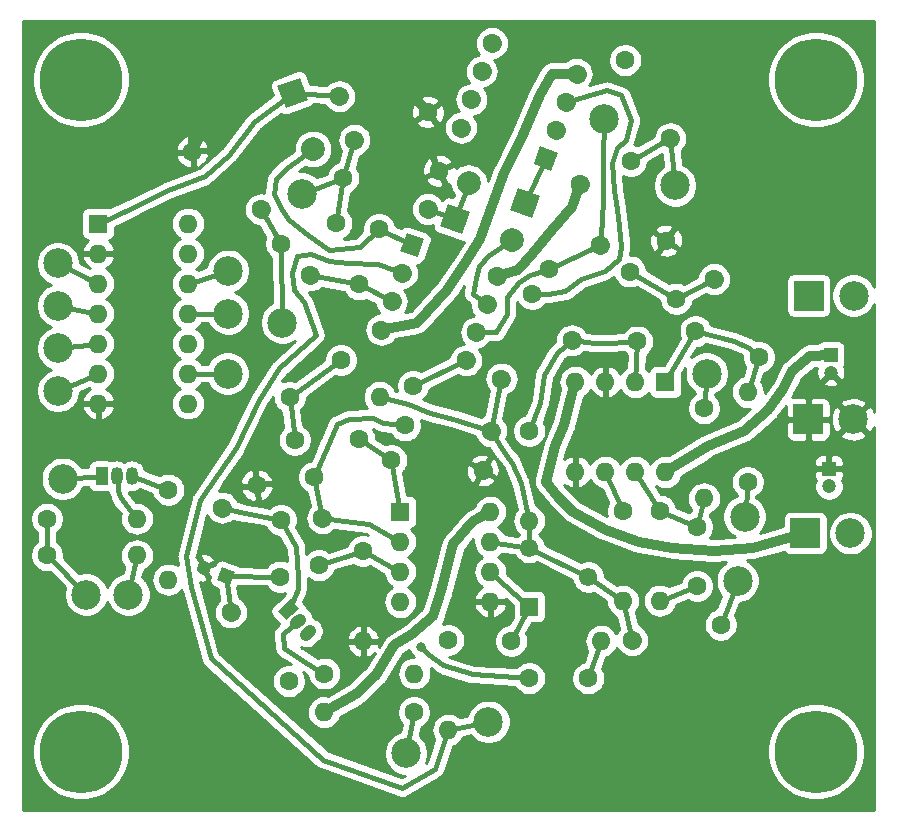
<source format=gbr>
G04 #@! TF.GenerationSoftware,KiCad,Pcbnew,(5.1.2-1)-1*
G04 #@! TF.CreationDate,2021-05-12T23:48:54-04:00*
G04 #@! TF.ProjectId,Noise Cornucopia - MFOS,4e6f6973-6520-4436-9f72-6e75636f7069,rev?*
G04 #@! TF.SameCoordinates,Original*
G04 #@! TF.FileFunction,Copper,L2,Bot*
G04 #@! TF.FilePolarity,Positive*
%FSLAX46Y46*%
G04 Gerber Fmt 4.6, Leading zero omitted, Abs format (unit mm)*
G04 Created by KiCad (PCBNEW (5.1.2-1)-1) date 2021-05-12 23:48:54*
%MOMM*%
%LPD*%
G04 APERTURE LIST*
%ADD10C,7.000000*%
%ADD11C,1.200000*%
%ADD12C,0.100000*%
%ADD13C,1.600000*%
%ADD14R,1.200000X1.200000*%
%ADD15C,2.000000*%
%ADD16C,2.000000*%
%ADD17C,2.499360*%
%ADD18R,2.499360X2.499360*%
%ADD19C,1.050000*%
%ADD20C,1.050000*%
%ADD21R,1.050000X1.500000*%
%ADD22O,1.050000X1.500000*%
%ADD23C,1.600000*%
%ADD24O,1.600000X1.600000*%
%ADD25C,1.550000*%
%ADD26R,1.550000X1.550000*%
%ADD27R,1.600000X1.600000*%
%ADD28C,0.800000*%
%ADD29C,0.406400*%
%ADD30C,0.812800*%
%ADD31C,0.254000*%
G04 APERTURE END LIST*
D10*
X80010000Y-74676000D03*
X80010000Y-17780000D03*
X17780000Y-17780000D03*
X17780000Y-74676000D03*
D11*
X30048200Y-59817000D03*
D12*
G36*
X30817228Y-59458397D02*
G01*
X30406803Y-60586028D01*
X29279172Y-60175603D01*
X29689597Y-59047972D01*
X30817228Y-59458397D01*
X30817228Y-59458397D01*
G37*
D11*
X28168815Y-59132960D03*
D13*
X32650862Y-52115622D03*
X35864800Y-48285400D03*
X37922200Y-58902600D03*
X34708262Y-55072378D03*
X43002200Y-30429200D03*
X41292099Y-35127663D03*
X37520978Y-51448538D03*
X41351200Y-48234600D03*
X60731400Y-68478400D03*
X55731400Y-68478400D03*
X34696400Y-31673800D03*
X39394863Y-29963699D03*
X69926200Y-60651400D03*
X69926200Y-55651400D03*
X64875161Y-39958841D03*
X69799200Y-39090600D03*
X67310000Y-31419800D03*
X68178241Y-36343839D03*
D14*
X81254600Y-41097200D03*
D11*
X81254600Y-42597200D03*
X81102200Y-52223800D03*
D14*
X81102200Y-50723800D03*
D15*
X49453800Y-29591000D03*
D12*
G36*
X48172087Y-30188672D02*
G01*
X48856128Y-28309287D01*
X50735513Y-28993328D01*
X50051472Y-30872713D01*
X48172087Y-30188672D01*
X48172087Y-30188672D01*
G37*
D15*
X54227439Y-31328462D03*
D16*
X54227439Y-31328462D02*
X54227439Y-31328462D01*
D15*
X55372000Y-28244800D03*
D12*
G36*
X56653713Y-27647128D02*
G01*
X55969672Y-29526513D01*
X54090287Y-28842472D01*
X54774328Y-26963087D01*
X56653713Y-27647128D01*
X56653713Y-27647128D01*
G37*
D15*
X50598361Y-26507338D03*
D16*
X50598361Y-26507338D02*
X50598361Y-26507338D01*
D15*
X37424462Y-23671239D03*
D16*
X37424462Y-23671239D02*
X37424462Y-23671239D01*
D15*
X35687000Y-18897600D03*
D12*
G36*
X34405287Y-18299928D02*
G01*
X36284672Y-17615887D01*
X36968713Y-19495272D01*
X35089328Y-20179313D01*
X34405287Y-18299928D01*
X34405287Y-18299928D01*
G37*
D17*
X62026800Y-21082000D03*
X68072000Y-26746200D03*
X45288200Y-74828400D03*
X52273200Y-72161400D03*
X36449000Y-27432000D03*
X34798000Y-38354000D03*
X30226000Y-33985200D03*
X30226000Y-37592000D03*
X30200600Y-42672000D03*
X15824200Y-44145200D03*
X15824200Y-40538400D03*
X15824200Y-36931600D03*
X15824200Y-33350200D03*
X18211800Y-61391800D03*
X73380600Y-60223400D03*
X70764400Y-42672000D03*
X21793200Y-61391800D03*
X73964800Y-54787800D03*
X16230600Y-51587400D03*
X83185000Y-36068000D03*
D18*
X79375000Y-36068000D03*
X79349600Y-46558200D03*
D17*
X83159600Y-46558200D03*
D18*
X79095600Y-56184800D03*
D17*
X82905600Y-56184800D03*
D19*
X36173140Y-63660076D03*
D20*
X36345500Y-63515449D02*
X36000780Y-63804703D01*
D19*
X36989481Y-64632953D03*
D20*
X37161841Y-64488326D02*
X36817121Y-64777580D01*
D19*
X35356800Y-62687200D03*
D12*
G36*
X34444803Y-62767117D02*
G01*
X35593870Y-61802936D01*
X36268797Y-62607283D01*
X35119730Y-63571464D01*
X34444803Y-62767117D01*
X34444803Y-62767117D01*
G37*
D21*
X19532600Y-51333400D03*
D22*
X22072600Y-51333400D03*
X20802600Y-51333400D03*
D13*
X30458758Y-62895141D03*
D23*
X30458758Y-62895141D02*
X30458758Y-62895141D01*
D13*
X35356800Y-68732400D03*
X29722158Y-54030541D03*
D23*
X29722158Y-54030541D02*
X29722158Y-54030541D01*
D13*
X34620200Y-59867800D03*
X59984793Y-26621542D03*
D23*
X59984793Y-26621542D02*
X59984793Y-26621542D01*
D13*
X57378600Y-33782000D03*
X64338200Y-24663400D03*
X61732007Y-31823858D03*
D23*
X61732007Y-31823858D02*
X61732007Y-31823858D01*
D13*
X67665600Y-22753514D03*
D23*
X67665600Y-22753514D02*
X67665600Y-22753514D01*
D13*
X63855600Y-16154400D03*
D24*
X38354000Y-71348600D03*
D13*
X45974000Y-71348600D03*
X48869600Y-65227200D03*
D24*
X48869600Y-72847200D03*
X45999400Y-68072000D03*
D13*
X38379400Y-68072000D03*
D24*
X43053000Y-44653200D03*
D13*
X35433000Y-44653200D03*
X45872400Y-43713400D03*
X52471514Y-47523400D03*
D23*
X52471514Y-47523400D02*
X52471514Y-47523400D01*
D13*
X53375407Y-43101458D03*
D23*
X53375407Y-43101458D02*
X53375407Y-43101458D01*
D13*
X55981600Y-35941000D03*
X41656000Y-57708800D03*
D24*
X41656000Y-65328800D03*
D13*
X37170207Y-34368542D03*
D23*
X37170207Y-34368542D02*
X37170207Y-34368542D01*
D13*
X39776400Y-41529000D03*
X45186600Y-47066200D03*
X51785714Y-50876200D03*
D23*
X51785714Y-50876200D02*
X51785714Y-50876200D01*
D13*
X44043600Y-50012600D03*
X38206341Y-54910642D03*
D23*
X38206341Y-54910642D02*
X38206341Y-54910642D01*
D13*
X47140058Y-28742793D03*
D23*
X47140058Y-28742793D02*
X47140058Y-28742793D01*
D13*
X39979600Y-26136600D03*
X48082200Y-25501600D03*
X40921742Y-22895407D03*
D23*
X40921742Y-22895407D02*
X40921742Y-22895407D01*
D13*
X39638165Y-19200001D03*
D23*
X39638165Y-19200001D02*
X39638165Y-19200001D01*
D13*
X47142400Y-20523200D03*
X54203600Y-65328800D03*
D24*
X61823600Y-65328800D03*
D13*
X33015259Y-28774042D03*
D23*
X33015259Y-28774042D02*
X33015259Y-28774042D01*
D13*
X27178000Y-23876000D03*
X55727600Y-47523400D03*
D24*
X55727600Y-55143400D03*
D13*
X63652400Y-54305200D03*
D24*
X63652400Y-61925200D03*
D13*
X64236600Y-34036000D03*
X59338558Y-39873259D03*
D23*
X59338558Y-39873259D02*
X59338558Y-39873259D01*
D13*
X66776600Y-54279800D03*
D24*
X66776600Y-61899800D03*
D13*
X75184000Y-41275000D03*
X71374000Y-34675886D03*
D23*
X71374000Y-34675886D02*
X71374000Y-34675886D01*
D13*
X64428565Y-65254999D03*
D23*
X64428565Y-65254999D02*
X64428565Y-65254999D01*
D13*
X71932800Y-63931800D03*
X70510400Y-45618400D03*
D24*
X70510400Y-53238400D03*
X22504400Y-54965600D03*
D13*
X14884400Y-54965600D03*
D24*
X22504400Y-58064400D03*
D13*
X14884400Y-58064400D03*
X74218800Y-51841400D03*
D24*
X74218800Y-44221400D03*
D13*
X25171400Y-52501800D03*
D24*
X25171400Y-60121800D03*
D25*
X55727600Y-57407800D03*
D26*
X55727600Y-62407800D03*
D25*
X60727600Y-59907800D03*
D13*
X49964142Y-21854007D03*
D23*
X49964142Y-21854007D02*
X49964142Y-21854007D01*
D13*
X59730793Y-17299742D03*
D23*
X59730793Y-17299742D02*
X59730793Y-17299742D01*
D13*
X50832873Y-19467187D03*
D23*
X50832873Y-19467187D02*
X50832873Y-19467187D01*
D13*
X58862062Y-19686561D03*
D23*
X58862062Y-19686561D02*
X58862062Y-19686561D01*
D13*
X51701605Y-17080368D03*
D23*
X51701605Y-17080368D02*
X51701605Y-17080368D01*
D13*
X57993331Y-22073381D03*
D23*
X57993331Y-22073381D02*
X57993331Y-22073381D01*
D13*
X52570336Y-14693549D03*
D23*
X52570336Y-14693549D02*
X52570336Y-14693549D01*
D13*
X57124600Y-24460200D03*
D12*
G36*
X58149970Y-23982062D02*
G01*
X57602738Y-25485570D01*
X56099230Y-24938338D01*
X56646462Y-23434830D01*
X58149970Y-23982062D01*
X58149970Y-23982062D01*
G37*
D13*
X45821600Y-31800800D03*
D12*
G36*
X44796230Y-32278938D02*
G01*
X45343462Y-30775430D01*
X46846970Y-31322662D01*
X46299738Y-32826170D01*
X44796230Y-32278938D01*
X44796230Y-32278938D01*
G37*
D13*
X50375864Y-41567451D03*
D23*
X50375864Y-41567451D02*
X50375864Y-41567451D01*
D13*
X44952869Y-34187619D03*
D23*
X44952869Y-34187619D02*
X44952869Y-34187619D01*
D13*
X51244595Y-39180632D03*
D23*
X51244595Y-39180632D02*
X51244595Y-39180632D01*
D13*
X44084138Y-36574439D03*
D23*
X44084138Y-36574439D02*
X44084138Y-36574439D01*
D13*
X52113327Y-36793813D03*
D23*
X52113327Y-36793813D02*
X52113327Y-36793813D01*
D13*
X43215407Y-38961258D03*
D23*
X43215407Y-38961258D02*
X43215407Y-38961258D01*
D13*
X52982058Y-34406993D03*
D23*
X52982058Y-34406993D02*
X52982058Y-34406993D01*
D24*
X52425600Y-54381400D03*
X44805600Y-62001400D03*
X52425600Y-56921400D03*
X44805600Y-59461400D03*
X52425600Y-59461400D03*
X44805600Y-56921400D03*
X52425600Y-62001400D03*
D27*
X44805600Y-54381400D03*
X19227800Y-29972000D03*
D24*
X26847800Y-45212000D03*
X19227800Y-32512000D03*
X26847800Y-42672000D03*
X19227800Y-35052000D03*
X26847800Y-40132000D03*
X19227800Y-37592000D03*
X26847800Y-37592000D03*
X19227800Y-40132000D03*
X26847800Y-35052000D03*
X19227800Y-42672000D03*
X26847800Y-32512000D03*
X19227800Y-45212000D03*
X26847800Y-29972000D03*
D27*
X67259200Y-43383200D03*
D24*
X59639200Y-51003200D03*
X64719200Y-43383200D03*
X62179200Y-51003200D03*
X62179200Y-43383200D03*
X64719200Y-51003200D03*
X59639200Y-43383200D03*
X67259200Y-51003200D03*
D28*
X46558200Y-65786000D03*
D29*
X30458758Y-62895141D02*
X30048200Y-59817000D01*
X34620200Y-59867800D02*
X30048200Y-59817000D01*
D30*
X47142400Y-20523200D02*
X45085000Y-18313400D01*
X45085000Y-18313400D02*
X41376600Y-17068800D01*
X41376600Y-17068800D02*
X38862000Y-16687800D01*
X38862000Y-16687800D02*
X35610800Y-16002000D01*
X35610800Y-16002000D02*
X32359600Y-16637000D01*
X32359600Y-16637000D02*
X29845000Y-18770600D01*
X29845000Y-18770600D02*
X28905200Y-20574000D01*
X28905200Y-20574000D02*
X27178000Y-23876000D01*
D29*
X35864800Y-48285400D02*
X35433000Y-44653200D01*
X35433000Y-44653200D02*
X39776400Y-41529000D01*
X44805600Y-59461400D02*
X41656000Y-57708800D01*
X37922200Y-58902600D02*
X41656000Y-57708800D01*
X35356800Y-62687200D02*
X36118800Y-60934600D01*
X36118800Y-60934600D02*
X36118800Y-59867800D01*
X36118800Y-59867800D02*
X35991800Y-57353200D01*
X35991800Y-57353200D02*
X34708262Y-55072378D01*
X34708262Y-55072378D02*
X32943800Y-54711600D01*
X32943800Y-54711600D02*
X31673800Y-54508400D01*
X31673800Y-54508400D02*
X29722158Y-54030541D01*
X37424462Y-23671239D02*
X35204400Y-25247600D01*
X35204400Y-25247600D02*
X34290000Y-26212800D01*
X34290000Y-26212800D02*
X34112200Y-27432000D01*
X34112200Y-27432000D02*
X34671000Y-28625800D01*
X34671000Y-28625800D02*
X35306000Y-29616400D01*
X35306000Y-29616400D02*
X37033200Y-30937200D01*
X37033200Y-30937200D02*
X38811200Y-32207200D01*
X38811200Y-32207200D02*
X41376600Y-31978600D01*
X41376600Y-31978600D02*
X43002200Y-30429200D01*
X45821600Y-31800800D02*
X43002200Y-30429200D01*
X44084138Y-36574439D02*
X41292099Y-35127663D01*
X41292099Y-35127663D02*
X37170207Y-34368542D01*
X38206341Y-54910642D02*
X37520978Y-51448538D01*
X44805600Y-56921400D02*
X42164000Y-55422800D01*
X42164000Y-55422800D02*
X40690800Y-55270400D01*
X40690800Y-55270400D02*
X38206341Y-54910642D01*
X37520978Y-51448538D02*
X38735000Y-48590200D01*
X38735000Y-48590200D02*
X39471600Y-46939200D01*
X39471600Y-46939200D02*
X40436800Y-46532800D01*
X40436800Y-46532800D02*
X42468800Y-46405800D01*
X42468800Y-46405800D02*
X43357800Y-46863000D01*
X43357800Y-46863000D02*
X45186600Y-47066200D01*
X44805600Y-54381400D02*
X44043600Y-50012600D01*
X44043600Y-50012600D02*
X41351200Y-48234600D01*
X55731400Y-68478400D02*
X50927000Y-68148200D01*
X50927000Y-68148200D02*
X48387000Y-67360800D01*
X48387000Y-67360800D02*
X47167800Y-66421000D01*
X47167800Y-66421000D02*
X46558200Y-65786000D01*
X46558200Y-65786000D02*
X46558200Y-65786000D01*
X61823600Y-65328800D02*
X60731400Y-68478400D01*
X34696400Y-31673800D02*
X33015259Y-28774042D01*
X34798000Y-38354000D02*
X34696400Y-31673800D01*
X39979600Y-26136600D02*
X36449000Y-27432000D01*
X39394863Y-29963699D02*
X39979600Y-26136600D01*
X39979600Y-26136600D02*
X40921742Y-22895407D01*
X66776600Y-61899800D02*
X69926200Y-60651400D01*
X63652400Y-54305200D02*
X62179200Y-51003200D01*
X70510400Y-53238400D02*
X69926200Y-55651400D01*
X69926200Y-55651400D02*
X66776600Y-54279800D01*
X66776600Y-54279800D02*
X64719200Y-51003200D01*
X64875161Y-39958841D02*
X64719200Y-43383200D01*
X55727600Y-47523400D02*
X56667400Y-45135800D01*
X56667400Y-45135800D02*
X56972200Y-42773600D01*
X56972200Y-42773600D02*
X58089800Y-40919400D01*
X58089800Y-40919400D02*
X59338558Y-39873259D01*
X59338558Y-39873259D02*
X61188600Y-40081200D01*
X61188600Y-40081200D02*
X62611000Y-40081200D01*
X62611000Y-40081200D02*
X64875161Y-39958841D01*
X67259200Y-43383200D02*
X69799200Y-39090600D01*
X69799200Y-39090600D02*
X73025000Y-39903400D01*
X73025000Y-39903400D02*
X74371200Y-40487600D01*
X74371200Y-40487600D02*
X75184000Y-41275000D01*
X75184000Y-41275000D02*
X74218800Y-44221400D01*
X64236600Y-34036000D02*
X68178241Y-36343839D01*
X71374000Y-34675886D02*
X68178241Y-36343839D01*
D30*
X67259200Y-51003200D02*
X70866000Y-48768000D01*
X70866000Y-48768000D02*
X73914000Y-47498000D01*
X73914000Y-47498000D02*
X75946000Y-45720000D01*
X75946000Y-45720000D02*
X77216000Y-43942000D01*
X77216000Y-43942000D02*
X77978000Y-42418000D01*
X77978000Y-42418000D02*
X79502000Y-41148000D01*
X79502000Y-41148000D02*
X81254600Y-41097200D01*
X59984793Y-26621542D02*
X59385200Y-28600400D01*
X59385200Y-28600400D02*
X57683400Y-30556200D01*
X57683400Y-30556200D02*
X56007000Y-32461200D01*
X56007000Y-32461200D02*
X54737000Y-33883600D01*
X54737000Y-33883600D02*
X52982058Y-34406993D01*
X38354000Y-71348600D02*
X41046400Y-69799200D01*
X41046400Y-69799200D02*
X42722800Y-68224400D01*
X42722800Y-68224400D02*
X44297600Y-65684400D01*
X44297600Y-65684400D02*
X45821600Y-64693800D01*
X45821600Y-64693800D02*
X47574200Y-63220600D01*
X47574200Y-63220600D02*
X48260000Y-61061600D01*
X48260000Y-61061600D02*
X49301400Y-57099200D01*
X49301400Y-57099200D02*
X50952400Y-55194200D01*
X50952400Y-55194200D02*
X52425600Y-54381400D01*
X57658000Y-17272000D02*
X59730793Y-17299742D01*
X53594000Y-25654000D02*
X55118000Y-22606000D01*
X55118000Y-22606000D02*
X56642000Y-19050000D01*
X43215407Y-38961258D02*
X46228000Y-38354000D01*
X50292000Y-33274000D02*
X51562000Y-31242000D01*
X48768000Y-35560000D02*
X50292000Y-33274000D01*
X46228000Y-38354000D02*
X48768000Y-35560000D01*
X56642000Y-19050000D02*
X57658000Y-17272000D01*
X51562000Y-31242000D02*
X53594000Y-25654000D01*
X79095600Y-56184800D02*
X74676000Y-57404000D01*
X74676000Y-57404000D02*
X71374000Y-57658000D01*
X71374000Y-57658000D02*
X67818000Y-57404000D01*
X67818000Y-57404000D02*
X65024000Y-56896000D01*
X65024000Y-56896000D02*
X62230000Y-55880000D01*
X62230000Y-55880000D02*
X59436000Y-54356000D01*
X59436000Y-54356000D02*
X58166000Y-53086000D01*
X58166000Y-53086000D02*
X57150000Y-51816000D01*
X57150000Y-51816000D02*
X57912000Y-48768000D01*
X57912000Y-48768000D02*
X58674000Y-46990000D01*
X58674000Y-46990000D02*
X59182000Y-44958000D01*
X59182000Y-44958000D02*
X59639200Y-43383200D01*
D29*
X47140058Y-28742793D02*
X49453800Y-29591000D01*
X49453800Y-29591000D02*
X50598361Y-26507338D01*
X54227439Y-31328462D02*
X52298600Y-32664400D01*
X52298600Y-32664400D02*
X51435000Y-33604200D01*
X51435000Y-33604200D02*
X51181000Y-34544000D01*
X51181000Y-34544000D02*
X50952400Y-35915600D01*
X50952400Y-35915600D02*
X52113327Y-36793813D01*
X55372000Y-28244800D02*
X57124600Y-24460200D01*
X39638165Y-19200001D02*
X35687000Y-18897600D01*
X35687000Y-18897600D02*
X32385000Y-21386800D01*
X32385000Y-21386800D02*
X30302200Y-24130000D01*
X30302200Y-24130000D02*
X28244800Y-25984200D01*
X28244800Y-25984200D02*
X25120600Y-27152600D01*
X25120600Y-27152600D02*
X22301200Y-28549600D01*
X22301200Y-28549600D02*
X19227800Y-29972000D01*
X61849000Y-29718000D02*
X61732007Y-31823858D01*
X61950600Y-27813000D02*
X61849000Y-29718000D01*
X61950600Y-24714200D02*
X61950600Y-27813000D01*
X62026800Y-21082000D02*
X61950600Y-24714200D01*
X61732007Y-31823858D02*
X57378600Y-33782000D01*
X57378600Y-33782000D02*
X55778400Y-34366200D01*
X55778400Y-34366200D02*
X54889400Y-34950400D01*
X54889400Y-34950400D02*
X53873400Y-36195000D01*
X53873400Y-36195000D02*
X53822600Y-37668200D01*
X53822600Y-37668200D02*
X52933600Y-39192200D01*
X52933600Y-39192200D02*
X51244595Y-39180632D01*
X64338200Y-24663400D02*
X67665600Y-22753514D01*
X68072000Y-26746200D02*
X67665600Y-22753514D01*
X45974000Y-71348600D02*
X45288200Y-74828400D01*
X48869600Y-72847200D02*
X52273200Y-72161400D01*
X48869600Y-72847200D02*
X47752000Y-76149200D01*
X47752000Y-76149200D02*
X44983400Y-77800200D01*
X44983400Y-77800200D02*
X38303200Y-75387200D01*
X38303200Y-75387200D02*
X28752800Y-66776600D01*
X28752800Y-66776600D02*
X27076400Y-60756800D01*
X27076400Y-60756800D02*
X26695400Y-58140600D01*
X26695400Y-58140600D02*
X27889200Y-53390800D01*
X27889200Y-53390800D02*
X30886400Y-48945800D01*
X30886400Y-48945800D02*
X32842200Y-44881800D01*
X32842200Y-44881800D02*
X34569400Y-42214800D01*
X34569400Y-42214800D02*
X37642800Y-39420800D01*
X37642800Y-39420800D02*
X36677600Y-36652200D01*
X36677600Y-36652200D02*
X35814000Y-35610800D01*
X35814000Y-35610800D02*
X35610800Y-34137600D01*
X35610800Y-34137600D02*
X36068000Y-32715200D01*
X36068000Y-32715200D02*
X37236400Y-32512000D01*
X37236400Y-32512000D02*
X38760400Y-33121600D01*
X38760400Y-33121600D02*
X40386000Y-33299400D01*
X40386000Y-33299400D02*
X42900600Y-33401000D01*
X42900600Y-33401000D02*
X44952869Y-34187619D01*
X26847800Y-35052000D02*
X30226000Y-33985200D01*
X26847800Y-37592000D02*
X30226000Y-37592000D01*
X30200600Y-42672000D02*
X26847800Y-42672000D01*
X19227800Y-42672000D02*
X15824200Y-44145200D01*
X19227800Y-40132000D02*
X15824200Y-40538400D01*
X19227800Y-37592000D02*
X15824200Y-36931600D01*
X19227800Y-35052000D02*
X15824200Y-33350200D01*
X18211800Y-61391800D02*
X14884400Y-58064400D01*
X14884400Y-58064400D02*
X14884400Y-54965600D01*
X71932800Y-63931800D02*
X73380600Y-60223400D01*
X70510400Y-45618400D02*
X70764400Y-42672000D01*
X22504400Y-58064400D02*
X21793200Y-61391800D01*
X74218800Y-51841400D02*
X73964800Y-54787800D01*
X19532600Y-51333400D02*
X16230600Y-51587400D01*
X38379400Y-68072000D02*
X36347400Y-66827400D01*
X36347400Y-66827400D02*
X34975800Y-65913000D01*
X34975800Y-65913000D02*
X34874200Y-64744600D01*
X34874200Y-64744600D02*
X36173140Y-63660076D01*
X22072600Y-51333400D02*
X25171400Y-52501800D01*
X22504400Y-54965600D02*
X21132800Y-53213000D01*
X21132800Y-53213000D02*
X20904200Y-52603400D01*
X20904200Y-52603400D02*
X20802600Y-51333400D01*
X53375407Y-43101458D02*
X52471514Y-47523400D01*
X55727600Y-55143400D02*
X55727600Y-57407800D01*
X55727600Y-57407800D02*
X52425600Y-56921400D01*
X60727600Y-59907800D02*
X55727600Y-57407800D01*
X64428565Y-65254999D02*
X63652400Y-61925200D01*
X60727600Y-59907800D02*
X63652400Y-61925200D01*
X55727600Y-55143400D02*
X54991000Y-51917600D01*
X54991000Y-51917600D02*
X54279800Y-50215800D01*
X54279800Y-50215800D02*
X53568600Y-49352200D01*
X53568600Y-49352200D02*
X52471514Y-47523400D01*
X52471514Y-47523400D02*
X49301400Y-46482000D01*
X49301400Y-46482000D02*
X47345600Y-45999400D01*
X47345600Y-45999400D02*
X45440600Y-45237400D01*
X45440600Y-45237400D02*
X43053000Y-44653200D01*
X50375864Y-41567451D02*
X45872400Y-43713400D01*
X58862062Y-19686561D02*
X62280800Y-18694400D01*
X62280800Y-18694400D02*
X63525400Y-19126200D01*
X63525400Y-19126200D02*
X64363600Y-21209000D01*
X64363600Y-21209000D02*
X63881000Y-22885400D01*
X63881000Y-22885400D02*
X63119000Y-23545800D01*
X63119000Y-23545800D02*
X62712600Y-24815800D01*
X62712600Y-24815800D02*
X62890400Y-27152600D01*
X62890400Y-27152600D02*
X63144400Y-28752800D01*
X63144400Y-28752800D02*
X63347600Y-30200600D01*
X63347600Y-30200600D02*
X63525400Y-31927800D01*
X63525400Y-31927800D02*
X63296800Y-32994600D01*
X63296800Y-32994600D02*
X62103000Y-34010600D01*
X62103000Y-34010600D02*
X60147200Y-34671000D01*
X60147200Y-34671000D02*
X58775600Y-35712400D01*
X58775600Y-35712400D02*
X57277000Y-35941000D01*
X57277000Y-35941000D02*
X55981600Y-35941000D01*
X54203600Y-65328800D02*
X55727600Y-62407800D01*
X55727600Y-62407800D02*
X52425600Y-59461400D01*
D31*
G36*
X84938001Y-35375211D02*
G01*
X84855182Y-35175269D01*
X84648926Y-34866587D01*
X84386413Y-34604074D01*
X84077731Y-34397818D01*
X83734741Y-34255747D01*
X83370625Y-34183320D01*
X82999375Y-34183320D01*
X82635259Y-34255747D01*
X82292269Y-34397818D01*
X81983587Y-34604074D01*
X81721074Y-34866587D01*
X81514818Y-35175269D01*
X81372747Y-35518259D01*
X81300320Y-35882375D01*
X81300320Y-36253625D01*
X81372747Y-36617741D01*
X81514818Y-36960731D01*
X81721074Y-37269413D01*
X81983587Y-37531926D01*
X82292269Y-37738182D01*
X82635259Y-37880253D01*
X82999375Y-37952680D01*
X83370625Y-37952680D01*
X83734741Y-37880253D01*
X84077731Y-37738182D01*
X84386413Y-37531926D01*
X84648926Y-37269413D01*
X84855182Y-36960731D01*
X84938001Y-36760789D01*
X84938001Y-45933579D01*
X84888389Y-45785049D01*
X84762915Y-45550304D01*
X84472977Y-45424429D01*
X83339205Y-46558200D01*
X84472977Y-47691971D01*
X84762915Y-47566096D01*
X84928739Y-47233938D01*
X84938000Y-47200037D01*
X84938000Y-79604000D01*
X12852000Y-79604000D01*
X12852000Y-74268738D01*
X13645000Y-74268738D01*
X13645000Y-75083262D01*
X13803906Y-75882135D01*
X14115611Y-76634657D01*
X14568136Y-77311909D01*
X15144091Y-77887864D01*
X15821343Y-78340389D01*
X16573865Y-78652094D01*
X17372738Y-78811000D01*
X18187262Y-78811000D01*
X18986135Y-78652094D01*
X19738657Y-78340389D01*
X20415909Y-77887864D01*
X20991864Y-77311909D01*
X21444389Y-76634657D01*
X21756094Y-75882135D01*
X21915000Y-75083262D01*
X21915000Y-74268738D01*
X21756094Y-73469865D01*
X21444389Y-72717343D01*
X20991864Y-72040091D01*
X20415909Y-71464136D01*
X19738657Y-71011611D01*
X18986135Y-70699906D01*
X18187262Y-70541000D01*
X17372738Y-70541000D01*
X16573865Y-70699906D01*
X15821343Y-71011611D01*
X15144091Y-71464136D01*
X14568136Y-72040091D01*
X14115611Y-72717343D01*
X13803906Y-73469865D01*
X13645000Y-74268738D01*
X12852000Y-74268738D01*
X12852000Y-54824265D01*
X13449400Y-54824265D01*
X13449400Y-55106935D01*
X13504547Y-55384174D01*
X13612720Y-55645327D01*
X13769763Y-55880359D01*
X13969641Y-56080237D01*
X14046201Y-56131392D01*
X14046200Y-56898608D01*
X13969641Y-56949763D01*
X13769763Y-57149641D01*
X13612720Y-57384673D01*
X13504547Y-57645826D01*
X13449400Y-57923065D01*
X13449400Y-58205735D01*
X13504547Y-58482974D01*
X13612720Y-58744127D01*
X13769763Y-58979159D01*
X13969641Y-59179037D01*
X14204673Y-59336080D01*
X14465826Y-59444253D01*
X14743065Y-59499400D01*
X15025735Y-59499400D01*
X15116043Y-59481436D01*
X16422134Y-60787528D01*
X16399547Y-60842059D01*
X16327120Y-61206175D01*
X16327120Y-61577425D01*
X16399547Y-61941541D01*
X16541618Y-62284531D01*
X16747874Y-62593213D01*
X17010387Y-62855726D01*
X17319069Y-63061982D01*
X17662059Y-63204053D01*
X18026175Y-63276480D01*
X18397425Y-63276480D01*
X18761541Y-63204053D01*
X19104531Y-63061982D01*
X19413213Y-62855726D01*
X19675726Y-62593213D01*
X19881982Y-62284531D01*
X20002500Y-61993575D01*
X20123018Y-62284531D01*
X20329274Y-62593213D01*
X20591787Y-62855726D01*
X20900469Y-63061982D01*
X21243459Y-63204053D01*
X21607575Y-63276480D01*
X21978825Y-63276480D01*
X22342941Y-63204053D01*
X22685931Y-63061982D01*
X22994613Y-62855726D01*
X23257126Y-62593213D01*
X23463382Y-62284531D01*
X23605453Y-61941541D01*
X23677880Y-61577425D01*
X23677880Y-61206175D01*
X23605453Y-60842059D01*
X23463382Y-60499069D01*
X23257126Y-60190387D01*
X23188539Y-60121800D01*
X23729457Y-60121800D01*
X23757164Y-60403109D01*
X23839218Y-60673608D01*
X23972468Y-60922901D01*
X24151792Y-61141408D01*
X24370299Y-61320732D01*
X24619592Y-61453982D01*
X24890091Y-61536036D01*
X25100908Y-61556800D01*
X25241892Y-61556800D01*
X25452709Y-61536036D01*
X25723208Y-61453982D01*
X25972501Y-61320732D01*
X26191008Y-61141408D01*
X26280980Y-61031777D01*
X26282632Y-61038446D01*
X26287807Y-61049463D01*
X27931627Y-66952279D01*
X27936325Y-66983386D01*
X27953712Y-67031581D01*
X27956370Y-67041127D01*
X27967708Y-67070379D01*
X27992355Y-67138699D01*
X27997491Y-67147218D01*
X28001091Y-67156505D01*
X28040100Y-67217887D01*
X28077609Y-67280097D01*
X28084310Y-67287451D01*
X28089651Y-67295856D01*
X28139878Y-67348441D01*
X28160948Y-67371566D01*
X28168286Y-67378182D01*
X28203695Y-67415253D01*
X28229461Y-67433337D01*
X37709593Y-75980584D01*
X37735694Y-76009558D01*
X37770738Y-76035713D01*
X37772502Y-76037303D01*
X37803831Y-76060411D01*
X37868015Y-76108314D01*
X37870165Y-76109339D01*
X37872085Y-76110755D01*
X37944783Y-76144907D01*
X37979716Y-76161558D01*
X37981934Y-76162359D01*
X38021527Y-76180959D01*
X38059392Y-76190338D01*
X44621307Y-78560613D01*
X44621583Y-78560779D01*
X44697062Y-78587977D01*
X44737357Y-78602532D01*
X44737690Y-78602616D01*
X44776916Y-78616751D01*
X44817503Y-78622865D01*
X44857299Y-78632961D01*
X44898948Y-78635133D01*
X44940185Y-78641345D01*
X44981189Y-78639423D01*
X45022186Y-78641561D01*
X45063460Y-78635566D01*
X45105114Y-78633613D01*
X45144956Y-78623728D01*
X45185582Y-78617827D01*
X45224890Y-78603896D01*
X45265366Y-78593854D01*
X45302515Y-78576386D01*
X45341208Y-78562673D01*
X45377040Y-78541343D01*
X45377346Y-78541199D01*
X45413789Y-78519467D01*
X45483084Y-78478217D01*
X45483323Y-78478002D01*
X48117490Y-76907170D01*
X48125192Y-76904263D01*
X48188244Y-76864977D01*
X48216666Y-76848028D01*
X48223270Y-76843153D01*
X48265326Y-76816949D01*
X48289520Y-76794248D01*
X48316221Y-76774538D01*
X48349593Y-76737883D01*
X48385734Y-76703973D01*
X48405035Y-76676988D01*
X48427377Y-76652448D01*
X48452959Y-76609983D01*
X48481788Y-76569677D01*
X48495452Y-76539448D01*
X48512579Y-76511019D01*
X48529383Y-76464383D01*
X48532757Y-76456920D01*
X48543347Y-76425631D01*
X48568551Y-76355685D01*
X48569778Y-76347540D01*
X49273372Y-74268738D01*
X75875000Y-74268738D01*
X75875000Y-75083262D01*
X76033906Y-75882135D01*
X76345611Y-76634657D01*
X76798136Y-77311909D01*
X77374091Y-77887864D01*
X78051343Y-78340389D01*
X78803865Y-78652094D01*
X79602738Y-78811000D01*
X80417262Y-78811000D01*
X81216135Y-78652094D01*
X81968657Y-78340389D01*
X82645909Y-77887864D01*
X83221864Y-77311909D01*
X83674389Y-76634657D01*
X83986094Y-75882135D01*
X84145000Y-75083262D01*
X84145000Y-74268738D01*
X83986094Y-73469865D01*
X83674389Y-72717343D01*
X83221864Y-72040091D01*
X82645909Y-71464136D01*
X81968657Y-71011611D01*
X81216135Y-70699906D01*
X80417262Y-70541000D01*
X79602738Y-70541000D01*
X78803865Y-70699906D01*
X78051343Y-71011611D01*
X77374091Y-71464136D01*
X76798136Y-72040091D01*
X76345611Y-72717343D01*
X76033906Y-73469865D01*
X75875000Y-74268738D01*
X49273372Y-74268738D01*
X49290139Y-74219202D01*
X49421408Y-74179382D01*
X49670701Y-74046132D01*
X49889208Y-73866808D01*
X50068532Y-73648301D01*
X50180928Y-73438023D01*
X50779006Y-73317515D01*
X50809274Y-73362813D01*
X51071787Y-73625326D01*
X51380469Y-73831582D01*
X51723459Y-73973653D01*
X52087575Y-74046080D01*
X52458825Y-74046080D01*
X52822941Y-73973653D01*
X53165931Y-73831582D01*
X53474613Y-73625326D01*
X53737126Y-73362813D01*
X53943382Y-73054131D01*
X54085453Y-72711141D01*
X54157880Y-72347025D01*
X54157880Y-71975775D01*
X54085453Y-71611659D01*
X53943382Y-71268669D01*
X53737126Y-70959987D01*
X53474613Y-70697474D01*
X53165931Y-70491218D01*
X52822941Y-70349147D01*
X52458825Y-70276720D01*
X52087575Y-70276720D01*
X51723459Y-70349147D01*
X51380469Y-70491218D01*
X51071787Y-70697474D01*
X50809274Y-70959987D01*
X50603018Y-71268669D01*
X50460947Y-71611659D01*
X50448545Y-71674009D01*
X49849214Y-71794770D01*
X49670701Y-71648268D01*
X49421408Y-71515018D01*
X49150909Y-71432964D01*
X48940092Y-71412200D01*
X48799108Y-71412200D01*
X48588291Y-71432964D01*
X48317792Y-71515018D01*
X48068499Y-71648268D01*
X47849992Y-71827592D01*
X47670668Y-72046099D01*
X47537418Y-72295392D01*
X47455364Y-72565891D01*
X47427657Y-72847200D01*
X47455364Y-73128509D01*
X47537418Y-73399008D01*
X47670668Y-73648301D01*
X47701028Y-73685295D01*
X47057161Y-75587632D01*
X46999415Y-75622067D01*
X47100453Y-75378141D01*
X47172880Y-75014025D01*
X47172880Y-74642775D01*
X47100453Y-74278659D01*
X46958382Y-73935669D01*
X46752126Y-73626987D01*
X46489613Y-73364474D01*
X46437850Y-73329887D01*
X46570941Y-72654571D01*
X46653727Y-72620280D01*
X46888759Y-72463237D01*
X47088637Y-72263359D01*
X47245680Y-72028327D01*
X47353853Y-71767174D01*
X47409000Y-71489935D01*
X47409000Y-71207265D01*
X47353853Y-70930026D01*
X47245680Y-70668873D01*
X47088637Y-70433841D01*
X46888759Y-70233963D01*
X46653727Y-70076920D01*
X46392574Y-69968747D01*
X46115335Y-69913600D01*
X45832665Y-69913600D01*
X45555426Y-69968747D01*
X45294273Y-70076920D01*
X45059241Y-70233963D01*
X44859363Y-70433841D01*
X44702320Y-70668873D01*
X44594147Y-70930026D01*
X44539000Y-71207265D01*
X44539000Y-71489935D01*
X44594147Y-71767174D01*
X44702320Y-72028327D01*
X44859363Y-72263359D01*
X44926220Y-72330216D01*
X44793182Y-73005262D01*
X44738459Y-73016147D01*
X44395469Y-73158218D01*
X44086787Y-73364474D01*
X43824274Y-73626987D01*
X43618018Y-73935669D01*
X43475947Y-74278659D01*
X43403520Y-74642775D01*
X43403520Y-75014025D01*
X43475947Y-75378141D01*
X43618018Y-75721131D01*
X43824274Y-76029813D01*
X44086787Y-76292326D01*
X44395469Y-76498582D01*
X44738459Y-76640653D01*
X45102575Y-76713080D01*
X45169871Y-76713080D01*
X44894930Y-76877036D01*
X38742467Y-74654664D01*
X29494942Y-66317135D01*
X27898170Y-60583270D01*
X27861531Y-60331680D01*
X28057936Y-60368972D01*
X28301201Y-60366854D01*
X28386998Y-60354606D01*
X28507922Y-60160685D01*
X28130367Y-59351016D01*
X28154674Y-59326709D01*
X27975066Y-59147101D01*
X27725381Y-59396786D01*
X27698492Y-59212146D01*
X27950759Y-59094512D01*
X27975066Y-59118819D01*
X28154674Y-58939211D01*
X27749320Y-58533857D01*
X27599506Y-58212580D01*
X27551944Y-58205851D01*
X27548761Y-58183997D01*
X27568556Y-58105235D01*
X27829708Y-58105235D01*
X28230244Y-58964186D01*
X29089195Y-58563651D01*
X29121211Y-58337370D01*
X28947699Y-58166854D01*
X28744255Y-58033464D01*
X28518698Y-57942328D01*
X28279694Y-57896948D01*
X28036429Y-57899066D01*
X27950632Y-57911314D01*
X27829708Y-58105235D01*
X27568556Y-58105235D01*
X28433515Y-54663806D01*
X28523226Y-54831642D01*
X28702550Y-55050149D01*
X28921057Y-55229473D01*
X29170350Y-55362723D01*
X29440849Y-55444777D01*
X29651666Y-55465541D01*
X29792650Y-55465541D01*
X30003467Y-55444777D01*
X30273966Y-55362723D01*
X30523259Y-55229473D01*
X30654483Y-55121780D01*
X31467712Y-55320899D01*
X31500720Y-55329568D01*
X31507639Y-55330675D01*
X31514443Y-55332341D01*
X31548221Y-55337168D01*
X32793559Y-55536422D01*
X33398476Y-55660109D01*
X33436582Y-55752105D01*
X33593625Y-55987137D01*
X33793503Y-56187015D01*
X34028535Y-56344058D01*
X34289688Y-56452231D01*
X34552372Y-56504483D01*
X35164614Y-57592426D01*
X35213498Y-58560320D01*
X35038774Y-58487947D01*
X34761535Y-58432800D01*
X34478865Y-58432800D01*
X34201626Y-58487947D01*
X33940473Y-58596120D01*
X33705441Y-58753163D01*
X33505563Y-58953041D01*
X33463033Y-59016692D01*
X31252037Y-58992125D01*
X31248304Y-58987961D01*
X31148243Y-58912902D01*
X31035462Y-58858806D01*
X29907831Y-58448381D01*
X29786663Y-58417326D01*
X29661765Y-58410507D01*
X29537937Y-58428186D01*
X29419937Y-58469682D01*
X29312299Y-58533402D01*
X29219161Y-58616896D01*
X29144102Y-58716957D01*
X29090006Y-58829738D01*
X29083960Y-58846350D01*
X28386871Y-59171408D01*
X28362564Y-59147101D01*
X28182956Y-59326709D01*
X28588311Y-59732064D01*
X28685627Y-59940759D01*
X28679581Y-59957369D01*
X28648526Y-60078537D01*
X28641707Y-60203435D01*
X28659386Y-60327263D01*
X28700882Y-60445263D01*
X28764602Y-60552901D01*
X28848096Y-60646039D01*
X28948157Y-60721098D01*
X29060938Y-60775194D01*
X29344128Y-60878267D01*
X29473393Y-61847430D01*
X29439150Y-61875533D01*
X29259826Y-62094040D01*
X29126576Y-62343333D01*
X29044522Y-62613832D01*
X29016815Y-62895141D01*
X29044522Y-63176450D01*
X29126576Y-63446949D01*
X29259826Y-63696242D01*
X29439150Y-63914749D01*
X29657657Y-64094073D01*
X29906950Y-64227323D01*
X30177449Y-64309377D01*
X30388266Y-64330141D01*
X30529250Y-64330141D01*
X30740067Y-64309377D01*
X31010566Y-64227323D01*
X31259859Y-64094073D01*
X31478366Y-63914749D01*
X31657690Y-63696242D01*
X31790940Y-63446949D01*
X31872994Y-63176450D01*
X31900701Y-62895141D01*
X31872994Y-62613832D01*
X31790940Y-62343333D01*
X31657690Y-62094040D01*
X31478366Y-61875533D01*
X31259859Y-61696209D01*
X31135611Y-61629797D01*
X31020378Y-60765842D01*
X31056552Y-60666455D01*
X33445723Y-60693001D01*
X33505563Y-60782559D01*
X33705441Y-60982437D01*
X33940473Y-61139480D01*
X34201626Y-61247653D01*
X34478865Y-61302800D01*
X34761535Y-61302800D01*
X35038774Y-61247653D01*
X35075264Y-61232538D01*
X34957108Y-61504298D01*
X34034658Y-62278325D01*
X33947181Y-62367733D01*
X33878826Y-62472488D01*
X33832222Y-62588566D01*
X33809159Y-62711505D01*
X33810523Y-62836582D01*
X33836263Y-62958989D01*
X33885388Y-63074022D01*
X33956011Y-63177262D01*
X34568841Y-63907605D01*
X34375013Y-64069438D01*
X34347360Y-64087461D01*
X34311805Y-64122212D01*
X34305389Y-64127569D01*
X34282351Y-64151000D01*
X34229282Y-64202869D01*
X34224531Y-64209807D01*
X34218633Y-64215805D01*
X34177924Y-64277860D01*
X34135987Y-64339095D01*
X34132679Y-64346829D01*
X34128067Y-64353860D01*
X34100247Y-64422663D01*
X34071062Y-64490905D01*
X34069327Y-64499134D01*
X34066174Y-64506932D01*
X34052311Y-64579843D01*
X34037000Y-64652464D01*
X34036904Y-64660874D01*
X34035333Y-64669136D01*
X34035961Y-64743357D01*
X34035585Y-64776197D01*
X34036309Y-64784518D01*
X34036729Y-64834240D01*
X34043443Y-64866561D01*
X34134057Y-65908632D01*
X34133546Y-65913881D01*
X34141197Y-65990735D01*
X34144318Y-66026628D01*
X34145284Y-66031794D01*
X34149902Y-66078179D01*
X34160426Y-66112743D01*
X34167070Y-66148260D01*
X34184416Y-66191531D01*
X34197996Y-66236130D01*
X34215062Y-66267977D01*
X34228506Y-66301515D01*
X34253963Y-66340574D01*
X34275981Y-66381663D01*
X34298930Y-66409567D01*
X34318661Y-66439840D01*
X34351250Y-66473183D01*
X34380860Y-66509186D01*
X34408813Y-66532078D01*
X34434069Y-66557918D01*
X34472529Y-66584257D01*
X34476595Y-66587587D01*
X34506583Y-66607579D01*
X34570295Y-66651212D01*
X34575142Y-66653285D01*
X35559676Y-67309641D01*
X35498135Y-67297400D01*
X35215465Y-67297400D01*
X34938226Y-67352547D01*
X34677073Y-67460720D01*
X34442041Y-67617763D01*
X34242163Y-67817641D01*
X34085120Y-68052673D01*
X33976947Y-68313826D01*
X33921800Y-68591065D01*
X33921800Y-68873735D01*
X33976947Y-69150974D01*
X34085120Y-69412127D01*
X34242163Y-69647159D01*
X34442041Y-69847037D01*
X34677073Y-70004080D01*
X34938226Y-70112253D01*
X35215465Y-70167400D01*
X35498135Y-70167400D01*
X35775374Y-70112253D01*
X36036527Y-70004080D01*
X36271559Y-69847037D01*
X36471437Y-69647159D01*
X36628480Y-69412127D01*
X36736653Y-69150974D01*
X36791800Y-68873735D01*
X36791800Y-68591065D01*
X36736653Y-68313826D01*
X36628480Y-68052673D01*
X36549101Y-67933874D01*
X36944400Y-68175994D01*
X36944400Y-68213335D01*
X36999547Y-68490574D01*
X37107720Y-68751727D01*
X37264763Y-68986759D01*
X37464641Y-69186637D01*
X37699673Y-69343680D01*
X37960826Y-69451853D01*
X38238065Y-69507000D01*
X38520735Y-69507000D01*
X38797974Y-69451853D01*
X39059127Y-69343680D01*
X39294159Y-69186637D01*
X39494037Y-68986759D01*
X39651080Y-68751727D01*
X39759253Y-68490574D01*
X39814400Y-68213335D01*
X39814400Y-67930665D01*
X39759253Y-67653426D01*
X39651080Y-67392273D01*
X39494037Y-67157241D01*
X39294159Y-66957363D01*
X39059127Y-66800320D01*
X38797974Y-66692147D01*
X38520735Y-66637000D01*
X38238065Y-66637000D01*
X37960826Y-66692147D01*
X37823938Y-66748848D01*
X36798955Y-66121045D01*
X36418984Y-65867732D01*
X36490948Y-65896625D01*
X36715531Y-65938756D01*
X36944016Y-65936263D01*
X37167626Y-65889243D01*
X37377766Y-65799503D01*
X37519105Y-65702817D01*
X37548871Y-65677840D01*
X40264091Y-65677840D01*
X40358930Y-65942681D01*
X40503615Y-66183931D01*
X40692586Y-66392319D01*
X40918580Y-66559837D01*
X41172913Y-66680046D01*
X41306961Y-66720704D01*
X41529000Y-66598715D01*
X41529000Y-65455800D01*
X40385376Y-65455800D01*
X40264091Y-65677840D01*
X37548871Y-65677840D01*
X37951122Y-65340312D01*
X38070883Y-65217910D01*
X38195750Y-65026546D01*
X38214534Y-64979760D01*
X40264091Y-64979760D01*
X40385376Y-65201800D01*
X41529000Y-65201800D01*
X41529000Y-64058885D01*
X41783000Y-64058885D01*
X41783000Y-65201800D01*
X42926624Y-65201800D01*
X43047909Y-64979760D01*
X42953070Y-64714919D01*
X42808385Y-64473669D01*
X42619414Y-64265281D01*
X42393420Y-64097763D01*
X42139087Y-63977554D01*
X42005039Y-63936896D01*
X41783000Y-64058885D01*
X41529000Y-64058885D01*
X41306961Y-63936896D01*
X41172913Y-63977554D01*
X40918580Y-64097763D01*
X40692586Y-64265281D01*
X40503615Y-64473669D01*
X40358930Y-64714919D01*
X40264091Y-64979760D01*
X38214534Y-64979760D01*
X38280886Y-64814498D01*
X38323017Y-64589917D01*
X38320525Y-64361430D01*
X38273505Y-64137821D01*
X38183765Y-63927681D01*
X38054752Y-63739086D01*
X37891425Y-63579284D01*
X37700061Y-63454417D01*
X37501249Y-63374595D01*
X37457164Y-63164944D01*
X37367424Y-62954804D01*
X37238411Y-62766209D01*
X37075084Y-62606407D01*
X36892439Y-62487229D01*
X36877337Y-62415411D01*
X36828212Y-62300378D01*
X36757589Y-62197138D01*
X36577290Y-61982266D01*
X36873990Y-61299858D01*
X36896942Y-61256917D01*
X36918795Y-61184878D01*
X36941881Y-61113288D01*
X36942731Y-61105972D01*
X36944871Y-61098916D01*
X36952252Y-61023976D01*
X36960926Y-60949279D01*
X36957000Y-60900761D01*
X36957000Y-59966796D01*
X37007441Y-60017237D01*
X37242473Y-60174280D01*
X37503626Y-60282453D01*
X37780865Y-60337600D01*
X38063535Y-60337600D01*
X38340774Y-60282453D01*
X38601927Y-60174280D01*
X38836959Y-60017237D01*
X39036837Y-59817359D01*
X39193880Y-59582327D01*
X39292386Y-59344513D01*
X40799786Y-58862556D01*
X40976273Y-58980480D01*
X41237426Y-59088653D01*
X41514665Y-59143800D01*
X41797335Y-59143800D01*
X42074574Y-59088653D01*
X42267953Y-59008553D01*
X43380002Y-59627355D01*
X43391364Y-59742709D01*
X43473418Y-60013208D01*
X43606668Y-60262501D01*
X43785992Y-60481008D01*
X44004499Y-60660332D01*
X44137458Y-60731400D01*
X44004499Y-60802468D01*
X43785992Y-60981792D01*
X43606668Y-61200299D01*
X43473418Y-61449592D01*
X43391364Y-61720091D01*
X43363657Y-62001400D01*
X43391364Y-62282709D01*
X43473418Y-62553208D01*
X43606668Y-62802501D01*
X43785992Y-63021008D01*
X44004499Y-63200332D01*
X44253792Y-63333582D01*
X44524291Y-63415636D01*
X44735108Y-63436400D01*
X44876092Y-63436400D01*
X45086909Y-63415636D01*
X45357408Y-63333582D01*
X45606701Y-63200332D01*
X45825208Y-63021008D01*
X46004532Y-62802501D01*
X46137782Y-62553208D01*
X46219836Y-62282709D01*
X46247543Y-62001400D01*
X46219836Y-61720091D01*
X46137782Y-61449592D01*
X46004532Y-61200299D01*
X45825208Y-60981792D01*
X45606701Y-60802468D01*
X45473742Y-60731400D01*
X45606701Y-60660332D01*
X45825208Y-60481008D01*
X46004532Y-60262501D01*
X46137782Y-60013208D01*
X46219836Y-59742709D01*
X46247543Y-59461400D01*
X46219836Y-59180091D01*
X46137782Y-58909592D01*
X46004532Y-58660299D01*
X45825208Y-58441792D01*
X45606701Y-58262468D01*
X45473742Y-58191400D01*
X45606701Y-58120332D01*
X45825208Y-57941008D01*
X46004532Y-57722501D01*
X46137782Y-57473208D01*
X46219836Y-57202709D01*
X46247543Y-56921400D01*
X46219836Y-56640091D01*
X46137782Y-56369592D01*
X46004532Y-56120299D01*
X45825208Y-55901792D01*
X45712118Y-55808981D01*
X45730082Y-55807212D01*
X45849780Y-55770902D01*
X45960094Y-55711937D01*
X46056785Y-55632585D01*
X46136137Y-55535894D01*
X46195102Y-55425580D01*
X46231412Y-55305882D01*
X46243672Y-55181400D01*
X46243672Y-53581400D01*
X46231412Y-53456918D01*
X46195102Y-53337220D01*
X46136137Y-53226906D01*
X46056785Y-53130215D01*
X45960094Y-53050863D01*
X45849780Y-52991898D01*
X45730082Y-52955588D01*
X45605600Y-52943328D01*
X45405628Y-52943328D01*
X45248087Y-52040093D01*
X51260387Y-52040093D01*
X51392037Y-52256149D01*
X51668816Y-52306436D01*
X51950087Y-52301760D01*
X52225041Y-52242300D01*
X52483113Y-52130343D01*
X52714384Y-51970189D01*
X52816619Y-51874429D01*
X52821993Y-51621143D01*
X51832199Y-51049685D01*
X51260387Y-52040093D01*
X45248087Y-52040093D01*
X45069485Y-51016111D01*
X45158237Y-50927359D01*
X45176981Y-50899306D01*
X50350895Y-50899306D01*
X50382973Y-51178781D01*
X50468956Y-51446629D01*
X50605542Y-51692555D01*
X50787482Y-51907109D01*
X51040417Y-51913093D01*
X51612229Y-50922685D01*
X51451201Y-50829715D01*
X51959199Y-50829715D01*
X52948993Y-51401172D01*
X53165658Y-51269875D01*
X53197471Y-51133457D01*
X53220533Y-50853094D01*
X53188455Y-50573619D01*
X53102472Y-50305771D01*
X52965886Y-50059845D01*
X52783946Y-49845291D01*
X52531011Y-49839307D01*
X51959199Y-50829715D01*
X51451201Y-50829715D01*
X50622435Y-50351228D01*
X50405770Y-50482525D01*
X50373957Y-50618943D01*
X50350895Y-50899306D01*
X45176981Y-50899306D01*
X45315280Y-50692327D01*
X45423453Y-50431174D01*
X45478600Y-50153935D01*
X45478600Y-50131257D01*
X50749435Y-50131257D01*
X51739229Y-50702715D01*
X52311041Y-49712307D01*
X52179391Y-49496251D01*
X51902612Y-49445964D01*
X51621341Y-49450640D01*
X51346387Y-49510100D01*
X51088315Y-49622057D01*
X50857044Y-49782211D01*
X50754809Y-49877971D01*
X50749435Y-50131257D01*
X45478600Y-50131257D01*
X45478600Y-49871265D01*
X45423453Y-49594026D01*
X45315280Y-49332873D01*
X45158237Y-49097841D01*
X44958359Y-48897963D01*
X44723327Y-48740920D01*
X44462174Y-48632747D01*
X44184935Y-48577600D01*
X43902265Y-48577600D01*
X43625026Y-48632747D01*
X43532935Y-48670892D01*
X42786200Y-48177766D01*
X42786200Y-48093265D01*
X42731053Y-47816026D01*
X42622880Y-47554873D01*
X42493309Y-47360957D01*
X42927241Y-47584121D01*
X42951523Y-47600788D01*
X43000473Y-47621783D01*
X43011062Y-47627229D01*
X43038325Y-47638018D01*
X43103265Y-47665872D01*
X43114979Y-47668354D01*
X43126121Y-47672764D01*
X43195677Y-47685456D01*
X43224319Y-47691526D01*
X43236138Y-47692839D01*
X43288550Y-47702403D01*
X43318005Y-47701936D01*
X43931039Y-47770051D01*
X44071963Y-47980959D01*
X44271841Y-48180837D01*
X44506873Y-48337880D01*
X44768026Y-48446053D01*
X45045265Y-48501200D01*
X45327935Y-48501200D01*
X45605174Y-48446053D01*
X45866327Y-48337880D01*
X46101359Y-48180837D01*
X46301237Y-47980959D01*
X46458280Y-47745927D01*
X46566453Y-47484774D01*
X46621600Y-47207535D01*
X46621600Y-46924865D01*
X46566453Y-46647626D01*
X46538097Y-46579168D01*
X46973509Y-46753333D01*
X46988170Y-46762050D01*
X47049990Y-46783925D01*
X47072525Y-46792939D01*
X47088834Y-46797670D01*
X47104824Y-46803328D01*
X47128359Y-46809135D01*
X47191368Y-46827413D01*
X47208371Y-46828879D01*
X49069867Y-47288209D01*
X51103225Y-47956179D01*
X51139332Y-48075208D01*
X51272582Y-48324501D01*
X51451906Y-48543008D01*
X51670413Y-48722332D01*
X51919706Y-48855582D01*
X52190205Y-48937636D01*
X52352011Y-48953573D01*
X52818300Y-49730860D01*
X52826474Y-49750498D01*
X52860666Y-49801482D01*
X52870994Y-49818698D01*
X52883623Y-49835712D01*
X52895397Y-49853269D01*
X52908130Y-49868731D01*
X52944745Y-49918061D01*
X52960522Y-49932350D01*
X53554124Y-50653154D01*
X54189860Y-52174381D01*
X54650890Y-54193371D01*
X54528668Y-54342299D01*
X54395418Y-54591592D01*
X54313364Y-54862091D01*
X54285657Y-55143400D01*
X54313364Y-55424709D01*
X54395418Y-55695208D01*
X54528668Y-55944501D01*
X54707992Y-56163008D01*
X54862661Y-56289942D01*
X54828778Y-56312582D01*
X54728044Y-56413316D01*
X53700227Y-56261914D01*
X53624532Y-56120299D01*
X53445208Y-55901792D01*
X53226701Y-55722468D01*
X53093742Y-55651400D01*
X53226701Y-55580332D01*
X53445208Y-55401008D01*
X53624532Y-55182501D01*
X53757782Y-54933208D01*
X53839836Y-54662709D01*
X53867543Y-54381400D01*
X53839836Y-54100091D01*
X53757782Y-53829592D01*
X53624532Y-53580299D01*
X53445208Y-53361792D01*
X53226701Y-53182468D01*
X52977408Y-53049218D01*
X52706909Y-52967164D01*
X52496092Y-52946400D01*
X52355108Y-52946400D01*
X52144291Y-52967164D01*
X51873792Y-53049218D01*
X51624499Y-53182468D01*
X51405992Y-53361792D01*
X51226668Y-53580299D01*
X51093418Y-53829592D01*
X51057927Y-53946593D01*
X50512487Y-54247525D01*
X50484082Y-54258406D01*
X50422874Y-54296966D01*
X50404536Y-54307084D01*
X50379614Y-54324220D01*
X50310516Y-54367751D01*
X50295216Y-54382250D01*
X50277854Y-54394188D01*
X50220894Y-54452682D01*
X50198926Y-54473501D01*
X50185202Y-54489336D01*
X50134741Y-54541157D01*
X50118181Y-54566668D01*
X48525960Y-56403848D01*
X48468161Y-56466154D01*
X48431976Y-56524971D01*
X48392109Y-56581299D01*
X48378363Y-56612117D01*
X48360671Y-56640874D01*
X48336658Y-56705616D01*
X48308544Y-56768644D01*
X48289747Y-56851449D01*
X47259497Y-60771426D01*
X46673052Y-62617644D01*
X45200449Y-63855485D01*
X43752510Y-64796647D01*
X43686943Y-64834618D01*
X43628185Y-64886286D01*
X43567094Y-64935139D01*
X43551303Y-64953890D01*
X43532893Y-64970079D01*
X43485349Y-65032210D01*
X43434957Y-65092050D01*
X43398407Y-65158394D01*
X43009020Y-65786438D01*
X43047909Y-65677840D01*
X42926624Y-65455800D01*
X41783000Y-65455800D01*
X41783000Y-66598715D01*
X42005039Y-66720704D01*
X42139087Y-66680046D01*
X42393420Y-66559837D01*
X42619414Y-66392319D01*
X42663551Y-66343647D01*
X41909915Y-67559189D01*
X40421812Y-68957105D01*
X38693141Y-69951907D01*
X38635309Y-69934364D01*
X38424492Y-69913600D01*
X38283508Y-69913600D01*
X38072691Y-69934364D01*
X37802192Y-70016418D01*
X37552899Y-70149668D01*
X37334392Y-70328992D01*
X37155068Y-70547499D01*
X37021818Y-70796792D01*
X36939764Y-71067291D01*
X36912057Y-71348600D01*
X36939764Y-71629909D01*
X37021818Y-71900408D01*
X37155068Y-72149701D01*
X37334392Y-72368208D01*
X37552899Y-72547532D01*
X37802192Y-72680782D01*
X38072691Y-72762836D01*
X38283508Y-72783600D01*
X38424492Y-72783600D01*
X38635309Y-72762836D01*
X38905808Y-72680782D01*
X39155101Y-72547532D01*
X39373608Y-72368208D01*
X39552932Y-72149701D01*
X39686182Y-71900408D01*
X39729147Y-71758769D01*
X41537610Y-70718050D01*
X41600309Y-70687015D01*
X41666869Y-70635785D01*
X41735254Y-70586926D01*
X41783171Y-70535910D01*
X43423370Y-68995118D01*
X43487506Y-68938722D01*
X43529163Y-68884284D01*
X43574298Y-68832663D01*
X43616905Y-68758611D01*
X45060143Y-66430810D01*
X45568219Y-66100560D01*
X45640995Y-66276256D01*
X45754263Y-66445774D01*
X45898426Y-66589937D01*
X45968861Y-66637000D01*
X45928908Y-66637000D01*
X45718091Y-66657764D01*
X45447592Y-66739818D01*
X45198299Y-66873068D01*
X44979792Y-67052392D01*
X44800468Y-67270899D01*
X44667218Y-67520192D01*
X44585164Y-67790691D01*
X44557457Y-68072000D01*
X44585164Y-68353309D01*
X44667218Y-68623808D01*
X44800468Y-68873101D01*
X44979792Y-69091608D01*
X45198299Y-69270932D01*
X45447592Y-69404182D01*
X45718091Y-69486236D01*
X45928908Y-69507000D01*
X46069892Y-69507000D01*
X46280709Y-69486236D01*
X46551208Y-69404182D01*
X46800501Y-69270932D01*
X47019008Y-69091608D01*
X47198332Y-68873101D01*
X47331582Y-68623808D01*
X47413636Y-68353309D01*
X47441343Y-68072000D01*
X47413636Y-67790691D01*
X47365384Y-67631623D01*
X47830474Y-67990131D01*
X47848730Y-68008610D01*
X47895703Y-68040412D01*
X47907879Y-68049797D01*
X47929796Y-68063493D01*
X47985454Y-68101174D01*
X47999706Y-68107179D01*
X48012817Y-68115372D01*
X48075670Y-68139187D01*
X48099487Y-68149222D01*
X48114164Y-68153772D01*
X48167216Y-68173873D01*
X48192840Y-68178161D01*
X50653782Y-68941054D01*
X50706430Y-68961060D01*
X50773109Y-68972286D01*
X50839349Y-68985881D01*
X50895668Y-68986223D01*
X54510879Y-69234692D01*
X54616763Y-69393159D01*
X54816641Y-69593037D01*
X55051673Y-69750080D01*
X55312826Y-69858253D01*
X55590065Y-69913400D01*
X55872735Y-69913400D01*
X56149974Y-69858253D01*
X56411127Y-69750080D01*
X56646159Y-69593037D01*
X56846037Y-69393159D01*
X57003080Y-69158127D01*
X57111253Y-68896974D01*
X57166400Y-68619735D01*
X57166400Y-68337065D01*
X57111253Y-68059826D01*
X57003080Y-67798673D01*
X56846037Y-67563641D01*
X56646159Y-67363763D01*
X56411127Y-67206720D01*
X56149974Y-67098547D01*
X55872735Y-67043400D01*
X55590065Y-67043400D01*
X55312826Y-67098547D01*
X55051673Y-67206720D01*
X54816641Y-67363763D01*
X54618658Y-67561746D01*
X51081906Y-67318669D01*
X48964263Y-66662200D01*
X49010935Y-66662200D01*
X49288174Y-66607053D01*
X49549327Y-66498880D01*
X49784359Y-66341837D01*
X49984237Y-66141959D01*
X50141280Y-65906927D01*
X50249453Y-65645774D01*
X50304600Y-65368535D01*
X50304600Y-65085865D01*
X50249453Y-64808626D01*
X50141280Y-64547473D01*
X49984237Y-64312441D01*
X49784359Y-64112563D01*
X49549327Y-63955520D01*
X49288174Y-63847347D01*
X49010935Y-63792200D01*
X48728265Y-63792200D01*
X48451026Y-63847347D01*
X48393202Y-63871299D01*
X48439802Y-63799746D01*
X48490563Y-63725882D01*
X48495706Y-63713911D01*
X48502820Y-63702987D01*
X48536155Y-63619751D01*
X48551244Y-63584625D01*
X48555163Y-63572287D01*
X48579086Y-63512552D01*
X48586141Y-63474765D01*
X48943279Y-62350439D01*
X51033696Y-62350439D01*
X51074354Y-62484487D01*
X51194563Y-62738820D01*
X51362081Y-62964814D01*
X51570469Y-63153785D01*
X51811719Y-63298470D01*
X52076560Y-63393309D01*
X52298600Y-63272024D01*
X52298600Y-62128400D01*
X52552600Y-62128400D01*
X52552600Y-63272024D01*
X52774640Y-63393309D01*
X53039481Y-63298470D01*
X53280731Y-63153785D01*
X53489119Y-62964814D01*
X53656637Y-62738820D01*
X53776846Y-62484487D01*
X53817504Y-62350439D01*
X53695515Y-62128400D01*
X52552600Y-62128400D01*
X52298600Y-62128400D01*
X51155685Y-62128400D01*
X51033696Y-62350439D01*
X48943279Y-62350439D01*
X49245028Y-61400491D01*
X49254192Y-61375783D01*
X49260501Y-61351779D01*
X49268015Y-61328123D01*
X49273493Y-61302345D01*
X50247022Y-57598189D01*
X51002900Y-56726022D01*
X50983657Y-56921400D01*
X51011364Y-57202709D01*
X51093418Y-57473208D01*
X51226668Y-57722501D01*
X51405992Y-57941008D01*
X51624499Y-58120332D01*
X51757458Y-58191400D01*
X51624499Y-58262468D01*
X51405992Y-58441792D01*
X51226668Y-58660299D01*
X51093418Y-58909592D01*
X51011364Y-59180091D01*
X50983657Y-59461400D01*
X51011364Y-59742709D01*
X51093418Y-60013208D01*
X51226668Y-60262501D01*
X51405992Y-60481008D01*
X51624499Y-60660332D01*
X51762282Y-60733979D01*
X51570469Y-60849015D01*
X51362081Y-61037986D01*
X51194563Y-61263980D01*
X51074354Y-61518313D01*
X51033696Y-61652361D01*
X51155685Y-61874400D01*
X52298600Y-61874400D01*
X52298600Y-61854400D01*
X52552600Y-61854400D01*
X52552600Y-61874400D01*
X53695515Y-61874400D01*
X53753199Y-61769406D01*
X54314528Y-62270284D01*
X54314528Y-63182800D01*
X54324579Y-63284857D01*
X54000456Y-63906095D01*
X53785026Y-63948947D01*
X53523873Y-64057120D01*
X53288841Y-64214163D01*
X53088963Y-64414041D01*
X52931920Y-64649073D01*
X52823747Y-64910226D01*
X52768600Y-65187465D01*
X52768600Y-65470135D01*
X52823747Y-65747374D01*
X52931920Y-66008527D01*
X53088963Y-66243559D01*
X53288841Y-66443437D01*
X53523873Y-66600480D01*
X53785026Y-66708653D01*
X54062265Y-66763800D01*
X54344935Y-66763800D01*
X54622174Y-66708653D01*
X54883327Y-66600480D01*
X55118359Y-66443437D01*
X55318237Y-66243559D01*
X55475280Y-66008527D01*
X55583453Y-65747374D01*
X55638600Y-65470135D01*
X55638600Y-65187465D01*
X55583453Y-64910226D01*
X55487842Y-64679401D01*
X55935770Y-63820872D01*
X56502600Y-63820872D01*
X56627082Y-63808612D01*
X56746780Y-63772302D01*
X56857094Y-63713337D01*
X56953785Y-63633985D01*
X57033137Y-63537294D01*
X57092102Y-63426980D01*
X57128412Y-63307282D01*
X57140672Y-63182800D01*
X57140672Y-61632800D01*
X57128412Y-61508318D01*
X57092102Y-61388620D01*
X57033137Y-61278306D01*
X56953785Y-61181615D01*
X56857094Y-61102263D01*
X56746780Y-61043298D01*
X56627082Y-61006988D01*
X56502600Y-60994728D01*
X55402945Y-60994728D01*
X53852760Y-59611487D01*
X53867543Y-59461400D01*
X53839836Y-59180091D01*
X53757782Y-58909592D01*
X53624532Y-58660299D01*
X53445208Y-58441792D01*
X53226701Y-58262468D01*
X53093742Y-58191400D01*
X53226701Y-58120332D01*
X53445208Y-57941008D01*
X53461440Y-57921229D01*
X54476001Y-58070678D01*
X54478075Y-58075685D01*
X54632382Y-58306622D01*
X54828778Y-58503018D01*
X55059715Y-58657325D01*
X55316318Y-58763614D01*
X55588727Y-58817800D01*
X55866473Y-58817800D01*
X56138882Y-58763614D01*
X56371909Y-58667090D01*
X59338200Y-60150236D01*
X59371786Y-60319082D01*
X59478075Y-60575685D01*
X59632382Y-60806622D01*
X59828778Y-61003018D01*
X60059715Y-61157325D01*
X60316318Y-61263614D01*
X60588727Y-61317800D01*
X60866473Y-61317800D01*
X61138882Y-61263614D01*
X61187684Y-61243400D01*
X62212958Y-61950589D01*
X62238164Y-62206509D01*
X62320218Y-62477008D01*
X62453468Y-62726301D01*
X62632792Y-62944808D01*
X62851299Y-63124132D01*
X63100592Y-63257382D01*
X63102384Y-63257926D01*
X63347643Y-64310102D01*
X63229633Y-64453898D01*
X63106359Y-64684528D01*
X63022532Y-64527699D01*
X62843208Y-64309192D01*
X62624701Y-64129868D01*
X62375408Y-63996618D01*
X62104909Y-63914564D01*
X61894092Y-63893800D01*
X61753108Y-63893800D01*
X61542291Y-63914564D01*
X61271792Y-63996618D01*
X61022499Y-64129868D01*
X60803992Y-64309192D01*
X60624668Y-64527699D01*
X60491418Y-64776992D01*
X60409364Y-65047491D01*
X60381657Y-65328800D01*
X60409364Y-65610109D01*
X60491418Y-65880608D01*
X60624668Y-66129901D01*
X60648543Y-66158993D01*
X60323464Y-67096431D01*
X60312826Y-67098547D01*
X60051673Y-67206720D01*
X59816641Y-67363763D01*
X59616763Y-67563641D01*
X59459720Y-67798673D01*
X59351547Y-68059826D01*
X59296400Y-68337065D01*
X59296400Y-68619735D01*
X59351547Y-68896974D01*
X59459720Y-69158127D01*
X59616763Y-69393159D01*
X59816641Y-69593037D01*
X60051673Y-69750080D01*
X60312826Y-69858253D01*
X60590065Y-69913400D01*
X60872735Y-69913400D01*
X61149974Y-69858253D01*
X61411127Y-69750080D01*
X61646159Y-69593037D01*
X61846037Y-69393159D01*
X62003080Y-69158127D01*
X62111253Y-68896974D01*
X62166400Y-68619735D01*
X62166400Y-68337065D01*
X62111253Y-68059826D01*
X62003080Y-67798673D01*
X61905119Y-67652064D01*
X62233917Y-66703902D01*
X62375408Y-66660982D01*
X62624701Y-66527732D01*
X62843208Y-66348408D01*
X63022532Y-66129901D01*
X63145806Y-65899271D01*
X63229633Y-66056100D01*
X63408957Y-66274607D01*
X63627464Y-66453931D01*
X63876757Y-66587181D01*
X64147256Y-66669235D01*
X64358073Y-66689999D01*
X64499057Y-66689999D01*
X64709874Y-66669235D01*
X64980373Y-66587181D01*
X65229666Y-66453931D01*
X65448173Y-66274607D01*
X65627497Y-66056100D01*
X65760747Y-65806807D01*
X65842801Y-65536308D01*
X65870508Y-65254999D01*
X65842801Y-64973690D01*
X65760747Y-64703191D01*
X65627497Y-64453898D01*
X65448173Y-64235391D01*
X65229666Y-64056067D01*
X64980373Y-63922817D01*
X64978581Y-63922273D01*
X64733322Y-62870097D01*
X64851332Y-62726301D01*
X64984582Y-62477008D01*
X65066636Y-62206509D01*
X65094343Y-61925200D01*
X65091842Y-61899800D01*
X65334657Y-61899800D01*
X65362364Y-62181109D01*
X65444418Y-62451608D01*
X65577668Y-62700901D01*
X65756992Y-62919408D01*
X65975499Y-63098732D01*
X66224792Y-63231982D01*
X66495291Y-63314036D01*
X66706108Y-63334800D01*
X66847092Y-63334800D01*
X67057909Y-63314036D01*
X67328408Y-63231982D01*
X67577701Y-63098732D01*
X67796208Y-62919408D01*
X67975532Y-62700901D01*
X68108782Y-62451608D01*
X68170225Y-62249055D01*
X69151958Y-61859928D01*
X69246473Y-61923080D01*
X69507626Y-62031253D01*
X69784865Y-62086400D01*
X70067535Y-62086400D01*
X70344774Y-62031253D01*
X70605927Y-61923080D01*
X70840959Y-61766037D01*
X71040837Y-61566159D01*
X71197880Y-61331127D01*
X71306053Y-61069974D01*
X71361200Y-60792735D01*
X71361200Y-60510065D01*
X71306053Y-60232826D01*
X71197880Y-59971673D01*
X71040837Y-59736641D01*
X70840959Y-59536763D01*
X70605927Y-59379720D01*
X70344774Y-59271547D01*
X70067535Y-59216400D01*
X69784865Y-59216400D01*
X69507626Y-59271547D01*
X69246473Y-59379720D01*
X69011441Y-59536763D01*
X68811563Y-59736641D01*
X68654520Y-59971673D01*
X68546347Y-60232826D01*
X68532557Y-60302153D01*
X67555957Y-60689245D01*
X67328408Y-60567618D01*
X67057909Y-60485564D01*
X66847092Y-60464800D01*
X66706108Y-60464800D01*
X66495291Y-60485564D01*
X66224792Y-60567618D01*
X65975499Y-60700868D01*
X65756992Y-60880192D01*
X65577668Y-61098699D01*
X65444418Y-61347992D01*
X65362364Y-61618491D01*
X65334657Y-61899800D01*
X65091842Y-61899800D01*
X65066636Y-61643891D01*
X64984582Y-61373392D01*
X64851332Y-61124099D01*
X64672008Y-60905592D01*
X64453501Y-60726268D01*
X64204208Y-60593018D01*
X63933709Y-60510964D01*
X63722892Y-60490200D01*
X63581908Y-60490200D01*
X63371091Y-60510964D01*
X63167741Y-60572649D01*
X62137600Y-59862103D01*
X62137600Y-59768927D01*
X62083414Y-59496518D01*
X61977125Y-59239915D01*
X61822818Y-59008978D01*
X61626422Y-58812582D01*
X61395485Y-58658275D01*
X61138882Y-58551986D01*
X60866473Y-58497800D01*
X60588727Y-58497800D01*
X60316318Y-58551986D01*
X60083292Y-58648509D01*
X57117000Y-57165365D01*
X57083414Y-56996518D01*
X56977125Y-56739915D01*
X56822818Y-56508978D01*
X56626422Y-56312582D01*
X56592539Y-56289942D01*
X56747208Y-56163008D01*
X56926532Y-55944501D01*
X57059782Y-55695208D01*
X57141836Y-55424709D01*
X57169543Y-55143400D01*
X57141836Y-54862091D01*
X57059782Y-54591592D01*
X56926532Y-54342299D01*
X56747208Y-54123792D01*
X56528701Y-53944468D01*
X56283700Y-53813512D01*
X55819671Y-51781386D01*
X55816549Y-51750682D01*
X55801337Y-51701098D01*
X55799001Y-51690867D01*
X55789269Y-51661760D01*
X55780256Y-51632382D01*
X55776205Y-51622688D01*
X55759762Y-51573511D01*
X55744456Y-51546718D01*
X55053244Y-49892748D01*
X55021926Y-49817501D01*
X54998535Y-49782621D01*
X54978630Y-49745664D01*
X54927261Y-49683471D01*
X54255293Y-48867511D01*
X53792528Y-48096101D01*
X53803696Y-48075208D01*
X53885750Y-47804709D01*
X53913457Y-47523400D01*
X53899537Y-47382065D01*
X54292600Y-47382065D01*
X54292600Y-47664735D01*
X54347747Y-47941974D01*
X54455920Y-48203127D01*
X54612963Y-48438159D01*
X54812841Y-48638037D01*
X55047873Y-48795080D01*
X55309026Y-48903253D01*
X55586265Y-48958400D01*
X55868935Y-48958400D01*
X56146174Y-48903253D01*
X56407327Y-48795080D01*
X56642359Y-48638037D01*
X56842237Y-48438159D01*
X56999280Y-48203127D01*
X57107453Y-47941974D01*
X57162600Y-47664735D01*
X57162600Y-47382065D01*
X57107453Y-47104826D01*
X56999280Y-46843673D01*
X56934254Y-46746354D01*
X57440016Y-45461445D01*
X57465651Y-45404478D01*
X57479452Y-45344592D01*
X57496251Y-45285463D01*
X57501273Y-45223182D01*
X57780975Y-43055493D01*
X58735404Y-41472011D01*
X58982664Y-41264870D01*
X59057249Y-41287495D01*
X59268066Y-41308259D01*
X59409050Y-41308259D01*
X59619867Y-41287495D01*
X59890366Y-41205441D01*
X60139659Y-41072191D01*
X60358166Y-40892867D01*
X60404397Y-40836535D01*
X61018721Y-40905584D01*
X61024284Y-40907271D01*
X61100672Y-40914795D01*
X61135889Y-40918753D01*
X61141668Y-40918832D01*
X61147430Y-40919400D01*
X61182924Y-40919400D01*
X61259619Y-40920455D01*
X61265332Y-40919400D01*
X62592505Y-40919400D01*
X62615121Y-40920400D01*
X62633625Y-40919400D01*
X62652170Y-40919400D01*
X62674716Y-40917179D01*
X63750787Y-40859027D01*
X63760524Y-40873600D01*
X63960402Y-41073478D01*
X63984591Y-41089640D01*
X63935151Y-42175153D01*
X63918099Y-42184268D01*
X63699592Y-42363592D01*
X63520268Y-42582099D01*
X63446621Y-42719882D01*
X63331585Y-42528069D01*
X63142614Y-42319681D01*
X62916620Y-42152163D01*
X62662287Y-42031954D01*
X62528239Y-41991296D01*
X62306200Y-42113285D01*
X62306200Y-43256200D01*
X62326200Y-43256200D01*
X62326200Y-43510200D01*
X62306200Y-43510200D01*
X62306200Y-44653115D01*
X62528239Y-44775104D01*
X62662287Y-44734446D01*
X62916620Y-44614237D01*
X63142614Y-44446719D01*
X63331585Y-44238331D01*
X63446621Y-44046518D01*
X63520268Y-44184301D01*
X63699592Y-44402808D01*
X63918099Y-44582132D01*
X64167392Y-44715382D01*
X64437891Y-44797436D01*
X64648708Y-44818200D01*
X64789692Y-44818200D01*
X65000509Y-44797436D01*
X65271008Y-44715382D01*
X65520301Y-44582132D01*
X65738808Y-44402808D01*
X65831619Y-44289718D01*
X65833388Y-44307682D01*
X65869698Y-44427380D01*
X65928663Y-44537694D01*
X66008015Y-44634385D01*
X66104706Y-44713737D01*
X66215020Y-44772702D01*
X66334718Y-44809012D01*
X66459200Y-44821272D01*
X68059200Y-44821272D01*
X68183682Y-44809012D01*
X68303380Y-44772702D01*
X68413694Y-44713737D01*
X68510385Y-44634385D01*
X68589737Y-44537694D01*
X68648702Y-44427380D01*
X68685012Y-44307682D01*
X68697272Y-44183200D01*
X68697272Y-42598827D01*
X68938415Y-42191296D01*
X68879720Y-42486375D01*
X68879720Y-42857625D01*
X68952147Y-43221741D01*
X69094218Y-43564731D01*
X69300474Y-43873413D01*
X69562987Y-44135926D01*
X69784152Y-44283705D01*
X69775544Y-44383556D01*
X69595641Y-44503763D01*
X69395763Y-44703641D01*
X69238720Y-44938673D01*
X69130547Y-45199826D01*
X69075400Y-45477065D01*
X69075400Y-45759735D01*
X69130547Y-46036974D01*
X69238720Y-46298127D01*
X69395763Y-46533159D01*
X69595641Y-46733037D01*
X69830673Y-46890080D01*
X70091826Y-46998253D01*
X70369065Y-47053400D01*
X70651735Y-47053400D01*
X70928974Y-46998253D01*
X71190127Y-46890080D01*
X71425159Y-46733037D01*
X71625037Y-46533159D01*
X71782080Y-46298127D01*
X71890253Y-46036974D01*
X71945400Y-45759735D01*
X71945400Y-45477065D01*
X71890253Y-45199826D01*
X71782080Y-44938673D01*
X71625037Y-44703641D01*
X71446001Y-44524605D01*
X71454491Y-44426118D01*
X71657131Y-44342182D01*
X71965813Y-44135926D01*
X72228326Y-43873413D01*
X72434582Y-43564731D01*
X72576653Y-43221741D01*
X72649080Y-42857625D01*
X72649080Y-42486375D01*
X72576653Y-42122259D01*
X72434582Y-41779269D01*
X72228326Y-41470587D01*
X71965813Y-41208074D01*
X71657131Y-41001818D01*
X71314141Y-40859747D01*
X70950025Y-40787320D01*
X70578775Y-40787320D01*
X70214659Y-40859747D01*
X69871669Y-41001818D01*
X69562987Y-41208074D01*
X69458197Y-41312864D01*
X69924034Y-40525600D01*
X69940535Y-40525600D01*
X70217774Y-40470453D01*
X70478927Y-40362280D01*
X70713959Y-40205237D01*
X70729733Y-40189463D01*
X72753972Y-40699508D01*
X73749431Y-41131499D01*
X73749000Y-41133665D01*
X73749000Y-41416335D01*
X73804147Y-41693574D01*
X73912320Y-41954727D01*
X74024368Y-42122419D01*
X73784892Y-42853454D01*
X73666992Y-42889218D01*
X73417699Y-43022468D01*
X73199192Y-43201792D01*
X73019868Y-43420299D01*
X72886618Y-43669592D01*
X72804564Y-43940091D01*
X72776857Y-44221400D01*
X72804564Y-44502709D01*
X72886618Y-44773208D01*
X73019868Y-45022501D01*
X73199192Y-45241008D01*
X73417699Y-45420332D01*
X73666992Y-45553582D01*
X73937491Y-45635636D01*
X74148308Y-45656400D01*
X74289292Y-45656400D01*
X74455988Y-45639982D01*
X73356338Y-46602176D01*
X70530217Y-47779727D01*
X70498892Y-47788069D01*
X70435739Y-47819093D01*
X70418245Y-47826382D01*
X70389852Y-47841635D01*
X70360905Y-47855855D01*
X70344784Y-47865845D01*
X70282812Y-47899137D01*
X70257802Y-47919750D01*
X67556480Y-49593809D01*
X67540509Y-49588964D01*
X67329692Y-49568200D01*
X67188708Y-49568200D01*
X66977891Y-49588964D01*
X66707392Y-49671018D01*
X66458099Y-49804268D01*
X66239592Y-49983592D01*
X66060268Y-50202099D01*
X65989200Y-50335058D01*
X65918132Y-50202099D01*
X65738808Y-49983592D01*
X65520301Y-49804268D01*
X65271008Y-49671018D01*
X65000509Y-49588964D01*
X64789692Y-49568200D01*
X64648708Y-49568200D01*
X64437891Y-49588964D01*
X64167392Y-49671018D01*
X63918099Y-49804268D01*
X63699592Y-49983592D01*
X63520268Y-50202099D01*
X63449200Y-50335058D01*
X63378132Y-50202099D01*
X63198808Y-49983592D01*
X62980301Y-49804268D01*
X62731008Y-49671018D01*
X62460509Y-49588964D01*
X62249692Y-49568200D01*
X62108708Y-49568200D01*
X61897891Y-49588964D01*
X61627392Y-49671018D01*
X61378099Y-49804268D01*
X61159592Y-49983592D01*
X60980268Y-50202099D01*
X60906621Y-50339882D01*
X60791585Y-50148069D01*
X60602614Y-49939681D01*
X60376620Y-49772163D01*
X60122287Y-49651954D01*
X59988239Y-49611296D01*
X59766200Y-49733285D01*
X59766200Y-50876200D01*
X59786200Y-50876200D01*
X59786200Y-51130200D01*
X59766200Y-51130200D01*
X59766200Y-52273115D01*
X59988239Y-52395104D01*
X60122287Y-52354446D01*
X60376620Y-52234237D01*
X60602614Y-52066719D01*
X60791585Y-51858331D01*
X60906621Y-51666518D01*
X60980268Y-51804301D01*
X61159592Y-52022808D01*
X61378099Y-52202132D01*
X61627392Y-52335382D01*
X61891457Y-52415484D01*
X62411048Y-53580084D01*
X62380720Y-53625473D01*
X62272547Y-53886626D01*
X62217400Y-54163865D01*
X62217400Y-54446535D01*
X62271027Y-54716132D01*
X60066337Y-53513575D01*
X58943170Y-52390409D01*
X58696503Y-52082076D01*
X58901780Y-52234237D01*
X59156113Y-52354446D01*
X59290161Y-52395104D01*
X59512200Y-52273115D01*
X59512200Y-51130200D01*
X59492200Y-51130200D01*
X59492200Y-50876200D01*
X59512200Y-50876200D01*
X59512200Y-49733285D01*
X59290161Y-49611296D01*
X59156113Y-49651954D01*
X58901780Y-49772163D01*
X58696339Y-49924446D01*
X58902069Y-49101525D01*
X59603549Y-47464740D01*
X59620173Y-47436976D01*
X59643857Y-47370689D01*
X59651347Y-47353212D01*
X59661069Y-47322515D01*
X59671900Y-47292201D01*
X59676510Y-47273760D01*
X59697765Y-47206649D01*
X59701330Y-47174482D01*
X60187563Y-45229550D01*
X60363624Y-44623117D01*
X60440301Y-44582132D01*
X60658808Y-44402808D01*
X60838132Y-44184301D01*
X60911779Y-44046518D01*
X61026815Y-44238331D01*
X61215786Y-44446719D01*
X61441780Y-44614237D01*
X61696113Y-44734446D01*
X61830161Y-44775104D01*
X62052200Y-44653115D01*
X62052200Y-43510200D01*
X62032200Y-43510200D01*
X62032200Y-43256200D01*
X62052200Y-43256200D01*
X62052200Y-42113285D01*
X61830161Y-41991296D01*
X61696113Y-42031954D01*
X61441780Y-42152163D01*
X61215786Y-42319681D01*
X61026815Y-42528069D01*
X60911779Y-42719882D01*
X60838132Y-42582099D01*
X60658808Y-42363592D01*
X60440301Y-42184268D01*
X60191008Y-42051018D01*
X59920509Y-41968964D01*
X59709692Y-41948200D01*
X59568708Y-41948200D01*
X59357891Y-41968964D01*
X59087392Y-42051018D01*
X58838099Y-42184268D01*
X58619592Y-42363592D01*
X58440268Y-42582099D01*
X58307018Y-42831392D01*
X58224964Y-43101891D01*
X58197257Y-43383200D01*
X58224964Y-43664509D01*
X58307018Y-43935008D01*
X58363772Y-44041187D01*
X58190692Y-44637349D01*
X58184100Y-44655799D01*
X58176440Y-44686441D01*
X58167634Y-44716771D01*
X58164042Y-44736031D01*
X57683933Y-46656467D01*
X56982451Y-48293260D01*
X56965827Y-48321025D01*
X56942143Y-48387312D01*
X56934653Y-48404789D01*
X56924931Y-48435486D01*
X56914100Y-48465800D01*
X56909490Y-48484241D01*
X56888235Y-48551352D01*
X56884670Y-48583519D01*
X56159968Y-51482331D01*
X56152492Y-51499760D01*
X56135137Y-51581654D01*
X56127288Y-51613049D01*
X56124529Y-51631710D01*
X56109963Y-51700441D01*
X56109557Y-51732962D01*
X56104800Y-51765133D01*
X56108279Y-51835301D01*
X56107402Y-51905561D01*
X56113348Y-51937537D01*
X56114959Y-51970018D01*
X56132061Y-52038161D01*
X56144908Y-52107242D01*
X56156979Y-52137444D01*
X56164895Y-52168986D01*
X56194961Y-52232479D01*
X56221039Y-52297729D01*
X56238772Y-52324999D01*
X56252688Y-52354387D01*
X56294559Y-52410790D01*
X56304849Y-52426614D01*
X56325072Y-52451893D01*
X56374963Y-52519099D01*
X56389020Y-52531828D01*
X57292832Y-53661594D01*
X57295919Y-53667369D01*
X57356771Y-53741517D01*
X57384757Y-53776500D01*
X57389319Y-53781177D01*
X57393450Y-53786211D01*
X57425022Y-53817783D01*
X57492101Y-53886558D01*
X57497509Y-53890270D01*
X58696624Y-55089386D01*
X58765317Y-55159253D01*
X58811469Y-55190660D01*
X58854630Y-55226081D01*
X58941152Y-55272328D01*
X61665414Y-56758289D01*
X61687400Y-56774772D01*
X61755269Y-56807301D01*
X61776229Y-56818734D01*
X61801389Y-56829407D01*
X61826037Y-56841220D01*
X61848475Y-56849379D01*
X61917761Y-56878769D01*
X61944668Y-56884358D01*
X64606570Y-57852323D01*
X64639548Y-57869256D01*
X64702727Y-57887289D01*
X64716181Y-57892181D01*
X64751926Y-57901331D01*
X64787382Y-57911451D01*
X64801456Y-57914010D01*
X64865117Y-57930306D01*
X64902141Y-57932316D01*
X67536163Y-58411230D01*
X67541246Y-58413177D01*
X67636939Y-58429553D01*
X67682035Y-58437752D01*
X67687436Y-58438194D01*
X67692782Y-58439109D01*
X67738535Y-58442377D01*
X67835261Y-58450295D01*
X67840668Y-58449672D01*
X71223612Y-58691310D01*
X71249168Y-58696965D01*
X71325716Y-58698604D01*
X71350825Y-58700397D01*
X71376841Y-58699698D01*
X71402870Y-58700255D01*
X71427978Y-58698324D01*
X71504508Y-58696267D01*
X71530031Y-58690473D01*
X72380343Y-58625065D01*
X72179187Y-58759474D01*
X71916674Y-59021987D01*
X71710418Y-59330669D01*
X71568347Y-59673659D01*
X71495920Y-60037775D01*
X71495920Y-60409025D01*
X71568347Y-60773141D01*
X71710418Y-61116131D01*
X71916674Y-61424813D01*
X71985047Y-61493186D01*
X71576534Y-62539553D01*
X71514226Y-62551947D01*
X71253073Y-62660120D01*
X71018041Y-62817163D01*
X70818163Y-63017041D01*
X70661120Y-63252073D01*
X70552947Y-63513226D01*
X70497800Y-63790465D01*
X70497800Y-64073135D01*
X70552947Y-64350374D01*
X70661120Y-64611527D01*
X70818163Y-64846559D01*
X71018041Y-65046437D01*
X71253073Y-65203480D01*
X71514226Y-65311653D01*
X71791465Y-65366800D01*
X72074135Y-65366800D01*
X72351374Y-65311653D01*
X72612527Y-65203480D01*
X72847559Y-65046437D01*
X73047437Y-64846559D01*
X73204480Y-64611527D01*
X73312653Y-64350374D01*
X73367800Y-64073135D01*
X73367800Y-63790465D01*
X73312653Y-63513226D01*
X73204480Y-63252073D01*
X73137262Y-63151474D01*
X73544615Y-62108080D01*
X73566225Y-62108080D01*
X73930341Y-62035653D01*
X74273331Y-61893582D01*
X74582013Y-61687326D01*
X74844526Y-61424813D01*
X75050782Y-61116131D01*
X75192853Y-60773141D01*
X75265280Y-60409025D01*
X75265280Y-60037775D01*
X75192853Y-59673659D01*
X75050782Y-59330669D01*
X74844526Y-59021987D01*
X74582013Y-58759474D01*
X74273331Y-58553218D01*
X74123134Y-58491004D01*
X74702815Y-58446413D01*
X74752132Y-58447664D01*
X74804810Y-58438568D01*
X74806873Y-58438409D01*
X74855336Y-58429843D01*
X74903628Y-58421504D01*
X74905614Y-58420956D01*
X74958264Y-58411650D01*
X75004240Y-58393749D01*
X77300113Y-57760406D01*
X77315383Y-57788974D01*
X77394735Y-57885665D01*
X77491426Y-57965017D01*
X77601740Y-58023982D01*
X77721438Y-58060292D01*
X77845920Y-58072552D01*
X80345280Y-58072552D01*
X80469762Y-58060292D01*
X80589460Y-58023982D01*
X80699774Y-57965017D01*
X80796465Y-57885665D01*
X80875817Y-57788974D01*
X80934782Y-57678660D01*
X80971092Y-57558962D01*
X80983352Y-57434480D01*
X80983352Y-55999175D01*
X81020920Y-55999175D01*
X81020920Y-56370425D01*
X81093347Y-56734541D01*
X81235418Y-57077531D01*
X81441674Y-57386213D01*
X81704187Y-57648726D01*
X82012869Y-57854982D01*
X82355859Y-57997053D01*
X82719975Y-58069480D01*
X83091225Y-58069480D01*
X83455341Y-57997053D01*
X83798331Y-57854982D01*
X84107013Y-57648726D01*
X84369526Y-57386213D01*
X84575782Y-57077531D01*
X84717853Y-56734541D01*
X84790280Y-56370425D01*
X84790280Y-55999175D01*
X84717853Y-55635059D01*
X84575782Y-55292069D01*
X84369526Y-54983387D01*
X84107013Y-54720874D01*
X83798331Y-54514618D01*
X83455341Y-54372547D01*
X83091225Y-54300120D01*
X82719975Y-54300120D01*
X82355859Y-54372547D01*
X82012869Y-54514618D01*
X81704187Y-54720874D01*
X81441674Y-54983387D01*
X81235418Y-55292069D01*
X81093347Y-55635059D01*
X81020920Y-55999175D01*
X80983352Y-55999175D01*
X80983352Y-54935120D01*
X80971092Y-54810638D01*
X80934782Y-54690940D01*
X80875817Y-54580626D01*
X80796465Y-54483935D01*
X80699774Y-54404583D01*
X80589460Y-54345618D01*
X80469762Y-54309308D01*
X80345280Y-54297048D01*
X77845920Y-54297048D01*
X77721438Y-54309308D01*
X77601740Y-54345618D01*
X77491426Y-54404583D01*
X77394735Y-54483935D01*
X77315383Y-54580626D01*
X77256418Y-54690940D01*
X77220108Y-54810638D01*
X77207848Y-54935120D01*
X77207848Y-55625261D01*
X75253566Y-56164373D01*
X75428726Y-55989213D01*
X75634982Y-55680531D01*
X75777053Y-55337541D01*
X75849480Y-54973425D01*
X75849480Y-54602175D01*
X75777053Y-54238059D01*
X75634982Y-53895069D01*
X75428726Y-53586387D01*
X75166213Y-53323874D01*
X74945048Y-53176095D01*
X74953656Y-53076244D01*
X75133559Y-52956037D01*
X75333437Y-52756159D01*
X75490480Y-52521127D01*
X75598653Y-52259974D01*
X75653800Y-51982735D01*
X75653800Y-51700065D01*
X75598653Y-51422826D01*
X75557636Y-51323800D01*
X79864128Y-51323800D01*
X79876388Y-51448282D01*
X79912698Y-51567980D01*
X79971663Y-51678294D01*
X79984781Y-51694278D01*
X79914660Y-51863564D01*
X79867200Y-52102163D01*
X79867200Y-52345437D01*
X79914660Y-52584036D01*
X80007757Y-52808792D01*
X80142913Y-53011067D01*
X80314933Y-53183087D01*
X80517208Y-53318243D01*
X80741964Y-53411340D01*
X80980563Y-53458800D01*
X81223837Y-53458800D01*
X81462436Y-53411340D01*
X81687192Y-53318243D01*
X81889467Y-53183087D01*
X82061487Y-53011067D01*
X82196643Y-52808792D01*
X82289740Y-52584036D01*
X82337200Y-52345437D01*
X82337200Y-52102163D01*
X82289740Y-51863564D01*
X82219619Y-51694278D01*
X82232737Y-51678294D01*
X82291702Y-51567980D01*
X82328012Y-51448282D01*
X82340272Y-51323800D01*
X82337200Y-51009550D01*
X82178450Y-50850800D01*
X81229200Y-50850800D01*
X81229200Y-50870800D01*
X80975200Y-50870800D01*
X80975200Y-50850800D01*
X80025950Y-50850800D01*
X79867200Y-51009550D01*
X79864128Y-51323800D01*
X75557636Y-51323800D01*
X75490480Y-51161673D01*
X75333437Y-50926641D01*
X75133559Y-50726763D01*
X74898527Y-50569720D01*
X74637374Y-50461547D01*
X74360135Y-50406400D01*
X74077465Y-50406400D01*
X73800226Y-50461547D01*
X73539073Y-50569720D01*
X73304041Y-50726763D01*
X73104163Y-50926641D01*
X72947120Y-51161673D01*
X72838947Y-51422826D01*
X72783800Y-51700065D01*
X72783800Y-51982735D01*
X72838947Y-52259974D01*
X72947120Y-52521127D01*
X73104163Y-52756159D01*
X73283199Y-52935195D01*
X73274709Y-53033682D01*
X73072069Y-53117618D01*
X72763387Y-53323874D01*
X72500874Y-53586387D01*
X72294618Y-53895069D01*
X72152547Y-54238059D01*
X72080120Y-54602175D01*
X72080120Y-54973425D01*
X72152547Y-55337541D01*
X72294618Y-55680531D01*
X72500874Y-55989213D01*
X72763387Y-56251726D01*
X73072069Y-56457982D01*
X73122811Y-56479000D01*
X71371148Y-56613743D01*
X71018446Y-56588550D01*
X71040837Y-56566159D01*
X71197880Y-56331127D01*
X71306053Y-56069974D01*
X71361200Y-55792735D01*
X71361200Y-55510065D01*
X71306053Y-55232826D01*
X71197880Y-54971673D01*
X71040837Y-54736641D01*
X71016077Y-54711881D01*
X71049342Y-54574485D01*
X71062208Y-54570582D01*
X71311501Y-54437332D01*
X71530008Y-54258008D01*
X71709332Y-54039501D01*
X71842582Y-53790208D01*
X71924636Y-53519709D01*
X71952343Y-53238400D01*
X71924636Y-52957091D01*
X71842582Y-52686592D01*
X71709332Y-52437299D01*
X71530008Y-52218792D01*
X71311501Y-52039468D01*
X71062208Y-51906218D01*
X70791709Y-51824164D01*
X70580892Y-51803400D01*
X70439908Y-51803400D01*
X70229091Y-51824164D01*
X69958592Y-51906218D01*
X69709299Y-52039468D01*
X69490792Y-52218792D01*
X69311468Y-52437299D01*
X69178218Y-52686592D01*
X69096164Y-52957091D01*
X69068457Y-53238400D01*
X69096164Y-53519709D01*
X69178218Y-53790208D01*
X69311468Y-54039501D01*
X69421557Y-54173645D01*
X69385620Y-54322084D01*
X69246473Y-54379720D01*
X69190806Y-54416915D01*
X68179373Y-53976453D01*
X68156453Y-53861226D01*
X68048280Y-53600073D01*
X67891237Y-53365041D01*
X67691359Y-53165163D01*
X67456327Y-53008120D01*
X67195174Y-52899947D01*
X66917935Y-52844800D01*
X66865292Y-52844800D01*
X66463604Y-52205074D01*
X66707392Y-52335382D01*
X66977891Y-52417436D01*
X67188708Y-52438200D01*
X67329692Y-52438200D01*
X67540509Y-52417436D01*
X67811008Y-52335382D01*
X68060301Y-52202132D01*
X68278808Y-52022808D01*
X68458132Y-51804301D01*
X68591382Y-51555008D01*
X68648248Y-51367543D01*
X70655197Y-50123800D01*
X79864128Y-50123800D01*
X79867200Y-50438050D01*
X80025950Y-50596800D01*
X80975200Y-50596800D01*
X80975200Y-49647550D01*
X81229200Y-49647550D01*
X81229200Y-50596800D01*
X82178450Y-50596800D01*
X82337200Y-50438050D01*
X82340272Y-50123800D01*
X82328012Y-49999318D01*
X82291702Y-49879620D01*
X82232737Y-49769306D01*
X82153385Y-49672615D01*
X82056694Y-49593263D01*
X81946380Y-49534298D01*
X81826682Y-49497988D01*
X81702200Y-49485728D01*
X81387950Y-49488800D01*
X81229200Y-49647550D01*
X80975200Y-49647550D01*
X80816450Y-49488800D01*
X80502200Y-49485728D01*
X80377718Y-49497988D01*
X80258020Y-49534298D01*
X80147706Y-49593263D01*
X80051015Y-49672615D01*
X79971663Y-49769306D01*
X79912698Y-49879620D01*
X79876388Y-49999318D01*
X79864128Y-50123800D01*
X70655197Y-50123800D01*
X71343606Y-49697181D01*
X74234171Y-48492779D01*
X74249258Y-48489279D01*
X74328680Y-48453400D01*
X74361755Y-48439619D01*
X74375333Y-48432325D01*
X74436205Y-48404826D01*
X74465478Y-48383899D01*
X74497188Y-48366864D01*
X74548749Y-48324368D01*
X74561270Y-48315417D01*
X74588196Y-48291857D01*
X74655489Y-48236395D01*
X74665295Y-48224395D01*
X75141312Y-47807880D01*
X77461848Y-47807880D01*
X77474108Y-47932362D01*
X77510418Y-48052060D01*
X77569383Y-48162374D01*
X77648735Y-48259065D01*
X77745426Y-48338417D01*
X77855740Y-48397382D01*
X77975438Y-48433692D01*
X78099920Y-48445952D01*
X79063850Y-48442880D01*
X79222600Y-48284130D01*
X79222600Y-46685200D01*
X79476600Y-46685200D01*
X79476600Y-48284130D01*
X79635350Y-48442880D01*
X80599280Y-48445952D01*
X80723762Y-48433692D01*
X80843460Y-48397382D01*
X80953774Y-48338417D01*
X81050465Y-48259065D01*
X81129817Y-48162374D01*
X81188782Y-48052060D01*
X81225092Y-47932362D01*
X81231078Y-47871577D01*
X82025829Y-47871577D01*
X82151704Y-48161515D01*
X82483862Y-48327339D01*
X82841987Y-48425175D01*
X83212319Y-48451265D01*
X83580625Y-48404605D01*
X83932751Y-48286989D01*
X84167496Y-48161515D01*
X84293371Y-47871577D01*
X83159600Y-46737805D01*
X82025829Y-47871577D01*
X81231078Y-47871577D01*
X81237352Y-47807880D01*
X81234280Y-46843950D01*
X81075530Y-46685200D01*
X79476600Y-46685200D01*
X79222600Y-46685200D01*
X77623670Y-46685200D01*
X77464920Y-46843950D01*
X77461848Y-47807880D01*
X75141312Y-47807880D01*
X76509269Y-46610919D01*
X81266535Y-46610919D01*
X81313195Y-46979225D01*
X81430811Y-47331351D01*
X81556285Y-47566096D01*
X81846223Y-47691971D01*
X82979995Y-46558200D01*
X81846223Y-45424429D01*
X81556285Y-45550304D01*
X81390461Y-45882462D01*
X81292625Y-46240587D01*
X81266535Y-46610919D01*
X76509269Y-46610919D01*
X76607161Y-46525264D01*
X76662500Y-46482666D01*
X76717873Y-46419330D01*
X76775482Y-46357960D01*
X76812437Y-46298679D01*
X77462105Y-45389145D01*
X77464920Y-46272450D01*
X77623670Y-46431200D01*
X79222600Y-46431200D01*
X79222600Y-44832270D01*
X79476600Y-44832270D01*
X79476600Y-46431200D01*
X81075530Y-46431200D01*
X81234280Y-46272450D01*
X81237352Y-45308520D01*
X81231079Y-45244823D01*
X82025829Y-45244823D01*
X83159600Y-46378595D01*
X84293371Y-45244823D01*
X84167496Y-44954885D01*
X83835338Y-44789061D01*
X83477213Y-44691225D01*
X83106881Y-44665135D01*
X82738575Y-44711795D01*
X82386449Y-44829411D01*
X82151704Y-44954885D01*
X82025829Y-45244823D01*
X81231079Y-45244823D01*
X81225092Y-45184038D01*
X81188782Y-45064340D01*
X81129817Y-44954026D01*
X81050465Y-44857335D01*
X80953774Y-44777983D01*
X80843460Y-44719018D01*
X80723762Y-44682708D01*
X80599280Y-44670448D01*
X79635350Y-44673520D01*
X79476600Y-44832270D01*
X79222600Y-44832270D01*
X79063850Y-44673520D01*
X78099920Y-44670448D01*
X77975438Y-44682708D01*
X77964287Y-44686091D01*
X78021620Y-44605824D01*
X78042679Y-44583586D01*
X78081093Y-44522562D01*
X78093153Y-44505678D01*
X78108358Y-44479250D01*
X78124580Y-44453479D01*
X78133848Y-44434942D01*
X78169819Y-44372419D01*
X78179622Y-44343394D01*
X78627838Y-43446964D01*
X80584441Y-43446964D01*
X80631748Y-43670548D01*
X80853116Y-43771437D01*
X81089913Y-43827200D01*
X81333038Y-43835695D01*
X81573149Y-43796595D01*
X81801018Y-43711402D01*
X81877452Y-43670548D01*
X81924759Y-43446964D01*
X81254600Y-42776805D01*
X80584441Y-43446964D01*
X78627838Y-43446964D01*
X78812037Y-43078568D01*
X79892083Y-42178530D01*
X80090821Y-42172769D01*
X80080363Y-42195716D01*
X80024600Y-42432513D01*
X80016105Y-42675638D01*
X80055205Y-42915749D01*
X80140398Y-43143618D01*
X80181252Y-43220052D01*
X80404836Y-43267359D01*
X81074995Y-42597200D01*
X81060853Y-42583058D01*
X81240458Y-42403453D01*
X81254600Y-42417595D01*
X81268743Y-42403453D01*
X81448348Y-42583058D01*
X81434205Y-42597200D01*
X82104364Y-43267359D01*
X82327948Y-43220052D01*
X82428837Y-42998684D01*
X82484600Y-42761887D01*
X82493095Y-42518762D01*
X82453995Y-42278651D01*
X82374149Y-42065083D01*
X82385137Y-42051694D01*
X82444102Y-41941380D01*
X82480412Y-41821682D01*
X82492672Y-41697200D01*
X82492672Y-40497200D01*
X82480412Y-40372718D01*
X82444102Y-40253020D01*
X82385137Y-40142706D01*
X82305785Y-40046015D01*
X82209094Y-39966663D01*
X82098780Y-39907698D01*
X81979082Y-39871388D01*
X81854600Y-39859128D01*
X80654600Y-39859128D01*
X80530118Y-39871388D01*
X80410420Y-39907698D01*
X80300106Y-39966663D01*
X80203415Y-40046015D01*
X80169941Y-40086803D01*
X79482939Y-40106716D01*
X79391608Y-40107402D01*
X79330303Y-40120076D01*
X79268200Y-40128015D01*
X79230085Y-40140794D01*
X79190717Y-40148933D01*
X79133056Y-40173326D01*
X79073704Y-40193226D01*
X79038818Y-40213193D01*
X79001790Y-40228858D01*
X78949990Y-40264035D01*
X78895665Y-40295129D01*
X78826811Y-40355058D01*
X77342713Y-41591808D01*
X77292371Y-41627465D01*
X77228887Y-41694504D01*
X77164127Y-41760245D01*
X77158440Y-41768897D01*
X77151321Y-41776414D01*
X77102142Y-41854538D01*
X77051444Y-41931662D01*
X77028270Y-41988820D01*
X76321087Y-43403186D01*
X75648602Y-44344665D01*
X75660743Y-44221400D01*
X75633036Y-43940091D01*
X75550982Y-43669592D01*
X75417732Y-43420299D01*
X75378799Y-43372859D01*
X75615803Y-42649374D01*
X75863727Y-42546680D01*
X76098759Y-42389637D01*
X76298637Y-42189759D01*
X76455680Y-41954727D01*
X76563853Y-41693574D01*
X76619000Y-41416335D01*
X76619000Y-41133665D01*
X76563853Y-40856426D01*
X76455680Y-40595273D01*
X76298637Y-40360241D01*
X76098759Y-40160363D01*
X75863727Y-40003320D01*
X75602574Y-39895147D01*
X75325335Y-39840000D01*
X75042665Y-39840000D01*
X74930420Y-39862327D01*
X74924845Y-39856926D01*
X74903303Y-39839812D01*
X74850787Y-39795222D01*
X74838746Y-39788524D01*
X74827957Y-39779953D01*
X74766705Y-39748453D01*
X74742648Y-39735071D01*
X74730080Y-39729617D01*
X74681126Y-39704441D01*
X74654536Y-39696834D01*
X73409466Y-39156520D01*
X73386170Y-39142513D01*
X73333909Y-39123731D01*
X73320914Y-39118092D01*
X73295182Y-39109814D01*
X73269720Y-39100663D01*
X73255971Y-39097199D01*
X73203118Y-39080195D01*
X73176121Y-39077079D01*
X71133663Y-38562445D01*
X71070880Y-38410873D01*
X70913837Y-38175841D01*
X70713959Y-37975963D01*
X70478927Y-37818920D01*
X70217774Y-37710747D01*
X69940535Y-37655600D01*
X69657865Y-37655600D01*
X69380626Y-37710747D01*
X69119473Y-37818920D01*
X68884441Y-37975963D01*
X68684563Y-38175841D01*
X68527520Y-38410873D01*
X68419347Y-38672026D01*
X68364200Y-38949265D01*
X68364200Y-39231935D01*
X68419347Y-39509174D01*
X68484502Y-39666471D01*
X67136184Y-41945128D01*
X66459200Y-41945128D01*
X66334718Y-41957388D01*
X66215020Y-41993698D01*
X66104706Y-42052663D01*
X66008015Y-42132015D01*
X65928663Y-42228706D01*
X65869698Y-42339020D01*
X65833388Y-42458718D01*
X65831619Y-42476682D01*
X65738808Y-42363592D01*
X65609538Y-42257503D01*
X65659495Y-41160625D01*
X65789920Y-41073478D01*
X65989798Y-40873600D01*
X66146841Y-40638568D01*
X66255014Y-40377415D01*
X66310161Y-40100176D01*
X66310161Y-39817506D01*
X66255014Y-39540267D01*
X66146841Y-39279114D01*
X65989798Y-39044082D01*
X65789920Y-38844204D01*
X65554888Y-38687161D01*
X65293735Y-38578988D01*
X65016496Y-38523841D01*
X64733826Y-38523841D01*
X64456587Y-38578988D01*
X64195434Y-38687161D01*
X63960402Y-38844204D01*
X63760524Y-39044082D01*
X63666544Y-39184734D01*
X62588369Y-39243000D01*
X61235552Y-39243000D01*
X60590025Y-39170444D01*
X60537490Y-39072158D01*
X60358166Y-38853651D01*
X60139659Y-38674327D01*
X59890366Y-38541077D01*
X59619867Y-38459023D01*
X59409050Y-38438259D01*
X59268066Y-38438259D01*
X59057249Y-38459023D01*
X58786750Y-38541077D01*
X58537457Y-38674327D01*
X58318950Y-38853651D01*
X58139626Y-39072158D01*
X58006376Y-39321451D01*
X57924322Y-39591950D01*
X57896615Y-39873259D01*
X57907035Y-39979049D01*
X57602985Y-40233765D01*
X57589742Y-40241658D01*
X57539809Y-40286690D01*
X57519968Y-40303312D01*
X57509241Y-40314258D01*
X57467129Y-40352237D01*
X57451573Y-40373104D01*
X57433358Y-40391691D01*
X57402336Y-40439151D01*
X57393171Y-40451445D01*
X57379802Y-40473625D01*
X57343021Y-40529896D01*
X57337267Y-40544195D01*
X56270925Y-42313353D01*
X56241704Y-42354354D01*
X56211510Y-42421453D01*
X56179884Y-42487896D01*
X56177664Y-42496666D01*
X56173949Y-42504922D01*
X56157422Y-42576638D01*
X56139370Y-42647958D01*
X56136775Y-42698246D01*
X55849390Y-44925480D01*
X55375112Y-46130401D01*
X55309026Y-46143547D01*
X55047873Y-46251720D01*
X54812841Y-46408763D01*
X54612963Y-46608641D01*
X54455920Y-46843673D01*
X54347747Y-47104826D01*
X54292600Y-47382065D01*
X53899537Y-47382065D01*
X53885750Y-47242091D01*
X53803696Y-46971592D01*
X53670446Y-46722299D01*
X53526622Y-46547049D01*
X53962479Y-44414791D01*
X54176508Y-44300390D01*
X54395015Y-44121066D01*
X54574339Y-43902559D01*
X54707589Y-43653266D01*
X54789643Y-43382767D01*
X54817350Y-43101458D01*
X54789643Y-42820149D01*
X54707589Y-42549650D01*
X54574339Y-42300357D01*
X54395015Y-42081850D01*
X54176508Y-41902526D01*
X53927215Y-41769276D01*
X53656716Y-41687222D01*
X53445899Y-41666458D01*
X53304915Y-41666458D01*
X53094098Y-41687222D01*
X52823599Y-41769276D01*
X52574306Y-41902526D01*
X52355799Y-42081850D01*
X52176475Y-42300357D01*
X52043225Y-42549650D01*
X51961171Y-42820149D01*
X51933464Y-43101458D01*
X51961171Y-43382767D01*
X52043225Y-43653266D01*
X52176475Y-43902559D01*
X52320298Y-44077808D01*
X51884442Y-46210067D01*
X51670413Y-46324468D01*
X51623861Y-46362672D01*
X49571996Y-45688624D01*
X49542176Y-45678072D01*
X49532932Y-45675791D01*
X49523885Y-45672819D01*
X49493004Y-45665939D01*
X47602883Y-45199545D01*
X46744827Y-44856322D01*
X46787159Y-44828037D01*
X46987037Y-44628159D01*
X47144080Y-44393127D01*
X47252253Y-44131974D01*
X47284685Y-43968928D01*
X49684849Y-42825225D01*
X49824056Y-42899633D01*
X50094555Y-42981687D01*
X50305372Y-43002451D01*
X50446356Y-43002451D01*
X50657173Y-42981687D01*
X50927672Y-42899633D01*
X51176965Y-42766383D01*
X51395472Y-42587059D01*
X51574796Y-42368552D01*
X51708046Y-42119259D01*
X51790100Y-41848760D01*
X51817807Y-41567451D01*
X51790100Y-41286142D01*
X51708046Y-41015643D01*
X51574796Y-40766350D01*
X51440933Y-40603237D01*
X51525904Y-40594868D01*
X51796403Y-40512814D01*
X52045696Y-40379564D01*
X52264203Y-40200240D01*
X52406534Y-40026809D01*
X52915180Y-40030293D01*
X52984924Y-40032889D01*
X53038356Y-40024313D01*
X53092254Y-40019377D01*
X53119695Y-40011258D01*
X53147948Y-40006723D01*
X53198683Y-39987887D01*
X53250580Y-39972531D01*
X53275910Y-39959214D01*
X53302734Y-39949255D01*
X53348815Y-39920885D01*
X53396725Y-39895697D01*
X53418972Y-39877693D01*
X53443336Y-39862693D01*
X53482998Y-39825877D01*
X53525071Y-39791828D01*
X53543378Y-39769831D01*
X53564348Y-39750365D01*
X53596065Y-39706521D01*
X53630688Y-39664917D01*
X53664015Y-39603580D01*
X54505607Y-38160852D01*
X54506367Y-38159988D01*
X54547043Y-38089819D01*
X54567363Y-38054984D01*
X54567844Y-38053934D01*
X54589172Y-38017142D01*
X54602171Y-37979067D01*
X54618936Y-37942501D01*
X54628778Y-37901131D01*
X54642517Y-37860886D01*
X54647838Y-37821010D01*
X54657148Y-37781873D01*
X54658729Y-37739382D01*
X54658883Y-37738231D01*
X54660278Y-37697780D01*
X54663289Y-37616876D01*
X54663107Y-37615741D01*
X54698378Y-36592862D01*
X54709920Y-36620727D01*
X54866963Y-36855759D01*
X55066841Y-37055637D01*
X55301873Y-37212680D01*
X55563026Y-37320853D01*
X55840265Y-37376000D01*
X56122935Y-37376000D01*
X56400174Y-37320853D01*
X56661327Y-37212680D01*
X56896359Y-37055637D01*
X57096237Y-36855759D01*
X57147392Y-36779200D01*
X57216911Y-36779200D01*
X57239133Y-36782403D01*
X57299282Y-36779200D01*
X57318170Y-36779200D01*
X57340401Y-36777010D01*
X57362699Y-36775823D01*
X57381363Y-36772976D01*
X57441316Y-36767071D01*
X57462804Y-36760553D01*
X58823381Y-36553007D01*
X58826400Y-36553121D01*
X58904863Y-36540577D01*
X58942697Y-36534806D01*
X58945615Y-36534062D01*
X58989441Y-36527056D01*
X59025421Y-36513723D01*
X59062606Y-36504246D01*
X59102651Y-36485104D01*
X59144263Y-36469684D01*
X59176952Y-36449587D01*
X59211573Y-36433038D01*
X59247106Y-36406458D01*
X59249677Y-36404877D01*
X59280243Y-36381669D01*
X59343785Y-36334137D01*
X59345802Y-36331894D01*
X60545049Y-35421355D01*
X62326882Y-34819698D01*
X62361871Y-34812085D01*
X62404889Y-34793358D01*
X62410160Y-34791578D01*
X62442697Y-34776899D01*
X62513258Y-34746181D01*
X62517849Y-34742993D01*
X62522954Y-34740690D01*
X62585661Y-34695907D01*
X62614900Y-34675605D01*
X62619128Y-34672006D01*
X62657318Y-34644733D01*
X62681842Y-34618633D01*
X62861403Y-34465815D01*
X62964920Y-34715727D01*
X63121963Y-34950759D01*
X63321841Y-35150637D01*
X63556873Y-35307680D01*
X63818026Y-35415853D01*
X64095265Y-35471000D01*
X64377935Y-35471000D01*
X64655174Y-35415853D01*
X64818694Y-35348121D01*
X66743241Y-36474947D01*
X66743241Y-36485174D01*
X66798388Y-36762413D01*
X66906561Y-37023566D01*
X67063604Y-37258598D01*
X67263482Y-37458476D01*
X67498514Y-37615519D01*
X67759667Y-37723692D01*
X68036906Y-37778839D01*
X68319576Y-37778839D01*
X68596815Y-37723692D01*
X68857968Y-37615519D01*
X69093000Y-37458476D01*
X69292878Y-37258598D01*
X69449921Y-37023566D01*
X69558094Y-36762413D01*
X69600989Y-36546766D01*
X70728783Y-35958140D01*
X70822192Y-36008068D01*
X71092691Y-36090122D01*
X71303508Y-36110886D01*
X71444492Y-36110886D01*
X71655309Y-36090122D01*
X71925808Y-36008068D01*
X72175101Y-35874818D01*
X72393608Y-35695494D01*
X72572932Y-35476987D01*
X72706182Y-35227694D01*
X72788236Y-34957195D01*
X72801914Y-34818320D01*
X77487248Y-34818320D01*
X77487248Y-37317680D01*
X77499508Y-37442162D01*
X77535818Y-37561860D01*
X77594783Y-37672174D01*
X77674135Y-37768865D01*
X77770826Y-37848217D01*
X77881140Y-37907182D01*
X78000838Y-37943492D01*
X78125320Y-37955752D01*
X80624680Y-37955752D01*
X80749162Y-37943492D01*
X80868860Y-37907182D01*
X80979174Y-37848217D01*
X81075865Y-37768865D01*
X81155217Y-37672174D01*
X81214182Y-37561860D01*
X81250492Y-37442162D01*
X81262752Y-37317680D01*
X81262752Y-34818320D01*
X81250492Y-34693838D01*
X81214182Y-34574140D01*
X81155217Y-34463826D01*
X81075865Y-34367135D01*
X80979174Y-34287783D01*
X80868860Y-34228818D01*
X80749162Y-34192508D01*
X80624680Y-34180248D01*
X78125320Y-34180248D01*
X78000838Y-34192508D01*
X77881140Y-34228818D01*
X77770826Y-34287783D01*
X77674135Y-34367135D01*
X77594783Y-34463826D01*
X77535818Y-34574140D01*
X77499508Y-34693838D01*
X77487248Y-34818320D01*
X72801914Y-34818320D01*
X72815943Y-34675886D01*
X72788236Y-34394577D01*
X72706182Y-34124078D01*
X72572932Y-33874785D01*
X72393608Y-33656278D01*
X72175101Y-33476954D01*
X71925808Y-33343704D01*
X71655309Y-33261650D01*
X71444492Y-33240886D01*
X71303508Y-33240886D01*
X71092691Y-33261650D01*
X70822192Y-33343704D01*
X70572899Y-33476954D01*
X70354392Y-33656278D01*
X70175068Y-33874785D01*
X70041818Y-34124078D01*
X69959764Y-34394577D01*
X69952087Y-34472523D01*
X68827433Y-35059511D01*
X68596815Y-34963986D01*
X68319576Y-34908839D01*
X68036906Y-34908839D01*
X67759667Y-34963986D01*
X67596148Y-35031718D01*
X65671600Y-33904892D01*
X65671600Y-33894665D01*
X65616453Y-33617426D01*
X65508280Y-33356273D01*
X65351237Y-33121241D01*
X65151359Y-32921363D01*
X64916327Y-32764320D01*
X64655174Y-32656147D01*
X64377935Y-32601000D01*
X64238371Y-32601000D01*
X64251739Y-32538614D01*
X66681637Y-32538614D01*
X66794497Y-32766446D01*
X67067119Y-32841140D01*
X67349076Y-32861213D01*
X67629532Y-32825893D01*
X67897707Y-32736537D01*
X68143298Y-32596580D01*
X68254994Y-32508921D01*
X68283125Y-32256228D01*
X67341188Y-31596677D01*
X66681637Y-32538614D01*
X64251739Y-32538614D01*
X64329394Y-32176224D01*
X64332456Y-32168740D01*
X64346658Y-32095660D01*
X64353620Y-32063172D01*
X64354528Y-32055165D01*
X64363954Y-32006662D01*
X64363807Y-31973338D01*
X64367563Y-31940218D01*
X64363444Y-31890970D01*
X64363409Y-31882921D01*
X64360010Y-31849900D01*
X64353803Y-31775682D01*
X64351569Y-31767908D01*
X64319758Y-31458876D01*
X65868587Y-31458876D01*
X65903907Y-31739332D01*
X65993263Y-32007507D01*
X66133220Y-32253098D01*
X66220879Y-32364794D01*
X66473572Y-32392925D01*
X67133123Y-31450988D01*
X67044041Y-31388612D01*
X67486877Y-31388612D01*
X68428814Y-32048163D01*
X68656646Y-31935303D01*
X68731340Y-31662681D01*
X68751413Y-31380724D01*
X68716093Y-31100268D01*
X68626737Y-30832093D01*
X68486780Y-30586502D01*
X68399121Y-30474806D01*
X68146428Y-30446675D01*
X67486877Y-31388612D01*
X67044041Y-31388612D01*
X66191186Y-30791437D01*
X65963354Y-30904297D01*
X65888660Y-31176919D01*
X65868587Y-31458876D01*
X64319758Y-31458876D01*
X64229633Y-30583372D01*
X66336875Y-30583372D01*
X67278812Y-31242923D01*
X67938363Y-30300986D01*
X67825503Y-30073154D01*
X67552881Y-29998460D01*
X67270924Y-29978387D01*
X66990468Y-30013707D01*
X66722293Y-30103063D01*
X66476702Y-30243020D01*
X66365006Y-30330679D01*
X66336875Y-30583372D01*
X64229633Y-30583372D01*
X64184024Y-30140318D01*
X64183386Y-30124870D01*
X64179813Y-30099413D01*
X64177178Y-30073815D01*
X64174092Y-30058652D01*
X63979137Y-28669594D01*
X63978690Y-28662058D01*
X63973416Y-28628829D01*
X63968742Y-28595530D01*
X63966966Y-28588197D01*
X63723592Y-27054945D01*
X63637309Y-25920938D01*
X63658473Y-25935080D01*
X63919626Y-26043253D01*
X64196865Y-26098400D01*
X64479535Y-26098400D01*
X64756774Y-26043253D01*
X65017927Y-25935080D01*
X65252959Y-25778037D01*
X65452837Y-25578159D01*
X65609880Y-25343127D01*
X65718053Y-25081974D01*
X65772873Y-24806379D01*
X66962519Y-24123537D01*
X67067097Y-25150969D01*
X66870587Y-25282274D01*
X66608074Y-25544787D01*
X66401818Y-25853469D01*
X66259747Y-26196459D01*
X66187320Y-26560575D01*
X66187320Y-26931825D01*
X66259747Y-27295941D01*
X66401818Y-27638931D01*
X66608074Y-27947613D01*
X66870587Y-28210126D01*
X67179269Y-28416382D01*
X67522259Y-28558453D01*
X67886375Y-28630880D01*
X68257625Y-28630880D01*
X68621741Y-28558453D01*
X68964731Y-28416382D01*
X69273413Y-28210126D01*
X69535926Y-27947613D01*
X69742182Y-27638931D01*
X69884253Y-27295941D01*
X69956680Y-26931825D01*
X69956680Y-26560575D01*
X69884253Y-26196459D01*
X69742182Y-25853469D01*
X69535926Y-25544787D01*
X69273413Y-25282274D01*
X68964731Y-25076018D01*
X68734836Y-24980793D01*
X68617563Y-23828637D01*
X68685208Y-23773122D01*
X68864532Y-23554615D01*
X68997782Y-23305322D01*
X69079836Y-23034823D01*
X69107543Y-22753514D01*
X69079836Y-22472205D01*
X68997782Y-22201706D01*
X68864532Y-21952413D01*
X68685208Y-21733906D01*
X68466701Y-21554582D01*
X68217408Y-21421332D01*
X67946909Y-21339278D01*
X67736092Y-21318514D01*
X67595108Y-21318514D01*
X67384291Y-21339278D01*
X67113792Y-21421332D01*
X66864499Y-21554582D01*
X66645992Y-21733906D01*
X66466668Y-21952413D01*
X66333418Y-22201706D01*
X66251364Y-22472205D01*
X66238148Y-22606390D01*
X64931975Y-23356118D01*
X64756774Y-23283547D01*
X64635330Y-23259390D01*
X64661857Y-23190142D01*
X64675097Y-23156845D01*
X64676564Y-23151748D01*
X64693264Y-23108154D01*
X64699347Y-23072610D01*
X65166280Y-21450632D01*
X65187970Y-21381644D01*
X65193545Y-21330358D01*
X65202888Y-21279624D01*
X65202445Y-21248475D01*
X65205812Y-21217499D01*
X65201274Y-21166109D01*
X65200540Y-21114530D01*
X65194028Y-21084062D01*
X65191287Y-21053029D01*
X65176812Y-21003518D01*
X65166028Y-20953066D01*
X65137395Y-20886630D01*
X64307565Y-18824625D01*
X64283272Y-18758746D01*
X64255226Y-18712964D01*
X64230395Y-18665360D01*
X64212196Y-18642722D01*
X64197023Y-18617954D01*
X64160587Y-18578526D01*
X64126944Y-18536677D01*
X64104677Y-18518024D01*
X64084964Y-18496692D01*
X64041532Y-18465127D01*
X64000374Y-18430649D01*
X63974896Y-18416698D01*
X63951401Y-18399623D01*
X63902649Y-18377139D01*
X63855553Y-18351351D01*
X63788552Y-18330286D01*
X62583581Y-17912234D01*
X62535005Y-17891423D01*
X62465453Y-17876713D01*
X62396324Y-17860106D01*
X62384775Y-17859650D01*
X62373467Y-17857259D01*
X62302384Y-17856401D01*
X62231343Y-17853599D01*
X62219926Y-17855406D01*
X62208368Y-17855266D01*
X62138463Y-17868296D01*
X62068261Y-17879404D01*
X62018686Y-17897685D01*
X60808134Y-18249002D01*
X60929725Y-18100843D01*
X61062975Y-17851550D01*
X61145029Y-17581051D01*
X61172736Y-17299742D01*
X61145029Y-17018433D01*
X61062975Y-16747934D01*
X60929725Y-16498641D01*
X60750401Y-16280134D01*
X60531894Y-16100810D01*
X60367735Y-16013065D01*
X62420600Y-16013065D01*
X62420600Y-16295735D01*
X62475747Y-16572974D01*
X62583920Y-16834127D01*
X62740963Y-17069159D01*
X62940841Y-17269037D01*
X63175873Y-17426080D01*
X63437026Y-17534253D01*
X63714265Y-17589400D01*
X63996935Y-17589400D01*
X64274174Y-17534253D01*
X64535327Y-17426080D01*
X64615159Y-17372738D01*
X75875000Y-17372738D01*
X75875000Y-18187262D01*
X76033906Y-18986135D01*
X76345611Y-19738657D01*
X76798136Y-20415909D01*
X77374091Y-20991864D01*
X78051343Y-21444389D01*
X78803865Y-21756094D01*
X79602738Y-21915000D01*
X80417262Y-21915000D01*
X81216135Y-21756094D01*
X81968657Y-21444389D01*
X82645909Y-20991864D01*
X83221864Y-20415909D01*
X83674389Y-19738657D01*
X83986094Y-18986135D01*
X84145000Y-18187262D01*
X84145000Y-17372738D01*
X83986094Y-16573865D01*
X83674389Y-15821343D01*
X83221864Y-15144091D01*
X82645909Y-14568136D01*
X81968657Y-14115611D01*
X81216135Y-13803906D01*
X80417262Y-13645000D01*
X79602738Y-13645000D01*
X78803865Y-13803906D01*
X78051343Y-14115611D01*
X77374091Y-14568136D01*
X76798136Y-15144091D01*
X76345611Y-15821343D01*
X76033906Y-16573865D01*
X75875000Y-17372738D01*
X64615159Y-17372738D01*
X64770359Y-17269037D01*
X64970237Y-17069159D01*
X65127280Y-16834127D01*
X65235453Y-16572974D01*
X65290600Y-16295735D01*
X65290600Y-16013065D01*
X65235453Y-15735826D01*
X65127280Y-15474673D01*
X64970237Y-15239641D01*
X64770359Y-15039763D01*
X64535327Y-14882720D01*
X64274174Y-14774547D01*
X63996935Y-14719400D01*
X63714265Y-14719400D01*
X63437026Y-14774547D01*
X63175873Y-14882720D01*
X62940841Y-15039763D01*
X62740963Y-15239641D01*
X62583920Y-15474673D01*
X62475747Y-15735826D01*
X62420600Y-16013065D01*
X60367735Y-16013065D01*
X60282601Y-15967560D01*
X60012102Y-15885506D01*
X59801285Y-15864742D01*
X59660301Y-15864742D01*
X59449484Y-15885506D01*
X59178985Y-15967560D01*
X58929692Y-16100810D01*
X58753785Y-16245173D01*
X57679582Y-16230796D01*
X57584910Y-16228119D01*
X57526580Y-16238016D01*
X57467604Y-16243029D01*
X57425675Y-16255138D01*
X57382663Y-16262436D01*
X57327378Y-16283525D01*
X57270521Y-16299945D01*
X57231768Y-16319997D01*
X57190998Y-16335549D01*
X57140879Y-16367025D01*
X57088327Y-16394217D01*
X57054235Y-16421440D01*
X57017277Y-16444651D01*
X56974258Y-16485303D01*
X56928026Y-16522221D01*
X56899903Y-16555569D01*
X56868181Y-16585546D01*
X56833914Y-16633817D01*
X56795778Y-16679039D01*
X56750046Y-16761909D01*
X55784512Y-18451598D01*
X55779071Y-18458065D01*
X55733649Y-18540608D01*
X55712434Y-18577734D01*
X55709007Y-18585388D01*
X55704952Y-18592757D01*
X55688058Y-18632177D01*
X55649609Y-18718050D01*
X55647729Y-18726276D01*
X54172864Y-22167630D01*
X52704490Y-25104379D01*
X52699227Y-25111400D01*
X52658663Y-25196035D01*
X52639668Y-25234024D01*
X52636552Y-25242167D01*
X52632780Y-25250037D01*
X52618250Y-25289996D01*
X52584723Y-25377609D01*
X52583247Y-25386253D01*
X52227271Y-26365186D01*
X52209704Y-26186822D01*
X52116213Y-25878623D01*
X51964392Y-25594586D01*
X51760075Y-25345624D01*
X51511113Y-25141307D01*
X51227076Y-24989486D01*
X50918877Y-24895995D01*
X50678683Y-24872338D01*
X50518039Y-24872338D01*
X50277845Y-24895995D01*
X49969646Y-24989486D01*
X49685609Y-25141307D01*
X49506539Y-25288265D01*
X49497903Y-25227771D01*
X49293131Y-25077063D01*
X48300256Y-25540048D01*
X48275949Y-25515741D01*
X48096341Y-25695349D01*
X48501695Y-26100702D01*
X48736939Y-26605186D01*
X48966529Y-26619822D01*
X48987018Y-26827854D01*
X49080509Y-27136053D01*
X49232330Y-27420090D01*
X49324028Y-27531824D01*
X49236150Y-27768582D01*
X49074362Y-27709696D01*
X48953194Y-27678641D01*
X48828296Y-27671822D01*
X48704468Y-27689501D01*
X48586467Y-27730997D01*
X48478830Y-27794717D01*
X48385692Y-27878212D01*
X48338511Y-27941108D01*
X48159666Y-27723185D01*
X47941159Y-27543861D01*
X47691866Y-27410611D01*
X47421367Y-27328557D01*
X47210550Y-27307793D01*
X47069566Y-27307793D01*
X46858749Y-27328557D01*
X46588250Y-27410611D01*
X46338957Y-27543861D01*
X46120450Y-27723185D01*
X45941126Y-27941692D01*
X45807876Y-28190985D01*
X45725822Y-28461484D01*
X45698115Y-28742793D01*
X45725822Y-29024102D01*
X45807876Y-29294601D01*
X45941126Y-29543894D01*
X46120450Y-29762401D01*
X46338957Y-29941725D01*
X46588250Y-30074975D01*
X46858749Y-30157029D01*
X47069566Y-30177793D01*
X47210550Y-30177793D01*
X47421367Y-30157029D01*
X47539831Y-30121094D01*
X47534622Y-30216504D01*
X47552301Y-30340332D01*
X47593797Y-30458333D01*
X47657517Y-30565970D01*
X47741012Y-30659108D01*
X47841072Y-30734167D01*
X47953853Y-30788263D01*
X49833238Y-31472304D01*
X49954406Y-31503359D01*
X50079304Y-31510178D01*
X50174846Y-31496537D01*
X49417029Y-32709046D01*
X47944858Y-34917304D01*
X45687270Y-37400650D01*
X45178258Y-37503254D01*
X45283070Y-37375540D01*
X45416320Y-37126247D01*
X45498374Y-36855748D01*
X45526081Y-36574439D01*
X45498374Y-36293130D01*
X45416320Y-36022631D01*
X45283070Y-35773338D01*
X45149206Y-35610224D01*
X45234178Y-35601855D01*
X45504677Y-35519801D01*
X45753970Y-35386551D01*
X45972477Y-35207227D01*
X46151801Y-34988720D01*
X46285051Y-34739427D01*
X46367105Y-34468928D01*
X46394812Y-34187619D01*
X46367105Y-33906310D01*
X46285051Y-33635811D01*
X46187266Y-33452867D01*
X46202672Y-33456816D01*
X46327570Y-33463635D01*
X46451399Y-33445956D01*
X46569399Y-33404460D01*
X46677036Y-33340740D01*
X46770174Y-33257245D01*
X46845233Y-33157185D01*
X46899330Y-33044403D01*
X47446562Y-31540895D01*
X47477616Y-31419728D01*
X47484435Y-31294830D01*
X47466756Y-31171001D01*
X47425260Y-31053001D01*
X47361540Y-30945364D01*
X47278045Y-30852226D01*
X47177985Y-30777167D01*
X47065203Y-30723070D01*
X45561695Y-30175838D01*
X45440528Y-30144784D01*
X45315630Y-30137965D01*
X45191801Y-30155644D01*
X45073801Y-30197140D01*
X44966164Y-30260860D01*
X44873026Y-30344355D01*
X44838484Y-30390402D01*
X44416789Y-30185253D01*
X44382053Y-30010626D01*
X44273880Y-29749473D01*
X44116837Y-29514441D01*
X43916959Y-29314563D01*
X43681927Y-29157520D01*
X43420774Y-29049347D01*
X43143535Y-28994200D01*
X42860865Y-28994200D01*
X42583626Y-29049347D01*
X42322473Y-29157520D01*
X42087441Y-29314563D01*
X41887563Y-29514441D01*
X41730520Y-29749473D01*
X41622347Y-30010626D01*
X41567200Y-30287865D01*
X41567200Y-30570535D01*
X41578647Y-30628080D01*
X41010377Y-31169713D01*
X40020082Y-31257957D01*
X40074590Y-31235379D01*
X40309622Y-31078336D01*
X40509500Y-30878458D01*
X40666543Y-30643426D01*
X40774716Y-30382273D01*
X40829863Y-30105034D01*
X40829863Y-29822364D01*
X40774716Y-29545125D01*
X40666543Y-29283972D01*
X40509500Y-29048940D01*
X40399380Y-28938820D01*
X40631465Y-27419821D01*
X40659327Y-27408280D01*
X40894359Y-27251237D01*
X41094237Y-27051359D01*
X41251280Y-26816327D01*
X41359453Y-26555174D01*
X41388314Y-26410078D01*
X46962438Y-26410078D01*
X47161189Y-26611076D01*
X47395335Y-26769438D01*
X47655876Y-26879078D01*
X47932801Y-26935781D01*
X48215467Y-26937370D01*
X48356029Y-26917303D01*
X48506737Y-26712531D01*
X48020771Y-25670374D01*
X46978614Y-26156339D01*
X46962438Y-26410078D01*
X41388314Y-26410078D01*
X41414600Y-26277935D01*
X41414600Y-25995265D01*
X41359453Y-25718026D01*
X41325008Y-25634867D01*
X46646430Y-25634867D01*
X46666497Y-25775429D01*
X46871269Y-25926137D01*
X47913426Y-25440171D01*
X47427461Y-24398014D01*
X47173722Y-24381838D01*
X46972724Y-24580589D01*
X46814362Y-24814735D01*
X46704722Y-25075276D01*
X46648019Y-25352201D01*
X46646430Y-25634867D01*
X41325008Y-25634867D01*
X41251280Y-25456873D01*
X41111070Y-25247033D01*
X41389063Y-24290669D01*
X47657663Y-24290669D01*
X48143629Y-25332826D01*
X49185786Y-24846861D01*
X49201962Y-24593122D01*
X49003211Y-24392124D01*
X48769065Y-24233762D01*
X48508524Y-24124122D01*
X48231599Y-24067419D01*
X47948933Y-24065830D01*
X47808371Y-24085897D01*
X47657663Y-24290669D01*
X41389063Y-24290669D01*
X41401003Y-24249596D01*
X41473550Y-24227589D01*
X41722843Y-24094339D01*
X41941350Y-23915015D01*
X42120674Y-23696508D01*
X42253924Y-23447215D01*
X42335978Y-23176716D01*
X42363685Y-22895407D01*
X42335978Y-22614098D01*
X42253924Y-22343599D01*
X42120674Y-22094306D01*
X41941350Y-21875799D01*
X41722843Y-21696475D01*
X41473550Y-21563225D01*
X41203051Y-21481171D01*
X40992234Y-21460407D01*
X40851250Y-21460407D01*
X40640433Y-21481171D01*
X40369934Y-21563225D01*
X40120641Y-21696475D01*
X39902134Y-21875799D01*
X39722810Y-22094306D01*
X39589560Y-22343599D01*
X39507506Y-22614098D01*
X39479799Y-22895407D01*
X39507506Y-23176716D01*
X39589560Y-23447215D01*
X39722810Y-23696508D01*
X39791616Y-23780348D01*
X39500513Y-24781812D01*
X39299873Y-24864920D01*
X39064841Y-25021963D01*
X38864963Y-25221841D01*
X38707920Y-25456873D01*
X38599747Y-25718026D01*
X38592878Y-25752559D01*
X37745724Y-26063385D01*
X37650413Y-25968074D01*
X37341731Y-25761818D01*
X36998741Y-25619747D01*
X36634625Y-25547320D01*
X36263375Y-25547320D01*
X36217126Y-25556520D01*
X36760857Y-25170442D01*
X36795747Y-25189091D01*
X37103946Y-25282582D01*
X37344140Y-25306239D01*
X37504784Y-25306239D01*
X37744978Y-25282582D01*
X38053177Y-25189091D01*
X38337214Y-25037270D01*
X38586176Y-24832953D01*
X38790493Y-24583991D01*
X38942314Y-24299954D01*
X39035805Y-23991755D01*
X39067373Y-23671239D01*
X39035805Y-23350723D01*
X38942314Y-23042524D01*
X38790493Y-22758487D01*
X38586176Y-22509525D01*
X38337214Y-22305208D01*
X38053177Y-22153387D01*
X37744978Y-22059896D01*
X37504784Y-22036239D01*
X37344140Y-22036239D01*
X37103946Y-22059896D01*
X36795747Y-22153387D01*
X36511710Y-22305208D01*
X36262748Y-22509525D01*
X36058431Y-22758487D01*
X35906610Y-23042524D01*
X35813119Y-23350723D01*
X35781551Y-23671239D01*
X35794305Y-23800729D01*
X34753169Y-24539990D01*
X34717718Y-24560189D01*
X34686018Y-24587671D01*
X34685556Y-24587999D01*
X34655374Y-24614238D01*
X34624220Y-24641246D01*
X34623818Y-24641670D01*
X34592169Y-24669184D01*
X34567201Y-24701433D01*
X33702740Y-25613921D01*
X33664547Y-25648707D01*
X33621627Y-25706876D01*
X33577305Y-25763960D01*
X33572669Y-25773227D01*
X33566516Y-25781566D01*
X33535779Y-25846969D01*
X33503434Y-25911624D01*
X33500694Y-25921622D01*
X33496288Y-25930997D01*
X33478898Y-26001150D01*
X33459792Y-26070863D01*
X33456119Y-26122389D01*
X33289107Y-27267621D01*
X33279562Y-27305088D01*
X33277223Y-27349105D01*
X33276833Y-27351782D01*
X33276551Y-27357834D01*
X33085751Y-27339042D01*
X32944767Y-27339042D01*
X32733950Y-27359806D01*
X32463451Y-27441860D01*
X32214158Y-27575110D01*
X31995651Y-27754434D01*
X31816327Y-27972941D01*
X31683077Y-28222234D01*
X31601023Y-28492733D01*
X31573316Y-28774042D01*
X31601023Y-29055351D01*
X31683077Y-29325850D01*
X31816327Y-29575143D01*
X31995651Y-29793650D01*
X32214158Y-29972974D01*
X32463451Y-30106224D01*
X32733950Y-30188278D01*
X32874302Y-30202102D01*
X33386685Y-31085899D01*
X33316547Y-31255226D01*
X33261400Y-31532465D01*
X33261400Y-31815135D01*
X33316547Y-32092374D01*
X33424720Y-32353527D01*
X33581763Y-32588559D01*
X33781641Y-32788437D01*
X33876015Y-32851496D01*
X33934120Y-36671868D01*
X33905269Y-36683818D01*
X33596587Y-36890074D01*
X33334074Y-37152587D01*
X33127818Y-37461269D01*
X32985747Y-37804259D01*
X32913320Y-38168375D01*
X32913320Y-38539625D01*
X32985747Y-38903741D01*
X33127818Y-39246731D01*
X33334074Y-39555413D01*
X33596587Y-39817926D01*
X33905269Y-40024182D01*
X34248259Y-40166253D01*
X34612375Y-40238680D01*
X34983625Y-40238680D01*
X35347741Y-40166253D01*
X35690731Y-40024182D01*
X35850264Y-39917585D01*
X34016812Y-41584359D01*
X33965351Y-41627843D01*
X33930074Y-41672109D01*
X33892141Y-41714088D01*
X33857610Y-41771896D01*
X32177096Y-44366808D01*
X32169096Y-44375516D01*
X32132286Y-44436000D01*
X32116273Y-44460726D01*
X32110881Y-44471171D01*
X32104765Y-44481221D01*
X32091978Y-44507790D01*
X32059514Y-44570682D01*
X32056246Y-44582040D01*
X30157463Y-48527563D01*
X27227991Y-52872121D01*
X27213096Y-52888529D01*
X27181930Y-52940432D01*
X27171213Y-52956326D01*
X27160747Y-52975710D01*
X27128099Y-53030081D01*
X27121585Y-53048241D01*
X27112422Y-53065211D01*
X27093764Y-53125799D01*
X27086318Y-53146556D01*
X27081641Y-53165165D01*
X27063828Y-53223008D01*
X27061564Y-53245046D01*
X25892707Y-57895607D01*
X25878932Y-57933787D01*
X25872638Y-57975456D01*
X25872448Y-57976213D01*
X25866471Y-58016287D01*
X25854273Y-58097046D01*
X25854309Y-58097828D01*
X25854194Y-58098601D01*
X25858142Y-58180301D01*
X25860017Y-58220653D01*
X25860129Y-58221421D01*
X25862163Y-58263518D01*
X25871995Y-58302904D01*
X25961419Y-58916944D01*
X25723208Y-58789618D01*
X25452709Y-58707564D01*
X25241892Y-58686800D01*
X25100908Y-58686800D01*
X24890091Y-58707564D01*
X24619592Y-58789618D01*
X24370299Y-58922868D01*
X24151792Y-59102192D01*
X23972468Y-59320699D01*
X23839218Y-59569992D01*
X23757164Y-59840491D01*
X23729457Y-60121800D01*
X23188539Y-60121800D01*
X22994613Y-59927874D01*
X22967154Y-59909526D01*
X23079446Y-59384161D01*
X23305501Y-59263332D01*
X23524008Y-59084008D01*
X23703332Y-58865501D01*
X23836582Y-58616208D01*
X23918636Y-58345709D01*
X23946343Y-58064400D01*
X23918636Y-57783091D01*
X23836582Y-57512592D01*
X23703332Y-57263299D01*
X23524008Y-57044792D01*
X23305501Y-56865468D01*
X23056208Y-56732218D01*
X22785709Y-56650164D01*
X22574892Y-56629400D01*
X22433908Y-56629400D01*
X22223091Y-56650164D01*
X21952592Y-56732218D01*
X21703299Y-56865468D01*
X21484792Y-57044792D01*
X21305468Y-57263299D01*
X21172218Y-57512592D01*
X21090164Y-57783091D01*
X21062457Y-58064400D01*
X21090164Y-58345709D01*
X21172218Y-58616208D01*
X21305468Y-58865501D01*
X21440795Y-59030397D01*
X21326970Y-59562936D01*
X21243459Y-59579547D01*
X20900469Y-59721618D01*
X20591787Y-59927874D01*
X20329274Y-60190387D01*
X20123018Y-60499069D01*
X20002500Y-60790025D01*
X19881982Y-60499069D01*
X19675726Y-60190387D01*
X19413213Y-59927874D01*
X19104531Y-59721618D01*
X18761541Y-59579547D01*
X18397425Y-59507120D01*
X18026175Y-59507120D01*
X17662059Y-59579547D01*
X17607528Y-59602134D01*
X16301436Y-58296043D01*
X16319400Y-58205735D01*
X16319400Y-57923065D01*
X16264253Y-57645826D01*
X16156080Y-57384673D01*
X15999037Y-57149641D01*
X15799159Y-56949763D01*
X15722600Y-56898608D01*
X15722600Y-56131392D01*
X15799159Y-56080237D01*
X15999037Y-55880359D01*
X16156080Y-55645327D01*
X16264253Y-55384174D01*
X16319400Y-55106935D01*
X16319400Y-54824265D01*
X16264253Y-54547026D01*
X16156080Y-54285873D01*
X15999037Y-54050841D01*
X15799159Y-53850963D01*
X15564127Y-53693920D01*
X15302974Y-53585747D01*
X15025735Y-53530600D01*
X14743065Y-53530600D01*
X14465826Y-53585747D01*
X14204673Y-53693920D01*
X13969641Y-53850963D01*
X13769763Y-54050841D01*
X13612720Y-54285873D01*
X13504547Y-54547026D01*
X13449400Y-54824265D01*
X12852000Y-54824265D01*
X12852000Y-51401775D01*
X14345920Y-51401775D01*
X14345920Y-51773025D01*
X14418347Y-52137141D01*
X14560418Y-52480131D01*
X14766674Y-52788813D01*
X15029187Y-53051326D01*
X15337869Y-53257582D01*
X15680859Y-53399653D01*
X16044975Y-53472080D01*
X16416225Y-53472080D01*
X16780341Y-53399653D01*
X17123331Y-53257582D01*
X17432013Y-53051326D01*
X17694526Y-52788813D01*
X17900782Y-52480131D01*
X17978021Y-52293659D01*
X18398008Y-52261352D01*
X18418098Y-52327580D01*
X18477063Y-52437894D01*
X18556415Y-52534585D01*
X18653106Y-52613937D01*
X18763420Y-52672902D01*
X18883118Y-52709212D01*
X19007600Y-52721472D01*
X20057600Y-52721472D01*
X20071775Y-52720076D01*
X20073031Y-52739599D01*
X20085378Y-52785902D01*
X20093864Y-52833068D01*
X20121656Y-52903807D01*
X20320580Y-53434273D01*
X20321363Y-53438749D01*
X20349524Y-53511456D01*
X20362425Y-53545860D01*
X20364422Y-53549921D01*
X20380996Y-53592714D01*
X20400758Y-53623828D01*
X20417021Y-53656906D01*
X20444911Y-53693344D01*
X20447340Y-53697168D01*
X20470012Y-53726138D01*
X20517376Y-53788018D01*
X20520786Y-53791016D01*
X21126395Y-54564850D01*
X21090164Y-54684291D01*
X21062457Y-54965600D01*
X21090164Y-55246909D01*
X21172218Y-55517408D01*
X21305468Y-55766701D01*
X21484792Y-55985208D01*
X21703299Y-56164532D01*
X21952592Y-56297782D01*
X22223091Y-56379836D01*
X22433908Y-56400600D01*
X22574892Y-56400600D01*
X22785709Y-56379836D01*
X23056208Y-56297782D01*
X23305501Y-56164532D01*
X23524008Y-55985208D01*
X23703332Y-55766701D01*
X23836582Y-55517408D01*
X23918636Y-55246909D01*
X23946343Y-54965600D01*
X23918636Y-54684291D01*
X23836582Y-54413792D01*
X23703332Y-54164499D01*
X23524008Y-53945992D01*
X23305501Y-53766668D01*
X23056208Y-53633418D01*
X22785709Y-53551364D01*
X22574892Y-53530600D01*
X22445730Y-53530600D01*
X21872355Y-52797954D01*
X21835076Y-52698544D01*
X21845201Y-52701615D01*
X22072600Y-52724012D01*
X22300000Y-52701615D01*
X22518660Y-52635285D01*
X22720179Y-52527571D01*
X22765431Y-52490433D01*
X23782291Y-52873840D01*
X23791547Y-52920374D01*
X23899720Y-53181527D01*
X24056763Y-53416559D01*
X24256641Y-53616437D01*
X24491673Y-53773480D01*
X24752826Y-53881653D01*
X25030065Y-53936800D01*
X25312735Y-53936800D01*
X25589974Y-53881653D01*
X25851127Y-53773480D01*
X26086159Y-53616437D01*
X26286037Y-53416559D01*
X26443080Y-53181527D01*
X26551253Y-52920374D01*
X26606400Y-52643135D01*
X26606400Y-52360465D01*
X26551253Y-52083226D01*
X26443080Y-51822073D01*
X26286037Y-51587041D01*
X26086159Y-51387163D01*
X25851127Y-51230120D01*
X25589974Y-51121947D01*
X25312735Y-51066800D01*
X25030065Y-51066800D01*
X24752826Y-51121947D01*
X24491673Y-51230120D01*
X24377261Y-51306568D01*
X23211583Y-50867051D01*
X23149485Y-50662340D01*
X23041771Y-50460821D01*
X22896812Y-50284188D01*
X22720178Y-50139229D01*
X22518659Y-50031515D01*
X22299999Y-49965185D01*
X22072600Y-49942788D01*
X21845200Y-49965185D01*
X21626540Y-50031515D01*
X21437600Y-50132506D01*
X21248659Y-50031515D01*
X21029999Y-49965185D01*
X20802600Y-49942788D01*
X20575200Y-49965185D01*
X20366502Y-50028493D01*
X20301780Y-49993898D01*
X20182082Y-49957588D01*
X20057600Y-49945328D01*
X19007600Y-49945328D01*
X18883118Y-49957588D01*
X18763420Y-49993898D01*
X18653106Y-50052863D01*
X18556415Y-50132215D01*
X18477063Y-50228906D01*
X18418098Y-50339220D01*
X18381788Y-50458918D01*
X18369648Y-50582182D01*
X17852216Y-50621985D01*
X17694526Y-50385987D01*
X17432013Y-50123474D01*
X17123331Y-49917218D01*
X16780341Y-49775147D01*
X16416225Y-49702720D01*
X16044975Y-49702720D01*
X15680859Y-49775147D01*
X15337869Y-49917218D01*
X15029187Y-50123474D01*
X14766674Y-50385987D01*
X14560418Y-50694669D01*
X14418347Y-51037659D01*
X14345920Y-51401775D01*
X12852000Y-51401775D01*
X12852000Y-33164575D01*
X13939520Y-33164575D01*
X13939520Y-33535825D01*
X14011947Y-33899941D01*
X14154018Y-34242931D01*
X14360274Y-34551613D01*
X14622787Y-34814126D01*
X14931469Y-35020382D01*
X15222425Y-35140900D01*
X14931469Y-35261418D01*
X14622787Y-35467674D01*
X14360274Y-35730187D01*
X14154018Y-36038869D01*
X14011947Y-36381859D01*
X13939520Y-36745975D01*
X13939520Y-37117225D01*
X14011947Y-37481341D01*
X14154018Y-37824331D01*
X14360274Y-38133013D01*
X14622787Y-38395526D01*
X14931469Y-38601782D01*
X15253086Y-38735000D01*
X14931469Y-38868218D01*
X14622787Y-39074474D01*
X14360274Y-39336987D01*
X14154018Y-39645669D01*
X14011947Y-39988659D01*
X13939520Y-40352775D01*
X13939520Y-40724025D01*
X14011947Y-41088141D01*
X14154018Y-41431131D01*
X14360274Y-41739813D01*
X14622787Y-42002326D01*
X14931469Y-42208582D01*
X15253086Y-42341800D01*
X14931469Y-42475018D01*
X14622787Y-42681274D01*
X14360274Y-42943787D01*
X14154018Y-43252469D01*
X14011947Y-43595459D01*
X13939520Y-43959575D01*
X13939520Y-44330825D01*
X14011947Y-44694941D01*
X14154018Y-45037931D01*
X14360274Y-45346613D01*
X14622787Y-45609126D01*
X14931469Y-45815382D01*
X15274459Y-45957453D01*
X15638575Y-46029880D01*
X16009825Y-46029880D01*
X16373941Y-45957453D01*
X16716931Y-45815382D01*
X17025613Y-45609126D01*
X17073700Y-45561039D01*
X17835896Y-45561039D01*
X17876554Y-45695087D01*
X17996763Y-45949420D01*
X18164281Y-46175414D01*
X18372669Y-46364385D01*
X18613919Y-46509070D01*
X18878760Y-46603909D01*
X19100800Y-46482624D01*
X19100800Y-45339000D01*
X19354800Y-45339000D01*
X19354800Y-46482624D01*
X19576840Y-46603909D01*
X19841681Y-46509070D01*
X20082931Y-46364385D01*
X20291319Y-46175414D01*
X20458837Y-45949420D01*
X20579046Y-45695087D01*
X20619704Y-45561039D01*
X20497715Y-45339000D01*
X19354800Y-45339000D01*
X19100800Y-45339000D01*
X17957885Y-45339000D01*
X17835896Y-45561039D01*
X17073700Y-45561039D01*
X17288126Y-45346613D01*
X17494382Y-45037931D01*
X17636453Y-44694941D01*
X17708880Y-44330825D01*
X17708880Y-44242791D01*
X18489925Y-43904727D01*
X18564482Y-43944579D01*
X18372669Y-44059615D01*
X18164281Y-44248586D01*
X17996763Y-44474580D01*
X17876554Y-44728913D01*
X17835896Y-44862961D01*
X17957885Y-45085000D01*
X19100800Y-45085000D01*
X19100800Y-45065000D01*
X19354800Y-45065000D01*
X19354800Y-45085000D01*
X20497715Y-45085000D01*
X20619704Y-44862961D01*
X20579046Y-44728913D01*
X20458837Y-44474580D01*
X20291319Y-44248586D01*
X20082931Y-44059615D01*
X19891118Y-43944579D01*
X20028901Y-43870932D01*
X20247408Y-43691608D01*
X20426732Y-43473101D01*
X20559982Y-43223808D01*
X20642036Y-42953309D01*
X20669743Y-42672000D01*
X20642036Y-42390691D01*
X20559982Y-42120192D01*
X20426732Y-41870899D01*
X20247408Y-41652392D01*
X20028901Y-41473068D01*
X19895942Y-41402000D01*
X20028901Y-41330932D01*
X20247408Y-41151608D01*
X20426732Y-40933101D01*
X20559982Y-40683808D01*
X20642036Y-40413309D01*
X20669743Y-40132000D01*
X20642036Y-39850691D01*
X20559982Y-39580192D01*
X20426732Y-39330899D01*
X20247408Y-39112392D01*
X20028901Y-38933068D01*
X19895942Y-38862000D01*
X20028901Y-38790932D01*
X20247408Y-38611608D01*
X20426732Y-38393101D01*
X20559982Y-38143808D01*
X20642036Y-37873309D01*
X20669743Y-37592000D01*
X20642036Y-37310691D01*
X20559982Y-37040192D01*
X20426732Y-36790899D01*
X20247408Y-36572392D01*
X20028901Y-36393068D01*
X19895942Y-36322000D01*
X20028901Y-36250932D01*
X20247408Y-36071608D01*
X20426732Y-35853101D01*
X20559982Y-35603808D01*
X20642036Y-35333309D01*
X20669743Y-35052000D01*
X20642036Y-34770691D01*
X20559982Y-34500192D01*
X20426732Y-34250899D01*
X20247408Y-34032392D01*
X20028901Y-33853068D01*
X19891118Y-33779421D01*
X20082931Y-33664385D01*
X20291319Y-33475414D01*
X20458837Y-33249420D01*
X20579046Y-32995087D01*
X20619704Y-32861039D01*
X20497715Y-32639000D01*
X19354800Y-32639000D01*
X19354800Y-32659000D01*
X19100800Y-32659000D01*
X19100800Y-32639000D01*
X17957885Y-32639000D01*
X17835896Y-32861039D01*
X17876554Y-32995087D01*
X17996763Y-33249420D01*
X18164281Y-33475414D01*
X18372669Y-33664385D01*
X18564482Y-33779421D01*
X18560825Y-33781376D01*
X17708880Y-33355404D01*
X17708880Y-33164575D01*
X17636453Y-32800459D01*
X17494382Y-32457469D01*
X17288126Y-32148787D01*
X17025613Y-31886274D01*
X16716931Y-31680018D01*
X16373941Y-31537947D01*
X16009825Y-31465520D01*
X15638575Y-31465520D01*
X15274459Y-31537947D01*
X14931469Y-31680018D01*
X14622787Y-31886274D01*
X14360274Y-32148787D01*
X14154018Y-32457469D01*
X14011947Y-32800459D01*
X13939520Y-33164575D01*
X12852000Y-33164575D01*
X12852000Y-29172000D01*
X17789728Y-29172000D01*
X17789728Y-30772000D01*
X17801988Y-30896482D01*
X17838298Y-31016180D01*
X17897263Y-31126494D01*
X17976615Y-31223185D01*
X18073306Y-31302537D01*
X18183620Y-31361502D01*
X18303318Y-31397812D01*
X18327880Y-31400231D01*
X18164281Y-31548586D01*
X17996763Y-31774580D01*
X17876554Y-32028913D01*
X17835896Y-32162961D01*
X17957885Y-32385000D01*
X19100800Y-32385000D01*
X19100800Y-32365000D01*
X19354800Y-32365000D01*
X19354800Y-32385000D01*
X20497715Y-32385000D01*
X20619704Y-32162961D01*
X20579046Y-32028913D01*
X20458837Y-31774580D01*
X20291319Y-31548586D01*
X20127720Y-31400231D01*
X20152282Y-31397812D01*
X20271980Y-31361502D01*
X20382294Y-31302537D01*
X20478985Y-31223185D01*
X20558337Y-31126494D01*
X20617302Y-31016180D01*
X20653612Y-30896482D01*
X20665872Y-30772000D01*
X20665872Y-30230062D01*
X21223470Y-29972000D01*
X25405857Y-29972000D01*
X25433564Y-30253309D01*
X25515618Y-30523808D01*
X25648868Y-30773101D01*
X25828192Y-30991608D01*
X26046699Y-31170932D01*
X26179658Y-31242000D01*
X26046699Y-31313068D01*
X25828192Y-31492392D01*
X25648868Y-31710899D01*
X25515618Y-31960192D01*
X25433564Y-32230691D01*
X25405857Y-32512000D01*
X25433564Y-32793309D01*
X25515618Y-33063808D01*
X25648868Y-33313101D01*
X25828192Y-33531608D01*
X26046699Y-33710932D01*
X26179658Y-33782000D01*
X26046699Y-33853068D01*
X25828192Y-34032392D01*
X25648868Y-34250899D01*
X25515618Y-34500192D01*
X25433564Y-34770691D01*
X25405857Y-35052000D01*
X25433564Y-35333309D01*
X25515618Y-35603808D01*
X25648868Y-35853101D01*
X25828192Y-36071608D01*
X26046699Y-36250932D01*
X26179658Y-36322000D01*
X26046699Y-36393068D01*
X25828192Y-36572392D01*
X25648868Y-36790899D01*
X25515618Y-37040192D01*
X25433564Y-37310691D01*
X25405857Y-37592000D01*
X25433564Y-37873309D01*
X25515618Y-38143808D01*
X25648868Y-38393101D01*
X25828192Y-38611608D01*
X26046699Y-38790932D01*
X26179658Y-38862000D01*
X26046699Y-38933068D01*
X25828192Y-39112392D01*
X25648868Y-39330899D01*
X25515618Y-39580192D01*
X25433564Y-39850691D01*
X25405857Y-40132000D01*
X25433564Y-40413309D01*
X25515618Y-40683808D01*
X25648868Y-40933101D01*
X25828192Y-41151608D01*
X26046699Y-41330932D01*
X26179658Y-41402000D01*
X26046699Y-41473068D01*
X25828192Y-41652392D01*
X25648868Y-41870899D01*
X25515618Y-42120192D01*
X25433564Y-42390691D01*
X25405857Y-42672000D01*
X25433564Y-42953309D01*
X25515618Y-43223808D01*
X25648868Y-43473101D01*
X25828192Y-43691608D01*
X26046699Y-43870932D01*
X26179658Y-43942000D01*
X26046699Y-44013068D01*
X25828192Y-44192392D01*
X25648868Y-44410899D01*
X25515618Y-44660192D01*
X25433564Y-44930691D01*
X25405857Y-45212000D01*
X25433564Y-45493309D01*
X25515618Y-45763808D01*
X25648868Y-46013101D01*
X25828192Y-46231608D01*
X26046699Y-46410932D01*
X26295992Y-46544182D01*
X26566491Y-46626236D01*
X26777308Y-46647000D01*
X26918292Y-46647000D01*
X27129109Y-46626236D01*
X27399608Y-46544182D01*
X27648901Y-46410932D01*
X27867408Y-46231608D01*
X28046732Y-46013101D01*
X28179982Y-45763808D01*
X28262036Y-45493309D01*
X28289743Y-45212000D01*
X28262036Y-44930691D01*
X28179982Y-44660192D01*
X28046732Y-44410899D01*
X27867408Y-44192392D01*
X27648901Y-44013068D01*
X27515942Y-43942000D01*
X27648901Y-43870932D01*
X27867408Y-43691608D01*
X28016286Y-43510200D01*
X28507831Y-43510200D01*
X28530418Y-43564731D01*
X28736674Y-43873413D01*
X28999187Y-44135926D01*
X29307869Y-44342182D01*
X29650859Y-44484253D01*
X30014975Y-44556680D01*
X30386225Y-44556680D01*
X30750341Y-44484253D01*
X31093331Y-44342182D01*
X31402013Y-44135926D01*
X31664526Y-43873413D01*
X31870782Y-43564731D01*
X32012853Y-43221741D01*
X32085280Y-42857625D01*
X32085280Y-42486375D01*
X32012853Y-42122259D01*
X31870782Y-41779269D01*
X31664526Y-41470587D01*
X31402013Y-41208074D01*
X31093331Y-41001818D01*
X30750341Y-40859747D01*
X30386225Y-40787320D01*
X30014975Y-40787320D01*
X29650859Y-40859747D01*
X29307869Y-41001818D01*
X28999187Y-41208074D01*
X28736674Y-41470587D01*
X28530418Y-41779269D01*
X28507831Y-41833800D01*
X28016286Y-41833800D01*
X27867408Y-41652392D01*
X27648901Y-41473068D01*
X27515942Y-41402000D01*
X27648901Y-41330932D01*
X27867408Y-41151608D01*
X28046732Y-40933101D01*
X28179982Y-40683808D01*
X28262036Y-40413309D01*
X28289743Y-40132000D01*
X28262036Y-39850691D01*
X28179982Y-39580192D01*
X28046732Y-39330899D01*
X27867408Y-39112392D01*
X27648901Y-38933068D01*
X27515942Y-38862000D01*
X27648901Y-38790932D01*
X27867408Y-38611608D01*
X28016286Y-38430200D01*
X28533231Y-38430200D01*
X28555818Y-38484731D01*
X28762074Y-38793413D01*
X29024587Y-39055926D01*
X29333269Y-39262182D01*
X29676259Y-39404253D01*
X30040375Y-39476680D01*
X30411625Y-39476680D01*
X30775741Y-39404253D01*
X31118731Y-39262182D01*
X31427413Y-39055926D01*
X31689926Y-38793413D01*
X31896182Y-38484731D01*
X32038253Y-38141741D01*
X32110680Y-37777625D01*
X32110680Y-37406375D01*
X32038253Y-37042259D01*
X31896182Y-36699269D01*
X31689926Y-36390587D01*
X31427413Y-36128074D01*
X31118731Y-35921818D01*
X30797114Y-35788600D01*
X31118731Y-35655382D01*
X31427413Y-35449126D01*
X31689926Y-35186613D01*
X31896182Y-34877931D01*
X32038253Y-34534941D01*
X32110680Y-34170825D01*
X32110680Y-33799575D01*
X32038253Y-33435459D01*
X31896182Y-33092469D01*
X31689926Y-32783787D01*
X31427413Y-32521274D01*
X31118731Y-32315018D01*
X30775741Y-32172947D01*
X30411625Y-32100520D01*
X30040375Y-32100520D01*
X29676259Y-32172947D01*
X29333269Y-32315018D01*
X29024587Y-32521274D01*
X28762074Y-32783787D01*
X28555818Y-33092469D01*
X28413747Y-33435459D01*
X28362165Y-33694779D01*
X27707814Y-33901416D01*
X27648901Y-33853068D01*
X27515942Y-33782000D01*
X27648901Y-33710932D01*
X27867408Y-33531608D01*
X28046732Y-33313101D01*
X28179982Y-33063808D01*
X28262036Y-32793309D01*
X28289743Y-32512000D01*
X28262036Y-32230691D01*
X28179982Y-31960192D01*
X28046732Y-31710899D01*
X27867408Y-31492392D01*
X27648901Y-31313068D01*
X27515942Y-31242000D01*
X27648901Y-31170932D01*
X27867408Y-30991608D01*
X28046732Y-30773101D01*
X28179982Y-30523808D01*
X28262036Y-30253309D01*
X28289743Y-29972000D01*
X28262036Y-29690691D01*
X28179982Y-29420192D01*
X28046732Y-29170899D01*
X27867408Y-28952392D01*
X27648901Y-28773068D01*
X27399608Y-28639818D01*
X27129109Y-28557764D01*
X26918292Y-28537000D01*
X26777308Y-28537000D01*
X26566491Y-28557764D01*
X26295992Y-28639818D01*
X26046699Y-28773068D01*
X25828192Y-28952392D01*
X25648868Y-29170899D01*
X25515618Y-29420192D01*
X25433564Y-29690691D01*
X25405857Y-29972000D01*
X21223470Y-29972000D01*
X22626040Y-29322877D01*
X22636455Y-29318935D01*
X22663308Y-29305629D01*
X22690614Y-29292992D01*
X22700250Y-29287325D01*
X25454357Y-27922679D01*
X28493132Y-26786228D01*
X28526314Y-26778015D01*
X28570240Y-26757390D01*
X28576974Y-26754872D01*
X28607589Y-26739854D01*
X28675770Y-26707841D01*
X28681577Y-26703560D01*
X28688069Y-26700375D01*
X28748047Y-26654552D01*
X28775368Y-26634408D01*
X28780686Y-26629616D01*
X28819270Y-26600137D01*
X28841875Y-26574470D01*
X30830137Y-24782580D01*
X30860757Y-24760401D01*
X30891287Y-24727470D01*
X30893933Y-24725085D01*
X30919364Y-24697184D01*
X30944885Y-24669656D01*
X30947027Y-24666835D01*
X30977290Y-24633633D01*
X30996826Y-24601245D01*
X32982333Y-21986190D01*
X33813486Y-21359628D01*
X46169275Y-21359628D01*
X46197406Y-21612321D01*
X46428040Y-21775753D01*
X46686128Y-21891050D01*
X46961750Y-21953782D01*
X47244313Y-21961536D01*
X47522961Y-21914016D01*
X47657903Y-21869846D01*
X47665749Y-21854007D01*
X48522199Y-21854007D01*
X48549906Y-22135316D01*
X48631960Y-22405815D01*
X48765210Y-22655108D01*
X48944534Y-22873615D01*
X49163041Y-23052939D01*
X49412334Y-23186189D01*
X49682833Y-23268243D01*
X49893650Y-23289007D01*
X50034634Y-23289007D01*
X50245451Y-23268243D01*
X50515950Y-23186189D01*
X50765243Y-23052939D01*
X50983750Y-22873615D01*
X51163074Y-22655108D01*
X51296324Y-22405815D01*
X51378378Y-22135316D01*
X51406085Y-21854007D01*
X51378378Y-21572698D01*
X51296324Y-21302199D01*
X51163074Y-21052906D01*
X51029210Y-20889792D01*
X51114182Y-20881423D01*
X51384681Y-20799369D01*
X51633974Y-20666119D01*
X51852481Y-20486795D01*
X52031805Y-20268288D01*
X52165055Y-20018995D01*
X52247109Y-19748496D01*
X52274816Y-19467187D01*
X52247109Y-19185878D01*
X52165055Y-18915379D01*
X52031805Y-18666086D01*
X51897942Y-18502973D01*
X51982914Y-18494604D01*
X52253413Y-18412550D01*
X52502706Y-18279300D01*
X52721213Y-18099976D01*
X52900537Y-17881469D01*
X53033787Y-17632176D01*
X53115841Y-17361677D01*
X53143548Y-17080368D01*
X53115841Y-16799059D01*
X53033787Y-16528560D01*
X52900537Y-16279267D01*
X52766674Y-16116154D01*
X52851645Y-16107785D01*
X53122144Y-16025731D01*
X53371437Y-15892481D01*
X53589944Y-15713157D01*
X53769268Y-15494650D01*
X53902518Y-15245357D01*
X53984572Y-14974858D01*
X54012279Y-14693549D01*
X53984572Y-14412240D01*
X53902518Y-14141741D01*
X53769268Y-13892448D01*
X53589944Y-13673941D01*
X53371437Y-13494617D01*
X53122144Y-13361367D01*
X52851645Y-13279313D01*
X52640828Y-13258549D01*
X52499844Y-13258549D01*
X52289027Y-13279313D01*
X52018528Y-13361367D01*
X51769235Y-13494617D01*
X51550728Y-13673941D01*
X51371404Y-13892448D01*
X51238154Y-14141741D01*
X51156100Y-14412240D01*
X51128393Y-14693549D01*
X51156100Y-14974858D01*
X51238154Y-15245357D01*
X51371404Y-15494650D01*
X51505267Y-15657763D01*
X51420296Y-15666132D01*
X51149797Y-15748186D01*
X50900504Y-15881436D01*
X50681997Y-16060760D01*
X50502673Y-16279267D01*
X50369423Y-16528560D01*
X50287369Y-16799059D01*
X50259662Y-17080368D01*
X50287369Y-17361677D01*
X50369423Y-17632176D01*
X50502673Y-17881469D01*
X50636536Y-18044582D01*
X50551564Y-18052951D01*
X50281065Y-18135005D01*
X50031772Y-18268255D01*
X49813265Y-18447579D01*
X49633941Y-18666086D01*
X49500691Y-18915379D01*
X49418637Y-19185878D01*
X49390930Y-19467187D01*
X49418637Y-19748496D01*
X49500691Y-20018995D01*
X49633941Y-20268288D01*
X49767805Y-20431402D01*
X49682833Y-20439771D01*
X49412334Y-20521825D01*
X49163041Y-20655075D01*
X48944534Y-20834399D01*
X48765210Y-21052906D01*
X48631960Y-21302199D01*
X48549906Y-21572698D01*
X48522199Y-21854007D01*
X47665749Y-21854007D01*
X47770763Y-21642014D01*
X47111212Y-20700077D01*
X46169275Y-21359628D01*
X33813486Y-21359628D01*
X34704990Y-20687572D01*
X34712030Y-20693883D01*
X34819667Y-20757603D01*
X34937668Y-20799099D01*
X35061496Y-20816778D01*
X35186394Y-20809959D01*
X35307562Y-20778904D01*
X37186947Y-20094863D01*
X37299728Y-20040767D01*
X37399788Y-19965708D01*
X37480633Y-19875526D01*
X38410136Y-19946665D01*
X38439233Y-20001102D01*
X38618557Y-20219609D01*
X38837064Y-20398933D01*
X39086357Y-20532183D01*
X39356856Y-20614237D01*
X39567673Y-20635001D01*
X39708657Y-20635001D01*
X39809049Y-20625113D01*
X45704064Y-20625113D01*
X45751584Y-20903761D01*
X45795754Y-21038703D01*
X46023586Y-21151563D01*
X46876440Y-20554388D01*
X47319277Y-20554388D01*
X47978828Y-21496325D01*
X48231521Y-21468194D01*
X48394953Y-21237560D01*
X48510250Y-20979472D01*
X48572982Y-20703850D01*
X48580736Y-20421287D01*
X48533216Y-20142639D01*
X48489046Y-20007697D01*
X48261214Y-19894837D01*
X47319277Y-20554388D01*
X46876440Y-20554388D01*
X46965523Y-20492012D01*
X46305972Y-19550075D01*
X46053279Y-19578206D01*
X45889847Y-19808840D01*
X45774550Y-20066928D01*
X45711818Y-20342550D01*
X45704064Y-20625113D01*
X39809049Y-20625113D01*
X39919474Y-20614237D01*
X40189973Y-20532183D01*
X40439266Y-20398933D01*
X40657773Y-20219609D01*
X40837097Y-20001102D01*
X40970347Y-19751809D01*
X41052401Y-19481310D01*
X41059977Y-19404386D01*
X46514037Y-19404386D01*
X47173588Y-20346323D01*
X48115525Y-19686772D01*
X48087394Y-19434079D01*
X47856760Y-19270647D01*
X47598672Y-19155350D01*
X47323050Y-19092618D01*
X47040487Y-19084864D01*
X46761839Y-19132384D01*
X46626897Y-19176554D01*
X46514037Y-19404386D01*
X41059977Y-19404386D01*
X41080108Y-19200001D01*
X41052401Y-18918692D01*
X40970347Y-18648193D01*
X40837097Y-18398900D01*
X40657773Y-18180393D01*
X40439266Y-18001069D01*
X40189973Y-17867819D01*
X39919474Y-17785765D01*
X39708657Y-17765001D01*
X39567673Y-17765001D01*
X39356856Y-17785765D01*
X39086357Y-17867819D01*
X38837064Y-18001069D01*
X38618557Y-18180393D01*
X38540628Y-18275350D01*
X37165411Y-18170099D01*
X36884263Y-17397653D01*
X36830167Y-17284872D01*
X36755108Y-17184812D01*
X36661970Y-17101317D01*
X36554333Y-17037597D01*
X36436332Y-16996101D01*
X36312504Y-16978422D01*
X36187606Y-16985241D01*
X36066438Y-17016296D01*
X34187053Y-17700337D01*
X34074272Y-17754433D01*
X33974212Y-17829492D01*
X33890717Y-17922630D01*
X33826997Y-18030267D01*
X33785501Y-18148268D01*
X33767822Y-18272096D01*
X33774641Y-18396994D01*
X33805696Y-18518162D01*
X34019320Y-19105087D01*
X31886792Y-20712685D01*
X31826442Y-20756399D01*
X31792854Y-20792629D01*
X31756526Y-20826076D01*
X31712660Y-20886200D01*
X29682381Y-23560228D01*
X27801983Y-25254907D01*
X24902732Y-26339181D01*
X24901072Y-26339458D01*
X24825420Y-26368094D01*
X24788427Y-26381929D01*
X24786927Y-26382665D01*
X24785344Y-26383264D01*
X24749528Y-26401011D01*
X24677332Y-26436426D01*
X24676001Y-26437443D01*
X21939058Y-27793587D01*
X20249307Y-28575620D01*
X20152282Y-28546188D01*
X20027800Y-28533928D01*
X18427800Y-28533928D01*
X18303318Y-28546188D01*
X18183620Y-28582498D01*
X18073306Y-28641463D01*
X17976615Y-28720815D01*
X17897263Y-28817506D01*
X17838298Y-28927820D01*
X17801988Y-29047518D01*
X17789728Y-29172000D01*
X12852000Y-29172000D01*
X12852000Y-24346709D01*
X25815051Y-24346709D01*
X25933070Y-24603562D01*
X26098932Y-24832457D01*
X26306261Y-25024595D01*
X26547092Y-25172592D01*
X26812167Y-25270763D01*
X26951116Y-25299981D01*
X27162772Y-25159103D01*
X27062552Y-24013586D01*
X25917035Y-24113805D01*
X25815051Y-24346709D01*
X12852000Y-24346709D01*
X12852000Y-23991448D01*
X27315586Y-23991448D01*
X27415805Y-25136965D01*
X27648709Y-25238949D01*
X27905562Y-25120930D01*
X28134457Y-24955068D01*
X28326595Y-24747739D01*
X28474592Y-24506908D01*
X28572763Y-24241833D01*
X28601981Y-24102884D01*
X28461103Y-23891228D01*
X27315586Y-23991448D01*
X12852000Y-23991448D01*
X12852000Y-23649116D01*
X25754019Y-23649116D01*
X25894897Y-23860772D01*
X27040414Y-23760552D01*
X26940195Y-22615035D01*
X26889638Y-22592897D01*
X27193228Y-22592897D01*
X27293448Y-23738414D01*
X28438965Y-23638195D01*
X28540949Y-23405291D01*
X28422930Y-23148438D01*
X28257068Y-22919543D01*
X28049739Y-22727405D01*
X27808908Y-22579408D01*
X27543833Y-22481237D01*
X27404884Y-22452019D01*
X27193228Y-22592897D01*
X26889638Y-22592897D01*
X26707291Y-22513051D01*
X26450438Y-22631070D01*
X26221543Y-22796932D01*
X26029405Y-23004261D01*
X25881408Y-23245092D01*
X25783237Y-23510167D01*
X25754019Y-23649116D01*
X12852000Y-23649116D01*
X12852000Y-17372738D01*
X13645000Y-17372738D01*
X13645000Y-18187262D01*
X13803906Y-18986135D01*
X14115611Y-19738657D01*
X14568136Y-20415909D01*
X15144091Y-20991864D01*
X15821343Y-21444389D01*
X16573865Y-21756094D01*
X17372738Y-21915000D01*
X18187262Y-21915000D01*
X18986135Y-21756094D01*
X19738657Y-21444389D01*
X20415909Y-20991864D01*
X20991864Y-20415909D01*
X21444389Y-19738657D01*
X21756094Y-18986135D01*
X21915000Y-18187262D01*
X21915000Y-17372738D01*
X21756094Y-16573865D01*
X21444389Y-15821343D01*
X20991864Y-15144091D01*
X20415909Y-14568136D01*
X19738657Y-14115611D01*
X18986135Y-13803906D01*
X18187262Y-13645000D01*
X17372738Y-13645000D01*
X16573865Y-13803906D01*
X15821343Y-14115611D01*
X15144091Y-14568136D01*
X14568136Y-15144091D01*
X14115611Y-15821343D01*
X13803906Y-16573865D01*
X13645000Y-17372738D01*
X12852000Y-17372738D01*
X12852000Y-12852000D01*
X84938001Y-12852000D01*
X84938001Y-35375211D01*
X84938001Y-35375211D01*
G37*
X84938001Y-35375211D02*
X84855182Y-35175269D01*
X84648926Y-34866587D01*
X84386413Y-34604074D01*
X84077731Y-34397818D01*
X83734741Y-34255747D01*
X83370625Y-34183320D01*
X82999375Y-34183320D01*
X82635259Y-34255747D01*
X82292269Y-34397818D01*
X81983587Y-34604074D01*
X81721074Y-34866587D01*
X81514818Y-35175269D01*
X81372747Y-35518259D01*
X81300320Y-35882375D01*
X81300320Y-36253625D01*
X81372747Y-36617741D01*
X81514818Y-36960731D01*
X81721074Y-37269413D01*
X81983587Y-37531926D01*
X82292269Y-37738182D01*
X82635259Y-37880253D01*
X82999375Y-37952680D01*
X83370625Y-37952680D01*
X83734741Y-37880253D01*
X84077731Y-37738182D01*
X84386413Y-37531926D01*
X84648926Y-37269413D01*
X84855182Y-36960731D01*
X84938001Y-36760789D01*
X84938001Y-45933579D01*
X84888389Y-45785049D01*
X84762915Y-45550304D01*
X84472977Y-45424429D01*
X83339205Y-46558200D01*
X84472977Y-47691971D01*
X84762915Y-47566096D01*
X84928739Y-47233938D01*
X84938000Y-47200037D01*
X84938000Y-79604000D01*
X12852000Y-79604000D01*
X12852000Y-74268738D01*
X13645000Y-74268738D01*
X13645000Y-75083262D01*
X13803906Y-75882135D01*
X14115611Y-76634657D01*
X14568136Y-77311909D01*
X15144091Y-77887864D01*
X15821343Y-78340389D01*
X16573865Y-78652094D01*
X17372738Y-78811000D01*
X18187262Y-78811000D01*
X18986135Y-78652094D01*
X19738657Y-78340389D01*
X20415909Y-77887864D01*
X20991864Y-77311909D01*
X21444389Y-76634657D01*
X21756094Y-75882135D01*
X21915000Y-75083262D01*
X21915000Y-74268738D01*
X21756094Y-73469865D01*
X21444389Y-72717343D01*
X20991864Y-72040091D01*
X20415909Y-71464136D01*
X19738657Y-71011611D01*
X18986135Y-70699906D01*
X18187262Y-70541000D01*
X17372738Y-70541000D01*
X16573865Y-70699906D01*
X15821343Y-71011611D01*
X15144091Y-71464136D01*
X14568136Y-72040091D01*
X14115611Y-72717343D01*
X13803906Y-73469865D01*
X13645000Y-74268738D01*
X12852000Y-74268738D01*
X12852000Y-54824265D01*
X13449400Y-54824265D01*
X13449400Y-55106935D01*
X13504547Y-55384174D01*
X13612720Y-55645327D01*
X13769763Y-55880359D01*
X13969641Y-56080237D01*
X14046201Y-56131392D01*
X14046200Y-56898608D01*
X13969641Y-56949763D01*
X13769763Y-57149641D01*
X13612720Y-57384673D01*
X13504547Y-57645826D01*
X13449400Y-57923065D01*
X13449400Y-58205735D01*
X13504547Y-58482974D01*
X13612720Y-58744127D01*
X13769763Y-58979159D01*
X13969641Y-59179037D01*
X14204673Y-59336080D01*
X14465826Y-59444253D01*
X14743065Y-59499400D01*
X15025735Y-59499400D01*
X15116043Y-59481436D01*
X16422134Y-60787528D01*
X16399547Y-60842059D01*
X16327120Y-61206175D01*
X16327120Y-61577425D01*
X16399547Y-61941541D01*
X16541618Y-62284531D01*
X16747874Y-62593213D01*
X17010387Y-62855726D01*
X17319069Y-63061982D01*
X17662059Y-63204053D01*
X18026175Y-63276480D01*
X18397425Y-63276480D01*
X18761541Y-63204053D01*
X19104531Y-63061982D01*
X19413213Y-62855726D01*
X19675726Y-62593213D01*
X19881982Y-62284531D01*
X20002500Y-61993575D01*
X20123018Y-62284531D01*
X20329274Y-62593213D01*
X20591787Y-62855726D01*
X20900469Y-63061982D01*
X21243459Y-63204053D01*
X21607575Y-63276480D01*
X21978825Y-63276480D01*
X22342941Y-63204053D01*
X22685931Y-63061982D01*
X22994613Y-62855726D01*
X23257126Y-62593213D01*
X23463382Y-62284531D01*
X23605453Y-61941541D01*
X23677880Y-61577425D01*
X23677880Y-61206175D01*
X23605453Y-60842059D01*
X23463382Y-60499069D01*
X23257126Y-60190387D01*
X23188539Y-60121800D01*
X23729457Y-60121800D01*
X23757164Y-60403109D01*
X23839218Y-60673608D01*
X23972468Y-60922901D01*
X24151792Y-61141408D01*
X24370299Y-61320732D01*
X24619592Y-61453982D01*
X24890091Y-61536036D01*
X25100908Y-61556800D01*
X25241892Y-61556800D01*
X25452709Y-61536036D01*
X25723208Y-61453982D01*
X25972501Y-61320732D01*
X26191008Y-61141408D01*
X26280980Y-61031777D01*
X26282632Y-61038446D01*
X26287807Y-61049463D01*
X27931627Y-66952279D01*
X27936325Y-66983386D01*
X27953712Y-67031581D01*
X27956370Y-67041127D01*
X27967708Y-67070379D01*
X27992355Y-67138699D01*
X27997491Y-67147218D01*
X28001091Y-67156505D01*
X28040100Y-67217887D01*
X28077609Y-67280097D01*
X28084310Y-67287451D01*
X28089651Y-67295856D01*
X28139878Y-67348441D01*
X28160948Y-67371566D01*
X28168286Y-67378182D01*
X28203695Y-67415253D01*
X28229461Y-67433337D01*
X37709593Y-75980584D01*
X37735694Y-76009558D01*
X37770738Y-76035713D01*
X37772502Y-76037303D01*
X37803831Y-76060411D01*
X37868015Y-76108314D01*
X37870165Y-76109339D01*
X37872085Y-76110755D01*
X37944783Y-76144907D01*
X37979716Y-76161558D01*
X37981934Y-76162359D01*
X38021527Y-76180959D01*
X38059392Y-76190338D01*
X44621307Y-78560613D01*
X44621583Y-78560779D01*
X44697062Y-78587977D01*
X44737357Y-78602532D01*
X44737690Y-78602616D01*
X44776916Y-78616751D01*
X44817503Y-78622865D01*
X44857299Y-78632961D01*
X44898948Y-78635133D01*
X44940185Y-78641345D01*
X44981189Y-78639423D01*
X45022186Y-78641561D01*
X45063460Y-78635566D01*
X45105114Y-78633613D01*
X45144956Y-78623728D01*
X45185582Y-78617827D01*
X45224890Y-78603896D01*
X45265366Y-78593854D01*
X45302515Y-78576386D01*
X45341208Y-78562673D01*
X45377040Y-78541343D01*
X45377346Y-78541199D01*
X45413789Y-78519467D01*
X45483084Y-78478217D01*
X45483323Y-78478002D01*
X48117490Y-76907170D01*
X48125192Y-76904263D01*
X48188244Y-76864977D01*
X48216666Y-76848028D01*
X48223270Y-76843153D01*
X48265326Y-76816949D01*
X48289520Y-76794248D01*
X48316221Y-76774538D01*
X48349593Y-76737883D01*
X48385734Y-76703973D01*
X48405035Y-76676988D01*
X48427377Y-76652448D01*
X48452959Y-76609983D01*
X48481788Y-76569677D01*
X48495452Y-76539448D01*
X48512579Y-76511019D01*
X48529383Y-76464383D01*
X48532757Y-76456920D01*
X48543347Y-76425631D01*
X48568551Y-76355685D01*
X48569778Y-76347540D01*
X49273372Y-74268738D01*
X75875000Y-74268738D01*
X75875000Y-75083262D01*
X76033906Y-75882135D01*
X76345611Y-76634657D01*
X76798136Y-77311909D01*
X77374091Y-77887864D01*
X78051343Y-78340389D01*
X78803865Y-78652094D01*
X79602738Y-78811000D01*
X80417262Y-78811000D01*
X81216135Y-78652094D01*
X81968657Y-78340389D01*
X82645909Y-77887864D01*
X83221864Y-77311909D01*
X83674389Y-76634657D01*
X83986094Y-75882135D01*
X84145000Y-75083262D01*
X84145000Y-74268738D01*
X83986094Y-73469865D01*
X83674389Y-72717343D01*
X83221864Y-72040091D01*
X82645909Y-71464136D01*
X81968657Y-71011611D01*
X81216135Y-70699906D01*
X80417262Y-70541000D01*
X79602738Y-70541000D01*
X78803865Y-70699906D01*
X78051343Y-71011611D01*
X77374091Y-71464136D01*
X76798136Y-72040091D01*
X76345611Y-72717343D01*
X76033906Y-73469865D01*
X75875000Y-74268738D01*
X49273372Y-74268738D01*
X49290139Y-74219202D01*
X49421408Y-74179382D01*
X49670701Y-74046132D01*
X49889208Y-73866808D01*
X50068532Y-73648301D01*
X50180928Y-73438023D01*
X50779006Y-73317515D01*
X50809274Y-73362813D01*
X51071787Y-73625326D01*
X51380469Y-73831582D01*
X51723459Y-73973653D01*
X52087575Y-74046080D01*
X52458825Y-74046080D01*
X52822941Y-73973653D01*
X53165931Y-73831582D01*
X53474613Y-73625326D01*
X53737126Y-73362813D01*
X53943382Y-73054131D01*
X54085453Y-72711141D01*
X54157880Y-72347025D01*
X54157880Y-71975775D01*
X54085453Y-71611659D01*
X53943382Y-71268669D01*
X53737126Y-70959987D01*
X53474613Y-70697474D01*
X53165931Y-70491218D01*
X52822941Y-70349147D01*
X52458825Y-70276720D01*
X52087575Y-70276720D01*
X51723459Y-70349147D01*
X51380469Y-70491218D01*
X51071787Y-70697474D01*
X50809274Y-70959987D01*
X50603018Y-71268669D01*
X50460947Y-71611659D01*
X50448545Y-71674009D01*
X49849214Y-71794770D01*
X49670701Y-71648268D01*
X49421408Y-71515018D01*
X49150909Y-71432964D01*
X48940092Y-71412200D01*
X48799108Y-71412200D01*
X48588291Y-71432964D01*
X48317792Y-71515018D01*
X48068499Y-71648268D01*
X47849992Y-71827592D01*
X47670668Y-72046099D01*
X47537418Y-72295392D01*
X47455364Y-72565891D01*
X47427657Y-72847200D01*
X47455364Y-73128509D01*
X47537418Y-73399008D01*
X47670668Y-73648301D01*
X47701028Y-73685295D01*
X47057161Y-75587632D01*
X46999415Y-75622067D01*
X47100453Y-75378141D01*
X47172880Y-75014025D01*
X47172880Y-74642775D01*
X47100453Y-74278659D01*
X46958382Y-73935669D01*
X46752126Y-73626987D01*
X46489613Y-73364474D01*
X46437850Y-73329887D01*
X46570941Y-72654571D01*
X46653727Y-72620280D01*
X46888759Y-72463237D01*
X47088637Y-72263359D01*
X47245680Y-72028327D01*
X47353853Y-71767174D01*
X47409000Y-71489935D01*
X47409000Y-71207265D01*
X47353853Y-70930026D01*
X47245680Y-70668873D01*
X47088637Y-70433841D01*
X46888759Y-70233963D01*
X46653727Y-70076920D01*
X46392574Y-69968747D01*
X46115335Y-69913600D01*
X45832665Y-69913600D01*
X45555426Y-69968747D01*
X45294273Y-70076920D01*
X45059241Y-70233963D01*
X44859363Y-70433841D01*
X44702320Y-70668873D01*
X44594147Y-70930026D01*
X44539000Y-71207265D01*
X44539000Y-71489935D01*
X44594147Y-71767174D01*
X44702320Y-72028327D01*
X44859363Y-72263359D01*
X44926220Y-72330216D01*
X44793182Y-73005262D01*
X44738459Y-73016147D01*
X44395469Y-73158218D01*
X44086787Y-73364474D01*
X43824274Y-73626987D01*
X43618018Y-73935669D01*
X43475947Y-74278659D01*
X43403520Y-74642775D01*
X43403520Y-75014025D01*
X43475947Y-75378141D01*
X43618018Y-75721131D01*
X43824274Y-76029813D01*
X44086787Y-76292326D01*
X44395469Y-76498582D01*
X44738459Y-76640653D01*
X45102575Y-76713080D01*
X45169871Y-76713080D01*
X44894930Y-76877036D01*
X38742467Y-74654664D01*
X29494942Y-66317135D01*
X27898170Y-60583270D01*
X27861531Y-60331680D01*
X28057936Y-60368972D01*
X28301201Y-60366854D01*
X28386998Y-60354606D01*
X28507922Y-60160685D01*
X28130367Y-59351016D01*
X28154674Y-59326709D01*
X27975066Y-59147101D01*
X27725381Y-59396786D01*
X27698492Y-59212146D01*
X27950759Y-59094512D01*
X27975066Y-59118819D01*
X28154674Y-58939211D01*
X27749320Y-58533857D01*
X27599506Y-58212580D01*
X27551944Y-58205851D01*
X27548761Y-58183997D01*
X27568556Y-58105235D01*
X27829708Y-58105235D01*
X28230244Y-58964186D01*
X29089195Y-58563651D01*
X29121211Y-58337370D01*
X28947699Y-58166854D01*
X28744255Y-58033464D01*
X28518698Y-57942328D01*
X28279694Y-57896948D01*
X28036429Y-57899066D01*
X27950632Y-57911314D01*
X27829708Y-58105235D01*
X27568556Y-58105235D01*
X28433515Y-54663806D01*
X28523226Y-54831642D01*
X28702550Y-55050149D01*
X28921057Y-55229473D01*
X29170350Y-55362723D01*
X29440849Y-55444777D01*
X29651666Y-55465541D01*
X29792650Y-55465541D01*
X30003467Y-55444777D01*
X30273966Y-55362723D01*
X30523259Y-55229473D01*
X30654483Y-55121780D01*
X31467712Y-55320899D01*
X31500720Y-55329568D01*
X31507639Y-55330675D01*
X31514443Y-55332341D01*
X31548221Y-55337168D01*
X32793559Y-55536422D01*
X33398476Y-55660109D01*
X33436582Y-55752105D01*
X33593625Y-55987137D01*
X33793503Y-56187015D01*
X34028535Y-56344058D01*
X34289688Y-56452231D01*
X34552372Y-56504483D01*
X35164614Y-57592426D01*
X35213498Y-58560320D01*
X35038774Y-58487947D01*
X34761535Y-58432800D01*
X34478865Y-58432800D01*
X34201626Y-58487947D01*
X33940473Y-58596120D01*
X33705441Y-58753163D01*
X33505563Y-58953041D01*
X33463033Y-59016692D01*
X31252037Y-58992125D01*
X31248304Y-58987961D01*
X31148243Y-58912902D01*
X31035462Y-58858806D01*
X29907831Y-58448381D01*
X29786663Y-58417326D01*
X29661765Y-58410507D01*
X29537937Y-58428186D01*
X29419937Y-58469682D01*
X29312299Y-58533402D01*
X29219161Y-58616896D01*
X29144102Y-58716957D01*
X29090006Y-58829738D01*
X29083960Y-58846350D01*
X28386871Y-59171408D01*
X28362564Y-59147101D01*
X28182956Y-59326709D01*
X28588311Y-59732064D01*
X28685627Y-59940759D01*
X28679581Y-59957369D01*
X28648526Y-60078537D01*
X28641707Y-60203435D01*
X28659386Y-60327263D01*
X28700882Y-60445263D01*
X28764602Y-60552901D01*
X28848096Y-60646039D01*
X28948157Y-60721098D01*
X29060938Y-60775194D01*
X29344128Y-60878267D01*
X29473393Y-61847430D01*
X29439150Y-61875533D01*
X29259826Y-62094040D01*
X29126576Y-62343333D01*
X29044522Y-62613832D01*
X29016815Y-62895141D01*
X29044522Y-63176450D01*
X29126576Y-63446949D01*
X29259826Y-63696242D01*
X29439150Y-63914749D01*
X29657657Y-64094073D01*
X29906950Y-64227323D01*
X30177449Y-64309377D01*
X30388266Y-64330141D01*
X30529250Y-64330141D01*
X30740067Y-64309377D01*
X31010566Y-64227323D01*
X31259859Y-64094073D01*
X31478366Y-63914749D01*
X31657690Y-63696242D01*
X31790940Y-63446949D01*
X31872994Y-63176450D01*
X31900701Y-62895141D01*
X31872994Y-62613832D01*
X31790940Y-62343333D01*
X31657690Y-62094040D01*
X31478366Y-61875533D01*
X31259859Y-61696209D01*
X31135611Y-61629797D01*
X31020378Y-60765842D01*
X31056552Y-60666455D01*
X33445723Y-60693001D01*
X33505563Y-60782559D01*
X33705441Y-60982437D01*
X33940473Y-61139480D01*
X34201626Y-61247653D01*
X34478865Y-61302800D01*
X34761535Y-61302800D01*
X35038774Y-61247653D01*
X35075264Y-61232538D01*
X34957108Y-61504298D01*
X34034658Y-62278325D01*
X33947181Y-62367733D01*
X33878826Y-62472488D01*
X33832222Y-62588566D01*
X33809159Y-62711505D01*
X33810523Y-62836582D01*
X33836263Y-62958989D01*
X33885388Y-63074022D01*
X33956011Y-63177262D01*
X34568841Y-63907605D01*
X34375013Y-64069438D01*
X34347360Y-64087461D01*
X34311805Y-64122212D01*
X34305389Y-64127569D01*
X34282351Y-64151000D01*
X34229282Y-64202869D01*
X34224531Y-64209807D01*
X34218633Y-64215805D01*
X34177924Y-64277860D01*
X34135987Y-64339095D01*
X34132679Y-64346829D01*
X34128067Y-64353860D01*
X34100247Y-64422663D01*
X34071062Y-64490905D01*
X34069327Y-64499134D01*
X34066174Y-64506932D01*
X34052311Y-64579843D01*
X34037000Y-64652464D01*
X34036904Y-64660874D01*
X34035333Y-64669136D01*
X34035961Y-64743357D01*
X34035585Y-64776197D01*
X34036309Y-64784518D01*
X34036729Y-64834240D01*
X34043443Y-64866561D01*
X34134057Y-65908632D01*
X34133546Y-65913881D01*
X34141197Y-65990735D01*
X34144318Y-66026628D01*
X34145284Y-66031794D01*
X34149902Y-66078179D01*
X34160426Y-66112743D01*
X34167070Y-66148260D01*
X34184416Y-66191531D01*
X34197996Y-66236130D01*
X34215062Y-66267977D01*
X34228506Y-66301515D01*
X34253963Y-66340574D01*
X34275981Y-66381663D01*
X34298930Y-66409567D01*
X34318661Y-66439840D01*
X34351250Y-66473183D01*
X34380860Y-66509186D01*
X34408813Y-66532078D01*
X34434069Y-66557918D01*
X34472529Y-66584257D01*
X34476595Y-66587587D01*
X34506583Y-66607579D01*
X34570295Y-66651212D01*
X34575142Y-66653285D01*
X35559676Y-67309641D01*
X35498135Y-67297400D01*
X35215465Y-67297400D01*
X34938226Y-67352547D01*
X34677073Y-67460720D01*
X34442041Y-67617763D01*
X34242163Y-67817641D01*
X34085120Y-68052673D01*
X33976947Y-68313826D01*
X33921800Y-68591065D01*
X33921800Y-68873735D01*
X33976947Y-69150974D01*
X34085120Y-69412127D01*
X34242163Y-69647159D01*
X34442041Y-69847037D01*
X34677073Y-70004080D01*
X34938226Y-70112253D01*
X35215465Y-70167400D01*
X35498135Y-70167400D01*
X35775374Y-70112253D01*
X36036527Y-70004080D01*
X36271559Y-69847037D01*
X36471437Y-69647159D01*
X36628480Y-69412127D01*
X36736653Y-69150974D01*
X36791800Y-68873735D01*
X36791800Y-68591065D01*
X36736653Y-68313826D01*
X36628480Y-68052673D01*
X36549101Y-67933874D01*
X36944400Y-68175994D01*
X36944400Y-68213335D01*
X36999547Y-68490574D01*
X37107720Y-68751727D01*
X37264763Y-68986759D01*
X37464641Y-69186637D01*
X37699673Y-69343680D01*
X37960826Y-69451853D01*
X38238065Y-69507000D01*
X38520735Y-69507000D01*
X38797974Y-69451853D01*
X39059127Y-69343680D01*
X39294159Y-69186637D01*
X39494037Y-68986759D01*
X39651080Y-68751727D01*
X39759253Y-68490574D01*
X39814400Y-68213335D01*
X39814400Y-67930665D01*
X39759253Y-67653426D01*
X39651080Y-67392273D01*
X39494037Y-67157241D01*
X39294159Y-66957363D01*
X39059127Y-66800320D01*
X38797974Y-66692147D01*
X38520735Y-66637000D01*
X38238065Y-66637000D01*
X37960826Y-66692147D01*
X37823938Y-66748848D01*
X36798955Y-66121045D01*
X36418984Y-65867732D01*
X36490948Y-65896625D01*
X36715531Y-65938756D01*
X36944016Y-65936263D01*
X37167626Y-65889243D01*
X37377766Y-65799503D01*
X37519105Y-65702817D01*
X37548871Y-65677840D01*
X40264091Y-65677840D01*
X40358930Y-65942681D01*
X40503615Y-66183931D01*
X40692586Y-66392319D01*
X40918580Y-66559837D01*
X41172913Y-66680046D01*
X41306961Y-66720704D01*
X41529000Y-66598715D01*
X41529000Y-65455800D01*
X40385376Y-65455800D01*
X40264091Y-65677840D01*
X37548871Y-65677840D01*
X37951122Y-65340312D01*
X38070883Y-65217910D01*
X38195750Y-65026546D01*
X38214534Y-64979760D01*
X40264091Y-64979760D01*
X40385376Y-65201800D01*
X41529000Y-65201800D01*
X41529000Y-64058885D01*
X41783000Y-64058885D01*
X41783000Y-65201800D01*
X42926624Y-65201800D01*
X43047909Y-64979760D01*
X42953070Y-64714919D01*
X42808385Y-64473669D01*
X42619414Y-64265281D01*
X42393420Y-64097763D01*
X42139087Y-63977554D01*
X42005039Y-63936896D01*
X41783000Y-64058885D01*
X41529000Y-64058885D01*
X41306961Y-63936896D01*
X41172913Y-63977554D01*
X40918580Y-64097763D01*
X40692586Y-64265281D01*
X40503615Y-64473669D01*
X40358930Y-64714919D01*
X40264091Y-64979760D01*
X38214534Y-64979760D01*
X38280886Y-64814498D01*
X38323017Y-64589917D01*
X38320525Y-64361430D01*
X38273505Y-64137821D01*
X38183765Y-63927681D01*
X38054752Y-63739086D01*
X37891425Y-63579284D01*
X37700061Y-63454417D01*
X37501249Y-63374595D01*
X37457164Y-63164944D01*
X37367424Y-62954804D01*
X37238411Y-62766209D01*
X37075084Y-62606407D01*
X36892439Y-62487229D01*
X36877337Y-62415411D01*
X36828212Y-62300378D01*
X36757589Y-62197138D01*
X36577290Y-61982266D01*
X36873990Y-61299858D01*
X36896942Y-61256917D01*
X36918795Y-61184878D01*
X36941881Y-61113288D01*
X36942731Y-61105972D01*
X36944871Y-61098916D01*
X36952252Y-61023976D01*
X36960926Y-60949279D01*
X36957000Y-60900761D01*
X36957000Y-59966796D01*
X37007441Y-60017237D01*
X37242473Y-60174280D01*
X37503626Y-60282453D01*
X37780865Y-60337600D01*
X38063535Y-60337600D01*
X38340774Y-60282453D01*
X38601927Y-60174280D01*
X38836959Y-60017237D01*
X39036837Y-59817359D01*
X39193880Y-59582327D01*
X39292386Y-59344513D01*
X40799786Y-58862556D01*
X40976273Y-58980480D01*
X41237426Y-59088653D01*
X41514665Y-59143800D01*
X41797335Y-59143800D01*
X42074574Y-59088653D01*
X42267953Y-59008553D01*
X43380002Y-59627355D01*
X43391364Y-59742709D01*
X43473418Y-60013208D01*
X43606668Y-60262501D01*
X43785992Y-60481008D01*
X44004499Y-60660332D01*
X44137458Y-60731400D01*
X44004499Y-60802468D01*
X43785992Y-60981792D01*
X43606668Y-61200299D01*
X43473418Y-61449592D01*
X43391364Y-61720091D01*
X43363657Y-62001400D01*
X43391364Y-62282709D01*
X43473418Y-62553208D01*
X43606668Y-62802501D01*
X43785992Y-63021008D01*
X44004499Y-63200332D01*
X44253792Y-63333582D01*
X44524291Y-63415636D01*
X44735108Y-63436400D01*
X44876092Y-63436400D01*
X45086909Y-63415636D01*
X45357408Y-63333582D01*
X45606701Y-63200332D01*
X45825208Y-63021008D01*
X46004532Y-62802501D01*
X46137782Y-62553208D01*
X46219836Y-62282709D01*
X46247543Y-62001400D01*
X46219836Y-61720091D01*
X46137782Y-61449592D01*
X46004532Y-61200299D01*
X45825208Y-60981792D01*
X45606701Y-60802468D01*
X45473742Y-60731400D01*
X45606701Y-60660332D01*
X45825208Y-60481008D01*
X46004532Y-60262501D01*
X46137782Y-60013208D01*
X46219836Y-59742709D01*
X46247543Y-59461400D01*
X46219836Y-59180091D01*
X46137782Y-58909592D01*
X46004532Y-58660299D01*
X45825208Y-58441792D01*
X45606701Y-58262468D01*
X45473742Y-58191400D01*
X45606701Y-58120332D01*
X45825208Y-57941008D01*
X46004532Y-57722501D01*
X46137782Y-57473208D01*
X46219836Y-57202709D01*
X46247543Y-56921400D01*
X46219836Y-56640091D01*
X46137782Y-56369592D01*
X46004532Y-56120299D01*
X45825208Y-55901792D01*
X45712118Y-55808981D01*
X45730082Y-55807212D01*
X45849780Y-55770902D01*
X45960094Y-55711937D01*
X46056785Y-55632585D01*
X46136137Y-55535894D01*
X46195102Y-55425580D01*
X46231412Y-55305882D01*
X46243672Y-55181400D01*
X46243672Y-53581400D01*
X46231412Y-53456918D01*
X46195102Y-53337220D01*
X46136137Y-53226906D01*
X46056785Y-53130215D01*
X45960094Y-53050863D01*
X45849780Y-52991898D01*
X45730082Y-52955588D01*
X45605600Y-52943328D01*
X45405628Y-52943328D01*
X45248087Y-52040093D01*
X51260387Y-52040093D01*
X51392037Y-52256149D01*
X51668816Y-52306436D01*
X51950087Y-52301760D01*
X52225041Y-52242300D01*
X52483113Y-52130343D01*
X52714384Y-51970189D01*
X52816619Y-51874429D01*
X52821993Y-51621143D01*
X51832199Y-51049685D01*
X51260387Y-52040093D01*
X45248087Y-52040093D01*
X45069485Y-51016111D01*
X45158237Y-50927359D01*
X45176981Y-50899306D01*
X50350895Y-50899306D01*
X50382973Y-51178781D01*
X50468956Y-51446629D01*
X50605542Y-51692555D01*
X50787482Y-51907109D01*
X51040417Y-51913093D01*
X51612229Y-50922685D01*
X51451201Y-50829715D01*
X51959199Y-50829715D01*
X52948993Y-51401172D01*
X53165658Y-51269875D01*
X53197471Y-51133457D01*
X53220533Y-50853094D01*
X53188455Y-50573619D01*
X53102472Y-50305771D01*
X52965886Y-50059845D01*
X52783946Y-49845291D01*
X52531011Y-49839307D01*
X51959199Y-50829715D01*
X51451201Y-50829715D01*
X50622435Y-50351228D01*
X50405770Y-50482525D01*
X50373957Y-50618943D01*
X50350895Y-50899306D01*
X45176981Y-50899306D01*
X45315280Y-50692327D01*
X45423453Y-50431174D01*
X45478600Y-50153935D01*
X45478600Y-50131257D01*
X50749435Y-50131257D01*
X51739229Y-50702715D01*
X52311041Y-49712307D01*
X52179391Y-49496251D01*
X51902612Y-49445964D01*
X51621341Y-49450640D01*
X51346387Y-49510100D01*
X51088315Y-49622057D01*
X50857044Y-49782211D01*
X50754809Y-49877971D01*
X50749435Y-50131257D01*
X45478600Y-50131257D01*
X45478600Y-49871265D01*
X45423453Y-49594026D01*
X45315280Y-49332873D01*
X45158237Y-49097841D01*
X44958359Y-48897963D01*
X44723327Y-48740920D01*
X44462174Y-48632747D01*
X44184935Y-48577600D01*
X43902265Y-48577600D01*
X43625026Y-48632747D01*
X43532935Y-48670892D01*
X42786200Y-48177766D01*
X42786200Y-48093265D01*
X42731053Y-47816026D01*
X42622880Y-47554873D01*
X42493309Y-47360957D01*
X42927241Y-47584121D01*
X42951523Y-47600788D01*
X43000473Y-47621783D01*
X43011062Y-47627229D01*
X43038325Y-47638018D01*
X43103265Y-47665872D01*
X43114979Y-47668354D01*
X43126121Y-47672764D01*
X43195677Y-47685456D01*
X43224319Y-47691526D01*
X43236138Y-47692839D01*
X43288550Y-47702403D01*
X43318005Y-47701936D01*
X43931039Y-47770051D01*
X44071963Y-47980959D01*
X44271841Y-48180837D01*
X44506873Y-48337880D01*
X44768026Y-48446053D01*
X45045265Y-48501200D01*
X45327935Y-48501200D01*
X45605174Y-48446053D01*
X45866327Y-48337880D01*
X46101359Y-48180837D01*
X46301237Y-47980959D01*
X46458280Y-47745927D01*
X46566453Y-47484774D01*
X46621600Y-47207535D01*
X46621600Y-46924865D01*
X46566453Y-46647626D01*
X46538097Y-46579168D01*
X46973509Y-46753333D01*
X46988170Y-46762050D01*
X47049990Y-46783925D01*
X47072525Y-46792939D01*
X47088834Y-46797670D01*
X47104824Y-46803328D01*
X47128359Y-46809135D01*
X47191368Y-46827413D01*
X47208371Y-46828879D01*
X49069867Y-47288209D01*
X51103225Y-47956179D01*
X51139332Y-48075208D01*
X51272582Y-48324501D01*
X51451906Y-48543008D01*
X51670413Y-48722332D01*
X51919706Y-48855582D01*
X52190205Y-48937636D01*
X52352011Y-48953573D01*
X52818300Y-49730860D01*
X52826474Y-49750498D01*
X52860666Y-49801482D01*
X52870994Y-49818698D01*
X52883623Y-49835712D01*
X52895397Y-49853269D01*
X52908130Y-49868731D01*
X52944745Y-49918061D01*
X52960522Y-49932350D01*
X53554124Y-50653154D01*
X54189860Y-52174381D01*
X54650890Y-54193371D01*
X54528668Y-54342299D01*
X54395418Y-54591592D01*
X54313364Y-54862091D01*
X54285657Y-55143400D01*
X54313364Y-55424709D01*
X54395418Y-55695208D01*
X54528668Y-55944501D01*
X54707992Y-56163008D01*
X54862661Y-56289942D01*
X54828778Y-56312582D01*
X54728044Y-56413316D01*
X53700227Y-56261914D01*
X53624532Y-56120299D01*
X53445208Y-55901792D01*
X53226701Y-55722468D01*
X53093742Y-55651400D01*
X53226701Y-55580332D01*
X53445208Y-55401008D01*
X53624532Y-55182501D01*
X53757782Y-54933208D01*
X53839836Y-54662709D01*
X53867543Y-54381400D01*
X53839836Y-54100091D01*
X53757782Y-53829592D01*
X53624532Y-53580299D01*
X53445208Y-53361792D01*
X53226701Y-53182468D01*
X52977408Y-53049218D01*
X52706909Y-52967164D01*
X52496092Y-52946400D01*
X52355108Y-52946400D01*
X52144291Y-52967164D01*
X51873792Y-53049218D01*
X51624499Y-53182468D01*
X51405992Y-53361792D01*
X51226668Y-53580299D01*
X51093418Y-53829592D01*
X51057927Y-53946593D01*
X50512487Y-54247525D01*
X50484082Y-54258406D01*
X50422874Y-54296966D01*
X50404536Y-54307084D01*
X50379614Y-54324220D01*
X50310516Y-54367751D01*
X50295216Y-54382250D01*
X50277854Y-54394188D01*
X50220894Y-54452682D01*
X50198926Y-54473501D01*
X50185202Y-54489336D01*
X50134741Y-54541157D01*
X50118181Y-54566668D01*
X48525960Y-56403848D01*
X48468161Y-56466154D01*
X48431976Y-56524971D01*
X48392109Y-56581299D01*
X48378363Y-56612117D01*
X48360671Y-56640874D01*
X48336658Y-56705616D01*
X48308544Y-56768644D01*
X48289747Y-56851449D01*
X47259497Y-60771426D01*
X46673052Y-62617644D01*
X45200449Y-63855485D01*
X43752510Y-64796647D01*
X43686943Y-64834618D01*
X43628185Y-64886286D01*
X43567094Y-64935139D01*
X43551303Y-64953890D01*
X43532893Y-64970079D01*
X43485349Y-65032210D01*
X43434957Y-65092050D01*
X43398407Y-65158394D01*
X43009020Y-65786438D01*
X43047909Y-65677840D01*
X42926624Y-65455800D01*
X41783000Y-65455800D01*
X41783000Y-66598715D01*
X42005039Y-66720704D01*
X42139087Y-66680046D01*
X42393420Y-66559837D01*
X42619414Y-66392319D01*
X42663551Y-66343647D01*
X41909915Y-67559189D01*
X40421812Y-68957105D01*
X38693141Y-69951907D01*
X38635309Y-69934364D01*
X38424492Y-69913600D01*
X38283508Y-69913600D01*
X38072691Y-69934364D01*
X37802192Y-70016418D01*
X37552899Y-70149668D01*
X37334392Y-70328992D01*
X37155068Y-70547499D01*
X37021818Y-70796792D01*
X36939764Y-71067291D01*
X36912057Y-71348600D01*
X36939764Y-71629909D01*
X37021818Y-71900408D01*
X37155068Y-72149701D01*
X37334392Y-72368208D01*
X37552899Y-72547532D01*
X37802192Y-72680782D01*
X38072691Y-72762836D01*
X38283508Y-72783600D01*
X38424492Y-72783600D01*
X38635309Y-72762836D01*
X38905808Y-72680782D01*
X39155101Y-72547532D01*
X39373608Y-72368208D01*
X39552932Y-72149701D01*
X39686182Y-71900408D01*
X39729147Y-71758769D01*
X41537610Y-70718050D01*
X41600309Y-70687015D01*
X41666869Y-70635785D01*
X41735254Y-70586926D01*
X41783171Y-70535910D01*
X43423370Y-68995118D01*
X43487506Y-68938722D01*
X43529163Y-68884284D01*
X43574298Y-68832663D01*
X43616905Y-68758611D01*
X45060143Y-66430810D01*
X45568219Y-66100560D01*
X45640995Y-66276256D01*
X45754263Y-66445774D01*
X45898426Y-66589937D01*
X45968861Y-66637000D01*
X45928908Y-66637000D01*
X45718091Y-66657764D01*
X45447592Y-66739818D01*
X45198299Y-66873068D01*
X44979792Y-67052392D01*
X44800468Y-67270899D01*
X44667218Y-67520192D01*
X44585164Y-67790691D01*
X44557457Y-68072000D01*
X44585164Y-68353309D01*
X44667218Y-68623808D01*
X44800468Y-68873101D01*
X44979792Y-69091608D01*
X45198299Y-69270932D01*
X45447592Y-69404182D01*
X45718091Y-69486236D01*
X45928908Y-69507000D01*
X46069892Y-69507000D01*
X46280709Y-69486236D01*
X46551208Y-69404182D01*
X46800501Y-69270932D01*
X47019008Y-69091608D01*
X47198332Y-68873101D01*
X47331582Y-68623808D01*
X47413636Y-68353309D01*
X47441343Y-68072000D01*
X47413636Y-67790691D01*
X47365384Y-67631623D01*
X47830474Y-67990131D01*
X47848730Y-68008610D01*
X47895703Y-68040412D01*
X47907879Y-68049797D01*
X47929796Y-68063493D01*
X47985454Y-68101174D01*
X47999706Y-68107179D01*
X48012817Y-68115372D01*
X48075670Y-68139187D01*
X48099487Y-68149222D01*
X48114164Y-68153772D01*
X48167216Y-68173873D01*
X48192840Y-68178161D01*
X50653782Y-68941054D01*
X50706430Y-68961060D01*
X50773109Y-68972286D01*
X50839349Y-68985881D01*
X50895668Y-68986223D01*
X54510879Y-69234692D01*
X54616763Y-69393159D01*
X54816641Y-69593037D01*
X55051673Y-69750080D01*
X55312826Y-69858253D01*
X55590065Y-69913400D01*
X55872735Y-69913400D01*
X56149974Y-69858253D01*
X56411127Y-69750080D01*
X56646159Y-69593037D01*
X56846037Y-69393159D01*
X57003080Y-69158127D01*
X57111253Y-68896974D01*
X57166400Y-68619735D01*
X57166400Y-68337065D01*
X57111253Y-68059826D01*
X57003080Y-67798673D01*
X56846037Y-67563641D01*
X56646159Y-67363763D01*
X56411127Y-67206720D01*
X56149974Y-67098547D01*
X55872735Y-67043400D01*
X55590065Y-67043400D01*
X55312826Y-67098547D01*
X55051673Y-67206720D01*
X54816641Y-67363763D01*
X54618658Y-67561746D01*
X51081906Y-67318669D01*
X48964263Y-66662200D01*
X49010935Y-66662200D01*
X49288174Y-66607053D01*
X49549327Y-66498880D01*
X49784359Y-66341837D01*
X49984237Y-66141959D01*
X50141280Y-65906927D01*
X50249453Y-65645774D01*
X50304600Y-65368535D01*
X50304600Y-65085865D01*
X50249453Y-64808626D01*
X50141280Y-64547473D01*
X49984237Y-64312441D01*
X49784359Y-64112563D01*
X49549327Y-63955520D01*
X49288174Y-63847347D01*
X49010935Y-63792200D01*
X48728265Y-63792200D01*
X48451026Y-63847347D01*
X48393202Y-63871299D01*
X48439802Y-63799746D01*
X48490563Y-63725882D01*
X48495706Y-63713911D01*
X48502820Y-63702987D01*
X48536155Y-63619751D01*
X48551244Y-63584625D01*
X48555163Y-63572287D01*
X48579086Y-63512552D01*
X48586141Y-63474765D01*
X48943279Y-62350439D01*
X51033696Y-62350439D01*
X51074354Y-62484487D01*
X51194563Y-62738820D01*
X51362081Y-62964814D01*
X51570469Y-63153785D01*
X51811719Y-63298470D01*
X52076560Y-63393309D01*
X52298600Y-63272024D01*
X52298600Y-62128400D01*
X52552600Y-62128400D01*
X52552600Y-63272024D01*
X52774640Y-63393309D01*
X53039481Y-63298470D01*
X53280731Y-63153785D01*
X53489119Y-62964814D01*
X53656637Y-62738820D01*
X53776846Y-62484487D01*
X53817504Y-62350439D01*
X53695515Y-62128400D01*
X52552600Y-62128400D01*
X52298600Y-62128400D01*
X51155685Y-62128400D01*
X51033696Y-62350439D01*
X48943279Y-62350439D01*
X49245028Y-61400491D01*
X49254192Y-61375783D01*
X49260501Y-61351779D01*
X49268015Y-61328123D01*
X49273493Y-61302345D01*
X50247022Y-57598189D01*
X51002900Y-56726022D01*
X50983657Y-56921400D01*
X51011364Y-57202709D01*
X51093418Y-57473208D01*
X51226668Y-57722501D01*
X51405992Y-57941008D01*
X51624499Y-58120332D01*
X51757458Y-58191400D01*
X51624499Y-58262468D01*
X51405992Y-58441792D01*
X51226668Y-58660299D01*
X51093418Y-58909592D01*
X51011364Y-59180091D01*
X50983657Y-59461400D01*
X51011364Y-59742709D01*
X51093418Y-60013208D01*
X51226668Y-60262501D01*
X51405992Y-60481008D01*
X51624499Y-60660332D01*
X51762282Y-60733979D01*
X51570469Y-60849015D01*
X51362081Y-61037986D01*
X51194563Y-61263980D01*
X51074354Y-61518313D01*
X51033696Y-61652361D01*
X51155685Y-61874400D01*
X52298600Y-61874400D01*
X52298600Y-61854400D01*
X52552600Y-61854400D01*
X52552600Y-61874400D01*
X53695515Y-61874400D01*
X53753199Y-61769406D01*
X54314528Y-62270284D01*
X54314528Y-63182800D01*
X54324579Y-63284857D01*
X54000456Y-63906095D01*
X53785026Y-63948947D01*
X53523873Y-64057120D01*
X53288841Y-64214163D01*
X53088963Y-64414041D01*
X52931920Y-64649073D01*
X52823747Y-64910226D01*
X52768600Y-65187465D01*
X52768600Y-65470135D01*
X52823747Y-65747374D01*
X52931920Y-66008527D01*
X53088963Y-66243559D01*
X53288841Y-66443437D01*
X53523873Y-66600480D01*
X53785026Y-66708653D01*
X54062265Y-66763800D01*
X54344935Y-66763800D01*
X54622174Y-66708653D01*
X54883327Y-66600480D01*
X55118359Y-66443437D01*
X55318237Y-66243559D01*
X55475280Y-66008527D01*
X55583453Y-65747374D01*
X55638600Y-65470135D01*
X55638600Y-65187465D01*
X55583453Y-64910226D01*
X55487842Y-64679401D01*
X55935770Y-63820872D01*
X56502600Y-63820872D01*
X56627082Y-63808612D01*
X56746780Y-63772302D01*
X56857094Y-63713337D01*
X56953785Y-63633985D01*
X57033137Y-63537294D01*
X57092102Y-63426980D01*
X57128412Y-63307282D01*
X57140672Y-63182800D01*
X57140672Y-61632800D01*
X57128412Y-61508318D01*
X57092102Y-61388620D01*
X57033137Y-61278306D01*
X56953785Y-61181615D01*
X56857094Y-61102263D01*
X56746780Y-61043298D01*
X56627082Y-61006988D01*
X56502600Y-60994728D01*
X55402945Y-60994728D01*
X53852760Y-59611487D01*
X53867543Y-59461400D01*
X53839836Y-59180091D01*
X53757782Y-58909592D01*
X53624532Y-58660299D01*
X53445208Y-58441792D01*
X53226701Y-58262468D01*
X53093742Y-58191400D01*
X53226701Y-58120332D01*
X53445208Y-57941008D01*
X53461440Y-57921229D01*
X54476001Y-58070678D01*
X54478075Y-58075685D01*
X54632382Y-58306622D01*
X54828778Y-58503018D01*
X55059715Y-58657325D01*
X55316318Y-58763614D01*
X55588727Y-58817800D01*
X55866473Y-58817800D01*
X56138882Y-58763614D01*
X56371909Y-58667090D01*
X59338200Y-60150236D01*
X59371786Y-60319082D01*
X59478075Y-60575685D01*
X59632382Y-60806622D01*
X59828778Y-61003018D01*
X60059715Y-61157325D01*
X60316318Y-61263614D01*
X60588727Y-61317800D01*
X60866473Y-61317800D01*
X61138882Y-61263614D01*
X61187684Y-61243400D01*
X62212958Y-61950589D01*
X62238164Y-62206509D01*
X62320218Y-62477008D01*
X62453468Y-62726301D01*
X62632792Y-62944808D01*
X62851299Y-63124132D01*
X63100592Y-63257382D01*
X63102384Y-63257926D01*
X63347643Y-64310102D01*
X63229633Y-64453898D01*
X63106359Y-64684528D01*
X63022532Y-64527699D01*
X62843208Y-64309192D01*
X62624701Y-64129868D01*
X62375408Y-63996618D01*
X62104909Y-63914564D01*
X61894092Y-63893800D01*
X61753108Y-63893800D01*
X61542291Y-63914564D01*
X61271792Y-63996618D01*
X61022499Y-64129868D01*
X60803992Y-64309192D01*
X60624668Y-64527699D01*
X60491418Y-64776992D01*
X60409364Y-65047491D01*
X60381657Y-65328800D01*
X60409364Y-65610109D01*
X60491418Y-65880608D01*
X60624668Y-66129901D01*
X60648543Y-66158993D01*
X60323464Y-67096431D01*
X60312826Y-67098547D01*
X60051673Y-67206720D01*
X59816641Y-67363763D01*
X59616763Y-67563641D01*
X59459720Y-67798673D01*
X59351547Y-68059826D01*
X59296400Y-68337065D01*
X59296400Y-68619735D01*
X59351547Y-68896974D01*
X59459720Y-69158127D01*
X59616763Y-69393159D01*
X59816641Y-69593037D01*
X60051673Y-69750080D01*
X60312826Y-69858253D01*
X60590065Y-69913400D01*
X60872735Y-69913400D01*
X61149974Y-69858253D01*
X61411127Y-69750080D01*
X61646159Y-69593037D01*
X61846037Y-69393159D01*
X62003080Y-69158127D01*
X62111253Y-68896974D01*
X62166400Y-68619735D01*
X62166400Y-68337065D01*
X62111253Y-68059826D01*
X62003080Y-67798673D01*
X61905119Y-67652064D01*
X62233917Y-66703902D01*
X62375408Y-66660982D01*
X62624701Y-66527732D01*
X62843208Y-66348408D01*
X63022532Y-66129901D01*
X63145806Y-65899271D01*
X63229633Y-66056100D01*
X63408957Y-66274607D01*
X63627464Y-66453931D01*
X63876757Y-66587181D01*
X64147256Y-66669235D01*
X64358073Y-66689999D01*
X64499057Y-66689999D01*
X64709874Y-66669235D01*
X64980373Y-66587181D01*
X65229666Y-66453931D01*
X65448173Y-66274607D01*
X65627497Y-66056100D01*
X65760747Y-65806807D01*
X65842801Y-65536308D01*
X65870508Y-65254999D01*
X65842801Y-64973690D01*
X65760747Y-64703191D01*
X65627497Y-64453898D01*
X65448173Y-64235391D01*
X65229666Y-64056067D01*
X64980373Y-63922817D01*
X64978581Y-63922273D01*
X64733322Y-62870097D01*
X64851332Y-62726301D01*
X64984582Y-62477008D01*
X65066636Y-62206509D01*
X65094343Y-61925200D01*
X65091842Y-61899800D01*
X65334657Y-61899800D01*
X65362364Y-62181109D01*
X65444418Y-62451608D01*
X65577668Y-62700901D01*
X65756992Y-62919408D01*
X65975499Y-63098732D01*
X66224792Y-63231982D01*
X66495291Y-63314036D01*
X66706108Y-63334800D01*
X66847092Y-63334800D01*
X67057909Y-63314036D01*
X67328408Y-63231982D01*
X67577701Y-63098732D01*
X67796208Y-62919408D01*
X67975532Y-62700901D01*
X68108782Y-62451608D01*
X68170225Y-62249055D01*
X69151958Y-61859928D01*
X69246473Y-61923080D01*
X69507626Y-62031253D01*
X69784865Y-62086400D01*
X70067535Y-62086400D01*
X70344774Y-62031253D01*
X70605927Y-61923080D01*
X70840959Y-61766037D01*
X71040837Y-61566159D01*
X71197880Y-61331127D01*
X71306053Y-61069974D01*
X71361200Y-60792735D01*
X71361200Y-60510065D01*
X71306053Y-60232826D01*
X71197880Y-59971673D01*
X71040837Y-59736641D01*
X70840959Y-59536763D01*
X70605927Y-59379720D01*
X70344774Y-59271547D01*
X70067535Y-59216400D01*
X69784865Y-59216400D01*
X69507626Y-59271547D01*
X69246473Y-59379720D01*
X69011441Y-59536763D01*
X68811563Y-59736641D01*
X68654520Y-59971673D01*
X68546347Y-60232826D01*
X68532557Y-60302153D01*
X67555957Y-60689245D01*
X67328408Y-60567618D01*
X67057909Y-60485564D01*
X66847092Y-60464800D01*
X66706108Y-60464800D01*
X66495291Y-60485564D01*
X66224792Y-60567618D01*
X65975499Y-60700868D01*
X65756992Y-60880192D01*
X65577668Y-61098699D01*
X65444418Y-61347992D01*
X65362364Y-61618491D01*
X65334657Y-61899800D01*
X65091842Y-61899800D01*
X65066636Y-61643891D01*
X64984582Y-61373392D01*
X64851332Y-61124099D01*
X64672008Y-60905592D01*
X64453501Y-60726268D01*
X64204208Y-60593018D01*
X63933709Y-60510964D01*
X63722892Y-60490200D01*
X63581908Y-60490200D01*
X63371091Y-60510964D01*
X63167741Y-60572649D01*
X62137600Y-59862103D01*
X62137600Y-59768927D01*
X62083414Y-59496518D01*
X61977125Y-59239915D01*
X61822818Y-59008978D01*
X61626422Y-58812582D01*
X61395485Y-58658275D01*
X61138882Y-58551986D01*
X60866473Y-58497800D01*
X60588727Y-58497800D01*
X60316318Y-58551986D01*
X60083292Y-58648509D01*
X57117000Y-57165365D01*
X57083414Y-56996518D01*
X56977125Y-56739915D01*
X56822818Y-56508978D01*
X56626422Y-56312582D01*
X56592539Y-56289942D01*
X56747208Y-56163008D01*
X56926532Y-55944501D01*
X57059782Y-55695208D01*
X57141836Y-55424709D01*
X57169543Y-55143400D01*
X57141836Y-54862091D01*
X57059782Y-54591592D01*
X56926532Y-54342299D01*
X56747208Y-54123792D01*
X56528701Y-53944468D01*
X56283700Y-53813512D01*
X55819671Y-51781386D01*
X55816549Y-51750682D01*
X55801337Y-51701098D01*
X55799001Y-51690867D01*
X55789269Y-51661760D01*
X55780256Y-51632382D01*
X55776205Y-51622688D01*
X55759762Y-51573511D01*
X55744456Y-51546718D01*
X55053244Y-49892748D01*
X55021926Y-49817501D01*
X54998535Y-49782621D01*
X54978630Y-49745664D01*
X54927261Y-49683471D01*
X54255293Y-48867511D01*
X53792528Y-48096101D01*
X53803696Y-48075208D01*
X53885750Y-47804709D01*
X53913457Y-47523400D01*
X53899537Y-47382065D01*
X54292600Y-47382065D01*
X54292600Y-47664735D01*
X54347747Y-47941974D01*
X54455920Y-48203127D01*
X54612963Y-48438159D01*
X54812841Y-48638037D01*
X55047873Y-48795080D01*
X55309026Y-48903253D01*
X55586265Y-48958400D01*
X55868935Y-48958400D01*
X56146174Y-48903253D01*
X56407327Y-48795080D01*
X56642359Y-48638037D01*
X56842237Y-48438159D01*
X56999280Y-48203127D01*
X57107453Y-47941974D01*
X57162600Y-47664735D01*
X57162600Y-47382065D01*
X57107453Y-47104826D01*
X56999280Y-46843673D01*
X56934254Y-46746354D01*
X57440016Y-45461445D01*
X57465651Y-45404478D01*
X57479452Y-45344592D01*
X57496251Y-45285463D01*
X57501273Y-45223182D01*
X57780975Y-43055493D01*
X58735404Y-41472011D01*
X58982664Y-41264870D01*
X59057249Y-41287495D01*
X59268066Y-41308259D01*
X59409050Y-41308259D01*
X59619867Y-41287495D01*
X59890366Y-41205441D01*
X60139659Y-41072191D01*
X60358166Y-40892867D01*
X60404397Y-40836535D01*
X61018721Y-40905584D01*
X61024284Y-40907271D01*
X61100672Y-40914795D01*
X61135889Y-40918753D01*
X61141668Y-40918832D01*
X61147430Y-40919400D01*
X61182924Y-40919400D01*
X61259619Y-40920455D01*
X61265332Y-40919400D01*
X62592505Y-40919400D01*
X62615121Y-40920400D01*
X62633625Y-40919400D01*
X62652170Y-40919400D01*
X62674716Y-40917179D01*
X63750787Y-40859027D01*
X63760524Y-40873600D01*
X63960402Y-41073478D01*
X63984591Y-41089640D01*
X63935151Y-42175153D01*
X63918099Y-42184268D01*
X63699592Y-42363592D01*
X63520268Y-42582099D01*
X63446621Y-42719882D01*
X63331585Y-42528069D01*
X63142614Y-42319681D01*
X62916620Y-42152163D01*
X62662287Y-42031954D01*
X62528239Y-41991296D01*
X62306200Y-42113285D01*
X62306200Y-43256200D01*
X62326200Y-43256200D01*
X62326200Y-43510200D01*
X62306200Y-43510200D01*
X62306200Y-44653115D01*
X62528239Y-44775104D01*
X62662287Y-44734446D01*
X62916620Y-44614237D01*
X63142614Y-44446719D01*
X63331585Y-44238331D01*
X63446621Y-44046518D01*
X63520268Y-44184301D01*
X63699592Y-44402808D01*
X63918099Y-44582132D01*
X64167392Y-44715382D01*
X64437891Y-44797436D01*
X64648708Y-44818200D01*
X64789692Y-44818200D01*
X65000509Y-44797436D01*
X65271008Y-44715382D01*
X65520301Y-44582132D01*
X65738808Y-44402808D01*
X65831619Y-44289718D01*
X65833388Y-44307682D01*
X65869698Y-44427380D01*
X65928663Y-44537694D01*
X66008015Y-44634385D01*
X66104706Y-44713737D01*
X66215020Y-44772702D01*
X66334718Y-44809012D01*
X66459200Y-44821272D01*
X68059200Y-44821272D01*
X68183682Y-44809012D01*
X68303380Y-44772702D01*
X68413694Y-44713737D01*
X68510385Y-44634385D01*
X68589737Y-44537694D01*
X68648702Y-44427380D01*
X68685012Y-44307682D01*
X68697272Y-44183200D01*
X68697272Y-42598827D01*
X68938415Y-42191296D01*
X68879720Y-42486375D01*
X68879720Y-42857625D01*
X68952147Y-43221741D01*
X69094218Y-43564731D01*
X69300474Y-43873413D01*
X69562987Y-44135926D01*
X69784152Y-44283705D01*
X69775544Y-44383556D01*
X69595641Y-44503763D01*
X69395763Y-44703641D01*
X69238720Y-44938673D01*
X69130547Y-45199826D01*
X69075400Y-45477065D01*
X69075400Y-45759735D01*
X69130547Y-46036974D01*
X69238720Y-46298127D01*
X69395763Y-46533159D01*
X69595641Y-46733037D01*
X69830673Y-46890080D01*
X70091826Y-46998253D01*
X70369065Y-47053400D01*
X70651735Y-47053400D01*
X70928974Y-46998253D01*
X71190127Y-46890080D01*
X71425159Y-46733037D01*
X71625037Y-46533159D01*
X71782080Y-46298127D01*
X71890253Y-46036974D01*
X71945400Y-45759735D01*
X71945400Y-45477065D01*
X71890253Y-45199826D01*
X71782080Y-44938673D01*
X71625037Y-44703641D01*
X71446001Y-44524605D01*
X71454491Y-44426118D01*
X71657131Y-44342182D01*
X71965813Y-44135926D01*
X72228326Y-43873413D01*
X72434582Y-43564731D01*
X72576653Y-43221741D01*
X72649080Y-42857625D01*
X72649080Y-42486375D01*
X72576653Y-42122259D01*
X72434582Y-41779269D01*
X72228326Y-41470587D01*
X71965813Y-41208074D01*
X71657131Y-41001818D01*
X71314141Y-40859747D01*
X70950025Y-40787320D01*
X70578775Y-40787320D01*
X70214659Y-40859747D01*
X69871669Y-41001818D01*
X69562987Y-41208074D01*
X69458197Y-41312864D01*
X69924034Y-40525600D01*
X69940535Y-40525600D01*
X70217774Y-40470453D01*
X70478927Y-40362280D01*
X70713959Y-40205237D01*
X70729733Y-40189463D01*
X72753972Y-40699508D01*
X73749431Y-41131499D01*
X73749000Y-41133665D01*
X73749000Y-41416335D01*
X73804147Y-41693574D01*
X73912320Y-41954727D01*
X74024368Y-42122419D01*
X73784892Y-42853454D01*
X73666992Y-42889218D01*
X73417699Y-43022468D01*
X73199192Y-43201792D01*
X73019868Y-43420299D01*
X72886618Y-43669592D01*
X72804564Y-43940091D01*
X72776857Y-44221400D01*
X72804564Y-44502709D01*
X72886618Y-44773208D01*
X73019868Y-45022501D01*
X73199192Y-45241008D01*
X73417699Y-45420332D01*
X73666992Y-45553582D01*
X73937491Y-45635636D01*
X74148308Y-45656400D01*
X74289292Y-45656400D01*
X74455988Y-45639982D01*
X73356338Y-46602176D01*
X70530217Y-47779727D01*
X70498892Y-47788069D01*
X70435739Y-47819093D01*
X70418245Y-47826382D01*
X70389852Y-47841635D01*
X70360905Y-47855855D01*
X70344784Y-47865845D01*
X70282812Y-47899137D01*
X70257802Y-47919750D01*
X67556480Y-49593809D01*
X67540509Y-49588964D01*
X67329692Y-49568200D01*
X67188708Y-49568200D01*
X66977891Y-49588964D01*
X66707392Y-49671018D01*
X66458099Y-49804268D01*
X66239592Y-49983592D01*
X66060268Y-50202099D01*
X65989200Y-50335058D01*
X65918132Y-50202099D01*
X65738808Y-49983592D01*
X65520301Y-49804268D01*
X65271008Y-49671018D01*
X65000509Y-49588964D01*
X64789692Y-49568200D01*
X64648708Y-49568200D01*
X64437891Y-49588964D01*
X64167392Y-49671018D01*
X63918099Y-49804268D01*
X63699592Y-49983592D01*
X63520268Y-50202099D01*
X63449200Y-50335058D01*
X63378132Y-50202099D01*
X63198808Y-49983592D01*
X62980301Y-49804268D01*
X62731008Y-49671018D01*
X62460509Y-49588964D01*
X62249692Y-49568200D01*
X62108708Y-49568200D01*
X61897891Y-49588964D01*
X61627392Y-49671018D01*
X61378099Y-49804268D01*
X61159592Y-49983592D01*
X60980268Y-50202099D01*
X60906621Y-50339882D01*
X60791585Y-50148069D01*
X60602614Y-49939681D01*
X60376620Y-49772163D01*
X60122287Y-49651954D01*
X59988239Y-49611296D01*
X59766200Y-49733285D01*
X59766200Y-50876200D01*
X59786200Y-50876200D01*
X59786200Y-51130200D01*
X59766200Y-51130200D01*
X59766200Y-52273115D01*
X59988239Y-52395104D01*
X60122287Y-52354446D01*
X60376620Y-52234237D01*
X60602614Y-52066719D01*
X60791585Y-51858331D01*
X60906621Y-51666518D01*
X60980268Y-51804301D01*
X61159592Y-52022808D01*
X61378099Y-52202132D01*
X61627392Y-52335382D01*
X61891457Y-52415484D01*
X62411048Y-53580084D01*
X62380720Y-53625473D01*
X62272547Y-53886626D01*
X62217400Y-54163865D01*
X62217400Y-54446535D01*
X62271027Y-54716132D01*
X60066337Y-53513575D01*
X58943170Y-52390409D01*
X58696503Y-52082076D01*
X58901780Y-52234237D01*
X59156113Y-52354446D01*
X59290161Y-52395104D01*
X59512200Y-52273115D01*
X59512200Y-51130200D01*
X59492200Y-51130200D01*
X59492200Y-50876200D01*
X59512200Y-50876200D01*
X59512200Y-49733285D01*
X59290161Y-49611296D01*
X59156113Y-49651954D01*
X58901780Y-49772163D01*
X58696339Y-49924446D01*
X58902069Y-49101525D01*
X59603549Y-47464740D01*
X59620173Y-47436976D01*
X59643857Y-47370689D01*
X59651347Y-47353212D01*
X59661069Y-47322515D01*
X59671900Y-47292201D01*
X59676510Y-47273760D01*
X59697765Y-47206649D01*
X59701330Y-47174482D01*
X60187563Y-45229550D01*
X60363624Y-44623117D01*
X60440301Y-44582132D01*
X60658808Y-44402808D01*
X60838132Y-44184301D01*
X60911779Y-44046518D01*
X61026815Y-44238331D01*
X61215786Y-44446719D01*
X61441780Y-44614237D01*
X61696113Y-44734446D01*
X61830161Y-44775104D01*
X62052200Y-44653115D01*
X62052200Y-43510200D01*
X62032200Y-43510200D01*
X62032200Y-43256200D01*
X62052200Y-43256200D01*
X62052200Y-42113285D01*
X61830161Y-41991296D01*
X61696113Y-42031954D01*
X61441780Y-42152163D01*
X61215786Y-42319681D01*
X61026815Y-42528069D01*
X60911779Y-42719882D01*
X60838132Y-42582099D01*
X60658808Y-42363592D01*
X60440301Y-42184268D01*
X60191008Y-42051018D01*
X59920509Y-41968964D01*
X59709692Y-41948200D01*
X59568708Y-41948200D01*
X59357891Y-41968964D01*
X59087392Y-42051018D01*
X58838099Y-42184268D01*
X58619592Y-42363592D01*
X58440268Y-42582099D01*
X58307018Y-42831392D01*
X58224964Y-43101891D01*
X58197257Y-43383200D01*
X58224964Y-43664509D01*
X58307018Y-43935008D01*
X58363772Y-44041187D01*
X58190692Y-44637349D01*
X58184100Y-44655799D01*
X58176440Y-44686441D01*
X58167634Y-44716771D01*
X58164042Y-44736031D01*
X57683933Y-46656467D01*
X56982451Y-48293260D01*
X56965827Y-48321025D01*
X56942143Y-48387312D01*
X56934653Y-48404789D01*
X56924931Y-48435486D01*
X56914100Y-48465800D01*
X56909490Y-48484241D01*
X56888235Y-48551352D01*
X56884670Y-48583519D01*
X56159968Y-51482331D01*
X56152492Y-51499760D01*
X56135137Y-51581654D01*
X56127288Y-51613049D01*
X56124529Y-51631710D01*
X56109963Y-51700441D01*
X56109557Y-51732962D01*
X56104800Y-51765133D01*
X56108279Y-51835301D01*
X56107402Y-51905561D01*
X56113348Y-51937537D01*
X56114959Y-51970018D01*
X56132061Y-52038161D01*
X56144908Y-52107242D01*
X56156979Y-52137444D01*
X56164895Y-52168986D01*
X56194961Y-52232479D01*
X56221039Y-52297729D01*
X56238772Y-52324999D01*
X56252688Y-52354387D01*
X56294559Y-52410790D01*
X56304849Y-52426614D01*
X56325072Y-52451893D01*
X56374963Y-52519099D01*
X56389020Y-52531828D01*
X57292832Y-53661594D01*
X57295919Y-53667369D01*
X57356771Y-53741517D01*
X57384757Y-53776500D01*
X57389319Y-53781177D01*
X57393450Y-53786211D01*
X57425022Y-53817783D01*
X57492101Y-53886558D01*
X57497509Y-53890270D01*
X58696624Y-55089386D01*
X58765317Y-55159253D01*
X58811469Y-55190660D01*
X58854630Y-55226081D01*
X58941152Y-55272328D01*
X61665414Y-56758289D01*
X61687400Y-56774772D01*
X61755269Y-56807301D01*
X61776229Y-56818734D01*
X61801389Y-56829407D01*
X61826037Y-56841220D01*
X61848475Y-56849379D01*
X61917761Y-56878769D01*
X61944668Y-56884358D01*
X64606570Y-57852323D01*
X64639548Y-57869256D01*
X64702727Y-57887289D01*
X64716181Y-57892181D01*
X64751926Y-57901331D01*
X64787382Y-57911451D01*
X64801456Y-57914010D01*
X64865117Y-57930306D01*
X64902141Y-57932316D01*
X67536163Y-58411230D01*
X67541246Y-58413177D01*
X67636939Y-58429553D01*
X67682035Y-58437752D01*
X67687436Y-58438194D01*
X67692782Y-58439109D01*
X67738535Y-58442377D01*
X67835261Y-58450295D01*
X67840668Y-58449672D01*
X71223612Y-58691310D01*
X71249168Y-58696965D01*
X71325716Y-58698604D01*
X71350825Y-58700397D01*
X71376841Y-58699698D01*
X71402870Y-58700255D01*
X71427978Y-58698324D01*
X71504508Y-58696267D01*
X71530031Y-58690473D01*
X72380343Y-58625065D01*
X72179187Y-58759474D01*
X71916674Y-59021987D01*
X71710418Y-59330669D01*
X71568347Y-59673659D01*
X71495920Y-60037775D01*
X71495920Y-60409025D01*
X71568347Y-60773141D01*
X71710418Y-61116131D01*
X71916674Y-61424813D01*
X71985047Y-61493186D01*
X71576534Y-62539553D01*
X71514226Y-62551947D01*
X71253073Y-62660120D01*
X71018041Y-62817163D01*
X70818163Y-63017041D01*
X70661120Y-63252073D01*
X70552947Y-63513226D01*
X70497800Y-63790465D01*
X70497800Y-64073135D01*
X70552947Y-64350374D01*
X70661120Y-64611527D01*
X70818163Y-64846559D01*
X71018041Y-65046437D01*
X71253073Y-65203480D01*
X71514226Y-65311653D01*
X71791465Y-65366800D01*
X72074135Y-65366800D01*
X72351374Y-65311653D01*
X72612527Y-65203480D01*
X72847559Y-65046437D01*
X73047437Y-64846559D01*
X73204480Y-64611527D01*
X73312653Y-64350374D01*
X73367800Y-64073135D01*
X73367800Y-63790465D01*
X73312653Y-63513226D01*
X73204480Y-63252073D01*
X73137262Y-63151474D01*
X73544615Y-62108080D01*
X73566225Y-62108080D01*
X73930341Y-62035653D01*
X74273331Y-61893582D01*
X74582013Y-61687326D01*
X74844526Y-61424813D01*
X75050782Y-61116131D01*
X75192853Y-60773141D01*
X75265280Y-60409025D01*
X75265280Y-60037775D01*
X75192853Y-59673659D01*
X75050782Y-59330669D01*
X74844526Y-59021987D01*
X74582013Y-58759474D01*
X74273331Y-58553218D01*
X74123134Y-58491004D01*
X74702815Y-58446413D01*
X74752132Y-58447664D01*
X74804810Y-58438568D01*
X74806873Y-58438409D01*
X74855336Y-58429843D01*
X74903628Y-58421504D01*
X74905614Y-58420956D01*
X74958264Y-58411650D01*
X75004240Y-58393749D01*
X77300113Y-57760406D01*
X77315383Y-57788974D01*
X77394735Y-57885665D01*
X77491426Y-57965017D01*
X77601740Y-58023982D01*
X77721438Y-58060292D01*
X77845920Y-58072552D01*
X80345280Y-58072552D01*
X80469762Y-58060292D01*
X80589460Y-58023982D01*
X80699774Y-57965017D01*
X80796465Y-57885665D01*
X80875817Y-57788974D01*
X80934782Y-57678660D01*
X80971092Y-57558962D01*
X80983352Y-57434480D01*
X80983352Y-55999175D01*
X81020920Y-55999175D01*
X81020920Y-56370425D01*
X81093347Y-56734541D01*
X81235418Y-57077531D01*
X81441674Y-57386213D01*
X81704187Y-57648726D01*
X82012869Y-57854982D01*
X82355859Y-57997053D01*
X82719975Y-58069480D01*
X83091225Y-58069480D01*
X83455341Y-57997053D01*
X83798331Y-57854982D01*
X84107013Y-57648726D01*
X84369526Y-57386213D01*
X84575782Y-57077531D01*
X84717853Y-56734541D01*
X84790280Y-56370425D01*
X84790280Y-55999175D01*
X84717853Y-55635059D01*
X84575782Y-55292069D01*
X84369526Y-54983387D01*
X84107013Y-54720874D01*
X83798331Y-54514618D01*
X83455341Y-54372547D01*
X83091225Y-54300120D01*
X82719975Y-54300120D01*
X82355859Y-54372547D01*
X82012869Y-54514618D01*
X81704187Y-54720874D01*
X81441674Y-54983387D01*
X81235418Y-55292069D01*
X81093347Y-55635059D01*
X81020920Y-55999175D01*
X80983352Y-55999175D01*
X80983352Y-54935120D01*
X80971092Y-54810638D01*
X80934782Y-54690940D01*
X80875817Y-54580626D01*
X80796465Y-54483935D01*
X80699774Y-54404583D01*
X80589460Y-54345618D01*
X80469762Y-54309308D01*
X80345280Y-54297048D01*
X77845920Y-54297048D01*
X77721438Y-54309308D01*
X77601740Y-54345618D01*
X77491426Y-54404583D01*
X77394735Y-54483935D01*
X77315383Y-54580626D01*
X77256418Y-54690940D01*
X77220108Y-54810638D01*
X77207848Y-54935120D01*
X77207848Y-55625261D01*
X75253566Y-56164373D01*
X75428726Y-55989213D01*
X75634982Y-55680531D01*
X75777053Y-55337541D01*
X75849480Y-54973425D01*
X75849480Y-54602175D01*
X75777053Y-54238059D01*
X75634982Y-53895069D01*
X75428726Y-53586387D01*
X75166213Y-53323874D01*
X74945048Y-53176095D01*
X74953656Y-53076244D01*
X75133559Y-52956037D01*
X75333437Y-52756159D01*
X75490480Y-52521127D01*
X75598653Y-52259974D01*
X75653800Y-51982735D01*
X75653800Y-51700065D01*
X75598653Y-51422826D01*
X75557636Y-51323800D01*
X79864128Y-51323800D01*
X79876388Y-51448282D01*
X79912698Y-51567980D01*
X79971663Y-51678294D01*
X79984781Y-51694278D01*
X79914660Y-51863564D01*
X79867200Y-52102163D01*
X79867200Y-52345437D01*
X79914660Y-52584036D01*
X80007757Y-52808792D01*
X80142913Y-53011067D01*
X80314933Y-53183087D01*
X80517208Y-53318243D01*
X80741964Y-53411340D01*
X80980563Y-53458800D01*
X81223837Y-53458800D01*
X81462436Y-53411340D01*
X81687192Y-53318243D01*
X81889467Y-53183087D01*
X82061487Y-53011067D01*
X82196643Y-52808792D01*
X82289740Y-52584036D01*
X82337200Y-52345437D01*
X82337200Y-52102163D01*
X82289740Y-51863564D01*
X82219619Y-51694278D01*
X82232737Y-51678294D01*
X82291702Y-51567980D01*
X82328012Y-51448282D01*
X82340272Y-51323800D01*
X82337200Y-51009550D01*
X82178450Y-50850800D01*
X81229200Y-50850800D01*
X81229200Y-50870800D01*
X80975200Y-50870800D01*
X80975200Y-50850800D01*
X80025950Y-50850800D01*
X79867200Y-51009550D01*
X79864128Y-51323800D01*
X75557636Y-51323800D01*
X75490480Y-51161673D01*
X75333437Y-50926641D01*
X75133559Y-50726763D01*
X74898527Y-50569720D01*
X74637374Y-50461547D01*
X74360135Y-50406400D01*
X74077465Y-50406400D01*
X73800226Y-50461547D01*
X73539073Y-50569720D01*
X73304041Y-50726763D01*
X73104163Y-50926641D01*
X72947120Y-51161673D01*
X72838947Y-51422826D01*
X72783800Y-51700065D01*
X72783800Y-51982735D01*
X72838947Y-52259974D01*
X72947120Y-52521127D01*
X73104163Y-52756159D01*
X73283199Y-52935195D01*
X73274709Y-53033682D01*
X73072069Y-53117618D01*
X72763387Y-53323874D01*
X72500874Y-53586387D01*
X72294618Y-53895069D01*
X72152547Y-54238059D01*
X72080120Y-54602175D01*
X72080120Y-54973425D01*
X72152547Y-55337541D01*
X72294618Y-55680531D01*
X72500874Y-55989213D01*
X72763387Y-56251726D01*
X73072069Y-56457982D01*
X73122811Y-56479000D01*
X71371148Y-56613743D01*
X71018446Y-56588550D01*
X71040837Y-56566159D01*
X71197880Y-56331127D01*
X71306053Y-56069974D01*
X71361200Y-55792735D01*
X71361200Y-55510065D01*
X71306053Y-55232826D01*
X71197880Y-54971673D01*
X71040837Y-54736641D01*
X71016077Y-54711881D01*
X71049342Y-54574485D01*
X71062208Y-54570582D01*
X71311501Y-54437332D01*
X71530008Y-54258008D01*
X71709332Y-54039501D01*
X71842582Y-53790208D01*
X71924636Y-53519709D01*
X71952343Y-53238400D01*
X71924636Y-52957091D01*
X71842582Y-52686592D01*
X71709332Y-52437299D01*
X71530008Y-52218792D01*
X71311501Y-52039468D01*
X71062208Y-51906218D01*
X70791709Y-51824164D01*
X70580892Y-51803400D01*
X70439908Y-51803400D01*
X70229091Y-51824164D01*
X69958592Y-51906218D01*
X69709299Y-52039468D01*
X69490792Y-52218792D01*
X69311468Y-52437299D01*
X69178218Y-52686592D01*
X69096164Y-52957091D01*
X69068457Y-53238400D01*
X69096164Y-53519709D01*
X69178218Y-53790208D01*
X69311468Y-54039501D01*
X69421557Y-54173645D01*
X69385620Y-54322084D01*
X69246473Y-54379720D01*
X69190806Y-54416915D01*
X68179373Y-53976453D01*
X68156453Y-53861226D01*
X68048280Y-53600073D01*
X67891237Y-53365041D01*
X67691359Y-53165163D01*
X67456327Y-53008120D01*
X67195174Y-52899947D01*
X66917935Y-52844800D01*
X66865292Y-52844800D01*
X66463604Y-52205074D01*
X66707392Y-52335382D01*
X66977891Y-52417436D01*
X67188708Y-52438200D01*
X67329692Y-52438200D01*
X67540509Y-52417436D01*
X67811008Y-52335382D01*
X68060301Y-52202132D01*
X68278808Y-52022808D01*
X68458132Y-51804301D01*
X68591382Y-51555008D01*
X68648248Y-51367543D01*
X70655197Y-50123800D01*
X79864128Y-50123800D01*
X79867200Y-50438050D01*
X80025950Y-50596800D01*
X80975200Y-50596800D01*
X80975200Y-49647550D01*
X81229200Y-49647550D01*
X81229200Y-50596800D01*
X82178450Y-50596800D01*
X82337200Y-50438050D01*
X82340272Y-50123800D01*
X82328012Y-49999318D01*
X82291702Y-49879620D01*
X82232737Y-49769306D01*
X82153385Y-49672615D01*
X82056694Y-49593263D01*
X81946380Y-49534298D01*
X81826682Y-49497988D01*
X81702200Y-49485728D01*
X81387950Y-49488800D01*
X81229200Y-49647550D01*
X80975200Y-49647550D01*
X80816450Y-49488800D01*
X80502200Y-49485728D01*
X80377718Y-49497988D01*
X80258020Y-49534298D01*
X80147706Y-49593263D01*
X80051015Y-49672615D01*
X79971663Y-49769306D01*
X79912698Y-49879620D01*
X79876388Y-49999318D01*
X79864128Y-50123800D01*
X70655197Y-50123800D01*
X71343606Y-49697181D01*
X74234171Y-48492779D01*
X74249258Y-48489279D01*
X74328680Y-48453400D01*
X74361755Y-48439619D01*
X74375333Y-48432325D01*
X74436205Y-48404826D01*
X74465478Y-48383899D01*
X74497188Y-48366864D01*
X74548749Y-48324368D01*
X74561270Y-48315417D01*
X74588196Y-48291857D01*
X74655489Y-48236395D01*
X74665295Y-48224395D01*
X75141312Y-47807880D01*
X77461848Y-47807880D01*
X77474108Y-47932362D01*
X77510418Y-48052060D01*
X77569383Y-48162374D01*
X77648735Y-48259065D01*
X77745426Y-48338417D01*
X77855740Y-48397382D01*
X77975438Y-48433692D01*
X78099920Y-48445952D01*
X79063850Y-48442880D01*
X79222600Y-48284130D01*
X79222600Y-46685200D01*
X79476600Y-46685200D01*
X79476600Y-48284130D01*
X79635350Y-48442880D01*
X80599280Y-48445952D01*
X80723762Y-48433692D01*
X80843460Y-48397382D01*
X80953774Y-48338417D01*
X81050465Y-48259065D01*
X81129817Y-48162374D01*
X81188782Y-48052060D01*
X81225092Y-47932362D01*
X81231078Y-47871577D01*
X82025829Y-47871577D01*
X82151704Y-48161515D01*
X82483862Y-48327339D01*
X82841987Y-48425175D01*
X83212319Y-48451265D01*
X83580625Y-48404605D01*
X83932751Y-48286989D01*
X84167496Y-48161515D01*
X84293371Y-47871577D01*
X83159600Y-46737805D01*
X82025829Y-47871577D01*
X81231078Y-47871577D01*
X81237352Y-47807880D01*
X81234280Y-46843950D01*
X81075530Y-46685200D01*
X79476600Y-46685200D01*
X79222600Y-46685200D01*
X77623670Y-46685200D01*
X77464920Y-46843950D01*
X77461848Y-47807880D01*
X75141312Y-47807880D01*
X76509269Y-46610919D01*
X81266535Y-46610919D01*
X81313195Y-46979225D01*
X81430811Y-47331351D01*
X81556285Y-47566096D01*
X81846223Y-47691971D01*
X82979995Y-46558200D01*
X81846223Y-45424429D01*
X81556285Y-45550304D01*
X81390461Y-45882462D01*
X81292625Y-46240587D01*
X81266535Y-46610919D01*
X76509269Y-46610919D01*
X76607161Y-46525264D01*
X76662500Y-46482666D01*
X76717873Y-46419330D01*
X76775482Y-46357960D01*
X76812437Y-46298679D01*
X77462105Y-45389145D01*
X77464920Y-46272450D01*
X77623670Y-46431200D01*
X79222600Y-46431200D01*
X79222600Y-44832270D01*
X79476600Y-44832270D01*
X79476600Y-46431200D01*
X81075530Y-46431200D01*
X81234280Y-46272450D01*
X81237352Y-45308520D01*
X81231079Y-45244823D01*
X82025829Y-45244823D01*
X83159600Y-46378595D01*
X84293371Y-45244823D01*
X84167496Y-44954885D01*
X83835338Y-44789061D01*
X83477213Y-44691225D01*
X83106881Y-44665135D01*
X82738575Y-44711795D01*
X82386449Y-44829411D01*
X82151704Y-44954885D01*
X82025829Y-45244823D01*
X81231079Y-45244823D01*
X81225092Y-45184038D01*
X81188782Y-45064340D01*
X81129817Y-44954026D01*
X81050465Y-44857335D01*
X80953774Y-44777983D01*
X80843460Y-44719018D01*
X80723762Y-44682708D01*
X80599280Y-44670448D01*
X79635350Y-44673520D01*
X79476600Y-44832270D01*
X79222600Y-44832270D01*
X79063850Y-44673520D01*
X78099920Y-44670448D01*
X77975438Y-44682708D01*
X77964287Y-44686091D01*
X78021620Y-44605824D01*
X78042679Y-44583586D01*
X78081093Y-44522562D01*
X78093153Y-44505678D01*
X78108358Y-44479250D01*
X78124580Y-44453479D01*
X78133848Y-44434942D01*
X78169819Y-44372419D01*
X78179622Y-44343394D01*
X78627838Y-43446964D01*
X80584441Y-43446964D01*
X80631748Y-43670548D01*
X80853116Y-43771437D01*
X81089913Y-43827200D01*
X81333038Y-43835695D01*
X81573149Y-43796595D01*
X81801018Y-43711402D01*
X81877452Y-43670548D01*
X81924759Y-43446964D01*
X81254600Y-42776805D01*
X80584441Y-43446964D01*
X78627838Y-43446964D01*
X78812037Y-43078568D01*
X79892083Y-42178530D01*
X80090821Y-42172769D01*
X80080363Y-42195716D01*
X80024600Y-42432513D01*
X80016105Y-42675638D01*
X80055205Y-42915749D01*
X80140398Y-43143618D01*
X80181252Y-43220052D01*
X80404836Y-43267359D01*
X81074995Y-42597200D01*
X81060853Y-42583058D01*
X81240458Y-42403453D01*
X81254600Y-42417595D01*
X81268743Y-42403453D01*
X81448348Y-42583058D01*
X81434205Y-42597200D01*
X82104364Y-43267359D01*
X82327948Y-43220052D01*
X82428837Y-42998684D01*
X82484600Y-42761887D01*
X82493095Y-42518762D01*
X82453995Y-42278651D01*
X82374149Y-42065083D01*
X82385137Y-42051694D01*
X82444102Y-41941380D01*
X82480412Y-41821682D01*
X82492672Y-41697200D01*
X82492672Y-40497200D01*
X82480412Y-40372718D01*
X82444102Y-40253020D01*
X82385137Y-40142706D01*
X82305785Y-40046015D01*
X82209094Y-39966663D01*
X82098780Y-39907698D01*
X81979082Y-39871388D01*
X81854600Y-39859128D01*
X80654600Y-39859128D01*
X80530118Y-39871388D01*
X80410420Y-39907698D01*
X80300106Y-39966663D01*
X80203415Y-40046015D01*
X80169941Y-40086803D01*
X79482939Y-40106716D01*
X79391608Y-40107402D01*
X79330303Y-40120076D01*
X79268200Y-40128015D01*
X79230085Y-40140794D01*
X79190717Y-40148933D01*
X79133056Y-40173326D01*
X79073704Y-40193226D01*
X79038818Y-40213193D01*
X79001790Y-40228858D01*
X78949990Y-40264035D01*
X78895665Y-40295129D01*
X78826811Y-40355058D01*
X77342713Y-41591808D01*
X77292371Y-41627465D01*
X77228887Y-41694504D01*
X77164127Y-41760245D01*
X77158440Y-41768897D01*
X77151321Y-41776414D01*
X77102142Y-41854538D01*
X77051444Y-41931662D01*
X77028270Y-41988820D01*
X76321087Y-43403186D01*
X75648602Y-44344665D01*
X75660743Y-44221400D01*
X75633036Y-43940091D01*
X75550982Y-43669592D01*
X75417732Y-43420299D01*
X75378799Y-43372859D01*
X75615803Y-42649374D01*
X75863727Y-42546680D01*
X76098759Y-42389637D01*
X76298637Y-42189759D01*
X76455680Y-41954727D01*
X76563853Y-41693574D01*
X76619000Y-41416335D01*
X76619000Y-41133665D01*
X76563853Y-40856426D01*
X76455680Y-40595273D01*
X76298637Y-40360241D01*
X76098759Y-40160363D01*
X75863727Y-40003320D01*
X75602574Y-39895147D01*
X75325335Y-39840000D01*
X75042665Y-39840000D01*
X74930420Y-39862327D01*
X74924845Y-39856926D01*
X74903303Y-39839812D01*
X74850787Y-39795222D01*
X74838746Y-39788524D01*
X74827957Y-39779953D01*
X74766705Y-39748453D01*
X74742648Y-39735071D01*
X74730080Y-39729617D01*
X74681126Y-39704441D01*
X74654536Y-39696834D01*
X73409466Y-39156520D01*
X73386170Y-39142513D01*
X73333909Y-39123731D01*
X73320914Y-39118092D01*
X73295182Y-39109814D01*
X73269720Y-39100663D01*
X73255971Y-39097199D01*
X73203118Y-39080195D01*
X73176121Y-39077079D01*
X71133663Y-38562445D01*
X71070880Y-38410873D01*
X70913837Y-38175841D01*
X70713959Y-37975963D01*
X70478927Y-37818920D01*
X70217774Y-37710747D01*
X69940535Y-37655600D01*
X69657865Y-37655600D01*
X69380626Y-37710747D01*
X69119473Y-37818920D01*
X68884441Y-37975963D01*
X68684563Y-38175841D01*
X68527520Y-38410873D01*
X68419347Y-38672026D01*
X68364200Y-38949265D01*
X68364200Y-39231935D01*
X68419347Y-39509174D01*
X68484502Y-39666471D01*
X67136184Y-41945128D01*
X66459200Y-41945128D01*
X66334718Y-41957388D01*
X66215020Y-41993698D01*
X66104706Y-42052663D01*
X66008015Y-42132015D01*
X65928663Y-42228706D01*
X65869698Y-42339020D01*
X65833388Y-42458718D01*
X65831619Y-42476682D01*
X65738808Y-42363592D01*
X65609538Y-42257503D01*
X65659495Y-41160625D01*
X65789920Y-41073478D01*
X65989798Y-40873600D01*
X66146841Y-40638568D01*
X66255014Y-40377415D01*
X66310161Y-40100176D01*
X66310161Y-39817506D01*
X66255014Y-39540267D01*
X66146841Y-39279114D01*
X65989798Y-39044082D01*
X65789920Y-38844204D01*
X65554888Y-38687161D01*
X65293735Y-38578988D01*
X65016496Y-38523841D01*
X64733826Y-38523841D01*
X64456587Y-38578988D01*
X64195434Y-38687161D01*
X63960402Y-38844204D01*
X63760524Y-39044082D01*
X63666544Y-39184734D01*
X62588369Y-39243000D01*
X61235552Y-39243000D01*
X60590025Y-39170444D01*
X60537490Y-39072158D01*
X60358166Y-38853651D01*
X60139659Y-38674327D01*
X59890366Y-38541077D01*
X59619867Y-38459023D01*
X59409050Y-38438259D01*
X59268066Y-38438259D01*
X59057249Y-38459023D01*
X58786750Y-38541077D01*
X58537457Y-38674327D01*
X58318950Y-38853651D01*
X58139626Y-39072158D01*
X58006376Y-39321451D01*
X57924322Y-39591950D01*
X57896615Y-39873259D01*
X57907035Y-39979049D01*
X57602985Y-40233765D01*
X57589742Y-40241658D01*
X57539809Y-40286690D01*
X57519968Y-40303312D01*
X57509241Y-40314258D01*
X57467129Y-40352237D01*
X57451573Y-40373104D01*
X57433358Y-40391691D01*
X57402336Y-40439151D01*
X57393171Y-40451445D01*
X57379802Y-40473625D01*
X57343021Y-40529896D01*
X57337267Y-40544195D01*
X56270925Y-42313353D01*
X56241704Y-42354354D01*
X56211510Y-42421453D01*
X56179884Y-42487896D01*
X56177664Y-42496666D01*
X56173949Y-42504922D01*
X56157422Y-42576638D01*
X56139370Y-42647958D01*
X56136775Y-42698246D01*
X55849390Y-44925480D01*
X55375112Y-46130401D01*
X55309026Y-46143547D01*
X55047873Y-46251720D01*
X54812841Y-46408763D01*
X54612963Y-46608641D01*
X54455920Y-46843673D01*
X54347747Y-47104826D01*
X54292600Y-47382065D01*
X53899537Y-47382065D01*
X53885750Y-47242091D01*
X53803696Y-46971592D01*
X53670446Y-46722299D01*
X53526622Y-46547049D01*
X53962479Y-44414791D01*
X54176508Y-44300390D01*
X54395015Y-44121066D01*
X54574339Y-43902559D01*
X54707589Y-43653266D01*
X54789643Y-43382767D01*
X54817350Y-43101458D01*
X54789643Y-42820149D01*
X54707589Y-42549650D01*
X54574339Y-42300357D01*
X54395015Y-42081850D01*
X54176508Y-41902526D01*
X53927215Y-41769276D01*
X53656716Y-41687222D01*
X53445899Y-41666458D01*
X53304915Y-41666458D01*
X53094098Y-41687222D01*
X52823599Y-41769276D01*
X52574306Y-41902526D01*
X52355799Y-42081850D01*
X52176475Y-42300357D01*
X52043225Y-42549650D01*
X51961171Y-42820149D01*
X51933464Y-43101458D01*
X51961171Y-43382767D01*
X52043225Y-43653266D01*
X52176475Y-43902559D01*
X52320298Y-44077808D01*
X51884442Y-46210067D01*
X51670413Y-46324468D01*
X51623861Y-46362672D01*
X49571996Y-45688624D01*
X49542176Y-45678072D01*
X49532932Y-45675791D01*
X49523885Y-45672819D01*
X49493004Y-45665939D01*
X47602883Y-45199545D01*
X46744827Y-44856322D01*
X46787159Y-44828037D01*
X46987037Y-44628159D01*
X47144080Y-44393127D01*
X47252253Y-44131974D01*
X47284685Y-43968928D01*
X49684849Y-42825225D01*
X49824056Y-42899633D01*
X50094555Y-42981687D01*
X50305372Y-43002451D01*
X50446356Y-43002451D01*
X50657173Y-42981687D01*
X50927672Y-42899633D01*
X51176965Y-42766383D01*
X51395472Y-42587059D01*
X51574796Y-42368552D01*
X51708046Y-42119259D01*
X51790100Y-41848760D01*
X51817807Y-41567451D01*
X51790100Y-41286142D01*
X51708046Y-41015643D01*
X51574796Y-40766350D01*
X51440933Y-40603237D01*
X51525904Y-40594868D01*
X51796403Y-40512814D01*
X52045696Y-40379564D01*
X52264203Y-40200240D01*
X52406534Y-40026809D01*
X52915180Y-40030293D01*
X52984924Y-40032889D01*
X53038356Y-40024313D01*
X53092254Y-40019377D01*
X53119695Y-40011258D01*
X53147948Y-40006723D01*
X53198683Y-39987887D01*
X53250580Y-39972531D01*
X53275910Y-39959214D01*
X53302734Y-39949255D01*
X53348815Y-39920885D01*
X53396725Y-39895697D01*
X53418972Y-39877693D01*
X53443336Y-39862693D01*
X53482998Y-39825877D01*
X53525071Y-39791828D01*
X53543378Y-39769831D01*
X53564348Y-39750365D01*
X53596065Y-39706521D01*
X53630688Y-39664917D01*
X53664015Y-39603580D01*
X54505607Y-38160852D01*
X54506367Y-38159988D01*
X54547043Y-38089819D01*
X54567363Y-38054984D01*
X54567844Y-38053934D01*
X54589172Y-38017142D01*
X54602171Y-37979067D01*
X54618936Y-37942501D01*
X54628778Y-37901131D01*
X54642517Y-37860886D01*
X54647838Y-37821010D01*
X54657148Y-37781873D01*
X54658729Y-37739382D01*
X54658883Y-37738231D01*
X54660278Y-37697780D01*
X54663289Y-37616876D01*
X54663107Y-37615741D01*
X54698378Y-36592862D01*
X54709920Y-36620727D01*
X54866963Y-36855759D01*
X55066841Y-37055637D01*
X55301873Y-37212680D01*
X55563026Y-37320853D01*
X55840265Y-37376000D01*
X56122935Y-37376000D01*
X56400174Y-37320853D01*
X56661327Y-37212680D01*
X56896359Y-37055637D01*
X57096237Y-36855759D01*
X57147392Y-36779200D01*
X57216911Y-36779200D01*
X57239133Y-36782403D01*
X57299282Y-36779200D01*
X57318170Y-36779200D01*
X57340401Y-36777010D01*
X57362699Y-36775823D01*
X57381363Y-36772976D01*
X57441316Y-36767071D01*
X57462804Y-36760553D01*
X58823381Y-36553007D01*
X58826400Y-36553121D01*
X58904863Y-36540577D01*
X58942697Y-36534806D01*
X58945615Y-36534062D01*
X58989441Y-36527056D01*
X59025421Y-36513723D01*
X59062606Y-36504246D01*
X59102651Y-36485104D01*
X59144263Y-36469684D01*
X59176952Y-36449587D01*
X59211573Y-36433038D01*
X59247106Y-36406458D01*
X59249677Y-36404877D01*
X59280243Y-36381669D01*
X59343785Y-36334137D01*
X59345802Y-36331894D01*
X60545049Y-35421355D01*
X62326882Y-34819698D01*
X62361871Y-34812085D01*
X62404889Y-34793358D01*
X62410160Y-34791578D01*
X62442697Y-34776899D01*
X62513258Y-34746181D01*
X62517849Y-34742993D01*
X62522954Y-34740690D01*
X62585661Y-34695907D01*
X62614900Y-34675605D01*
X62619128Y-34672006D01*
X62657318Y-34644733D01*
X62681842Y-34618633D01*
X62861403Y-34465815D01*
X62964920Y-34715727D01*
X63121963Y-34950759D01*
X63321841Y-35150637D01*
X63556873Y-35307680D01*
X63818026Y-35415853D01*
X64095265Y-35471000D01*
X64377935Y-35471000D01*
X64655174Y-35415853D01*
X64818694Y-35348121D01*
X66743241Y-36474947D01*
X66743241Y-36485174D01*
X66798388Y-36762413D01*
X66906561Y-37023566D01*
X67063604Y-37258598D01*
X67263482Y-37458476D01*
X67498514Y-37615519D01*
X67759667Y-37723692D01*
X68036906Y-37778839D01*
X68319576Y-37778839D01*
X68596815Y-37723692D01*
X68857968Y-37615519D01*
X69093000Y-37458476D01*
X69292878Y-37258598D01*
X69449921Y-37023566D01*
X69558094Y-36762413D01*
X69600989Y-36546766D01*
X70728783Y-35958140D01*
X70822192Y-36008068D01*
X71092691Y-36090122D01*
X71303508Y-36110886D01*
X71444492Y-36110886D01*
X71655309Y-36090122D01*
X71925808Y-36008068D01*
X72175101Y-35874818D01*
X72393608Y-35695494D01*
X72572932Y-35476987D01*
X72706182Y-35227694D01*
X72788236Y-34957195D01*
X72801914Y-34818320D01*
X77487248Y-34818320D01*
X77487248Y-37317680D01*
X77499508Y-37442162D01*
X77535818Y-37561860D01*
X77594783Y-37672174D01*
X77674135Y-37768865D01*
X77770826Y-37848217D01*
X77881140Y-37907182D01*
X78000838Y-37943492D01*
X78125320Y-37955752D01*
X80624680Y-37955752D01*
X80749162Y-37943492D01*
X80868860Y-37907182D01*
X80979174Y-37848217D01*
X81075865Y-37768865D01*
X81155217Y-37672174D01*
X81214182Y-37561860D01*
X81250492Y-37442162D01*
X81262752Y-37317680D01*
X81262752Y-34818320D01*
X81250492Y-34693838D01*
X81214182Y-34574140D01*
X81155217Y-34463826D01*
X81075865Y-34367135D01*
X80979174Y-34287783D01*
X80868860Y-34228818D01*
X80749162Y-34192508D01*
X80624680Y-34180248D01*
X78125320Y-34180248D01*
X78000838Y-34192508D01*
X77881140Y-34228818D01*
X77770826Y-34287783D01*
X77674135Y-34367135D01*
X77594783Y-34463826D01*
X77535818Y-34574140D01*
X77499508Y-34693838D01*
X77487248Y-34818320D01*
X72801914
... [66371 chars truncated]
</source>
